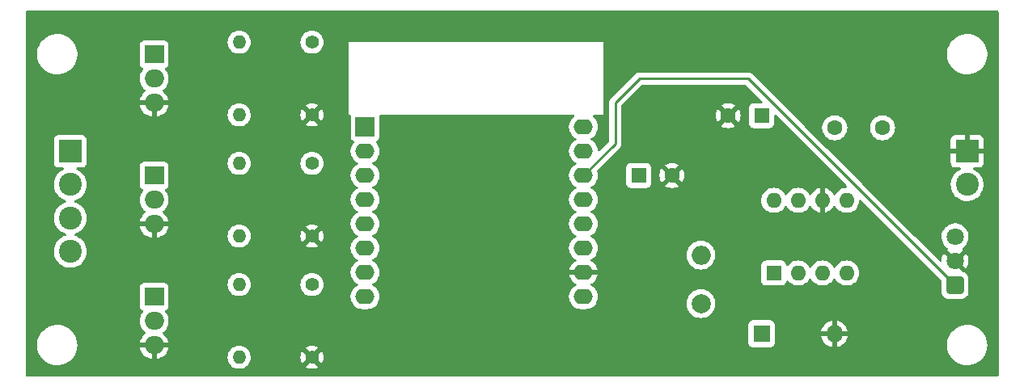
<source format=gbr>
%TF.GenerationSoftware,KiCad,Pcbnew,(6.0.2-0)*%
%TF.CreationDate,2024-01-10T11:36:12-05:00*%
%TF.ProjectId,arduino_control_rgb,61726475-696e-46f5-9f63-6f6e74726f6c,rev?*%
%TF.SameCoordinates,Original*%
%TF.FileFunction,Copper,L2,Bot*%
%TF.FilePolarity,Positive*%
%FSLAX46Y46*%
G04 Gerber Fmt 4.6, Leading zero omitted, Abs format (unit mm)*
G04 Created by KiCad (PCBNEW (6.0.2-0)) date 2024-01-10 11:36:12*
%MOMM*%
%LPD*%
G01*
G04 APERTURE LIST*
G04 Aperture macros list*
%AMRoundRect*
0 Rectangle with rounded corners*
0 $1 Rounding radius*
0 $2 $3 $4 $5 $6 $7 $8 $9 X,Y pos of 4 corners*
0 Add a 4 corners polygon primitive as box body*
4,1,4,$2,$3,$4,$5,$6,$7,$8,$9,$2,$3,0*
0 Add four circle primitives for the rounded corners*
1,1,$1+$1,$2,$3*
1,1,$1+$1,$4,$5*
1,1,$1+$1,$6,$7*
1,1,$1+$1,$8,$9*
0 Add four rect primitives between the rounded corners*
20,1,$1+$1,$2,$3,$4,$5,0*
20,1,$1+$1,$4,$5,$6,$7,0*
20,1,$1+$1,$6,$7,$8,$9,0*
20,1,$1+$1,$8,$9,$2,$3,0*%
G04 Aperture macros list end*
%TA.AperFunction,ComponentPad*%
%ADD10R,2.000000X2.000000*%
%TD*%
%TA.AperFunction,ComponentPad*%
%ADD11O,2.000000X1.600000*%
%TD*%
%TA.AperFunction,ComponentPad*%
%ADD12RoundRect,0.250200X0.649800X-0.649800X0.649800X0.649800X-0.649800X0.649800X-0.649800X-0.649800X0*%
%TD*%
%TA.AperFunction,ComponentPad*%
%ADD13C,1.800000*%
%TD*%
%TA.AperFunction,ComponentPad*%
%ADD14R,1.600000X1.600000*%
%TD*%
%TA.AperFunction,ComponentPad*%
%ADD15O,1.600000X1.600000*%
%TD*%
%TA.AperFunction,ComponentPad*%
%ADD16C,1.400000*%
%TD*%
%TA.AperFunction,ComponentPad*%
%ADD17O,1.400000X1.400000*%
%TD*%
%TA.AperFunction,ComponentPad*%
%ADD18R,2.000000X1.905000*%
%TD*%
%TA.AperFunction,ComponentPad*%
%ADD19O,2.000000X1.905000*%
%TD*%
%TA.AperFunction,ComponentPad*%
%ADD20C,2.000000*%
%TD*%
%TA.AperFunction,ComponentPad*%
%ADD21O,2.000000X2.000000*%
%TD*%
%TA.AperFunction,ComponentPad*%
%ADD22C,2.400000*%
%TD*%
%TA.AperFunction,ComponentPad*%
%ADD23R,2.400000X2.400000*%
%TD*%
%TA.AperFunction,ComponentPad*%
%ADD24R,1.800000X1.800000*%
%TD*%
%TA.AperFunction,ComponentPad*%
%ADD25O,1.800000X1.800000*%
%TD*%
%TA.AperFunction,ComponentPad*%
%ADD26C,1.600000*%
%TD*%
%TA.AperFunction,Conductor*%
%ADD27C,0.250000*%
%TD*%
G04 APERTURE END LIST*
D10*
%TO.P,U5,1,~{RST}*%
%TO.N,unconnected-(U5-Pad1)*%
X229085000Y-12700000D03*
D11*
%TO.P,U5,2,A0*%
%TO.N,unconnected-(U5-Pad2)*%
X229085000Y-15240000D03*
%TO.P,U5,3,D0*%
%TO.N,unconnected-(U5-Pad3)*%
X229085000Y-17780000D03*
%TO.P,U5,4,SCK/D5*%
%TO.N,Net-(R1-Pad1)*%
X229085000Y-20320000D03*
%TO.P,U5,5,MISO/D6*%
%TO.N,Net-(R2-Pad1)*%
X229085000Y-22860000D03*
%TO.P,U5,6,MOSI/D7*%
%TO.N,Net-(R3-Pad1)*%
X229085000Y-25400000D03*
%TO.P,U5,7,CS/D8*%
%TO.N,unconnected-(U5-Pad7)*%
X229085000Y-27940000D03*
%TO.P,U5,8,3V3*%
%TO.N,3V3DC*%
X229085000Y-30480000D03*
%TO.P,U5,9,5V*%
%TO.N,unconnected-(U5-Pad9)*%
X251945000Y-30480000D03*
%TO.P,U5,10,GND*%
%TO.N,GND*%
X251945000Y-27940000D03*
%TO.P,U5,11,D4*%
%TO.N,unconnected-(U5-Pad11)*%
X251945000Y-25400000D03*
%TO.P,U5,12,D3*%
%TO.N,unconnected-(U5-Pad12)*%
X251945000Y-22860000D03*
%TO.P,U5,13,SDA/D2*%
%TO.N,unconnected-(U5-Pad13)*%
X251945000Y-20320000D03*
%TO.P,U5,14,SCL/D1*%
%TO.N,Net-(U4-Pad1)*%
X251945000Y-17780000D03*
%TO.P,U5,15,RX*%
%TO.N,unconnected-(U5-Pad15)*%
X251945000Y-15240000D03*
%TO.P,U5,16,TX*%
%TO.N,unconnected-(U5-Pad16)*%
X251945000Y-12700000D03*
%TD*%
D12*
%TO.P,U4,1,OUT*%
%TO.N,Net-(U4-Pad1)*%
X290840302Y-29290000D03*
D13*
%TO.P,U4,2,GND*%
%TO.N,GND*%
X290840302Y-26750000D03*
%TO.P,U4,3,Vs*%
%TO.N,3V3DC*%
X290840302Y-24210000D03*
%TD*%
D14*
%TO.P,U3,1,CB*%
%TO.N,Net-(C2-Pad2)*%
X271865000Y-28010000D03*
D15*
%TO.P,U3,2,NC*%
%TO.N,unconnected-(U3-Pad2)*%
X274405000Y-28010000D03*
%TO.P,U3,3,NC*%
%TO.N,unconnected-(U3-Pad3)*%
X276945000Y-28010000D03*
%TO.P,U3,4,FB*%
%TO.N,3V3DC*%
X279485000Y-28010000D03*
%TO.P,U3,5,ON/~{OFF}*%
%TO.N,unconnected-(U3-Pad5)*%
X279485000Y-20390000D03*
%TO.P,U3,6,GND*%
%TO.N,GND*%
X276945000Y-20390000D03*
%TO.P,U3,7,VIN*%
%TO.N,12VDC*%
X274405000Y-20390000D03*
%TO.P,U3,8,VSW*%
%TO.N,Net-(C2-Pad1)*%
X271865000Y-20390000D03*
%TD*%
D16*
%TO.P,R6,1*%
%TO.N,GND*%
X223520000Y-36830000D03*
D17*
%TO.P,R6,2*%
%TO.N,Net-(Q3-Pad1)*%
X215900000Y-36830000D03*
%TD*%
%TO.P,R5,2*%
%TO.N,Net-(Q2-Pad1)*%
X215900000Y-24130000D03*
D16*
%TO.P,R5,1*%
%TO.N,GND*%
X223520000Y-24130000D03*
%TD*%
%TO.P,R4,1*%
%TO.N,GND*%
X223520000Y-11430000D03*
D17*
%TO.P,R4,2*%
%TO.N,Net-(Q1-Pad1)*%
X215900000Y-11430000D03*
%TD*%
%TO.P,R3,2*%
%TO.N,Net-(Q3-Pad1)*%
X215900000Y-29210000D03*
D16*
%TO.P,R3,1*%
%TO.N,Net-(R3-Pad1)*%
X223520000Y-29210000D03*
%TD*%
%TO.P,R2,1*%
%TO.N,Net-(R2-Pad1)*%
X223520000Y-16510000D03*
D17*
%TO.P,R2,2*%
%TO.N,Net-(Q2-Pad1)*%
X215900000Y-16510000D03*
%TD*%
D16*
%TO.P,R1,1*%
%TO.N,Net-(R1-Pad1)*%
X223520000Y-3810000D03*
D17*
%TO.P,R1,2*%
%TO.N,Net-(Q1-Pad1)*%
X215900000Y-3810000D03*
%TD*%
D18*
%TO.P,Q3,1,G*%
%TO.N,Net-(Q3-Pad1)*%
X207010000Y-30480000D03*
D19*
%TO.P,Q3,2,D*%
%TO.N,Net-(J2-Pad3)*%
X207010000Y-33020000D03*
%TO.P,Q3,3,S*%
%TO.N,GND*%
X207010000Y-35560000D03*
%TD*%
D18*
%TO.P,Q2,1,G*%
%TO.N,Net-(Q2-Pad1)*%
X207010000Y-17780000D03*
D19*
%TO.P,Q2,2,D*%
%TO.N,Net-(J2-Pad2)*%
X207010000Y-20320000D03*
%TO.P,Q2,3,S*%
%TO.N,GND*%
X207010000Y-22860000D03*
%TD*%
D18*
%TO.P,Q1,1,G*%
%TO.N,Net-(Q1-Pad1)*%
X207010000Y-5080000D03*
D19*
%TO.P,Q1,2,D*%
%TO.N,Net-(J2-Pad1)*%
X207010000Y-7620000D03*
%TO.P,Q1,3,S*%
%TO.N,GND*%
X207010000Y-10160000D03*
%TD*%
D20*
%TO.P,L1,1,1*%
%TO.N,Net-(C2-Pad1)*%
X264235000Y-31205000D03*
D21*
%TO.P,L1,2,2*%
%TO.N,3V3DC*%
X264235000Y-26125000D03*
%TD*%
D22*
%TO.P,J2,4,Pin_4*%
%TO.N,12VDC*%
X198220000Y-25740000D03*
%TO.P,J2,3,Pin_3*%
%TO.N,Net-(J2-Pad3)*%
X198220000Y-22240000D03*
%TO.P,J2,2,Pin_2*%
%TO.N,Net-(J2-Pad2)*%
X198220000Y-18740000D03*
D23*
%TO.P,J2,1,Pin_1*%
%TO.N,Net-(J2-Pad1)*%
X198220000Y-15240000D03*
%TD*%
%TO.P,J1,1,Pin_1*%
%TO.N,GND*%
X292100000Y-15240000D03*
D22*
%TO.P,J1,2,Pin_2*%
%TO.N,12VDC*%
X292100000Y-18740000D03*
%TD*%
D24*
%TO.P,D1,1,K*%
%TO.N,Net-(C2-Pad1)*%
X270585000Y-34370000D03*
D25*
%TO.P,D1,2,A*%
%TO.N,GND*%
X278205000Y-34370000D03*
%TD*%
D14*
%TO.P,C3,1*%
%TO.N,3V3DC*%
X257719698Y-17780000D03*
D26*
%TO.P,C3,2*%
%TO.N,GND*%
X261219698Y-17780000D03*
%TD*%
%TO.P,C2,1*%
%TO.N,Net-(C2-Pad1)*%
X278245000Y-12780000D03*
%TO.P,C2,2*%
%TO.N,Net-(C2-Pad2)*%
X283245000Y-12780000D03*
%TD*%
%TO.P,C1,2*%
%TO.N,GND*%
X267085000Y-11510000D03*
D14*
%TO.P,C1,1*%
%TO.N,12VDC*%
X270585000Y-11510000D03*
%TD*%
D27*
%TO.N,Net-(U4-Pad1)*%
X290840302Y-29290000D02*
X269170302Y-7620000D01*
X269170302Y-7620000D02*
X257810000Y-7620000D01*
X257810000Y-7620000D02*
X255270000Y-10160000D01*
X255270000Y-10160000D02*
X255270000Y-14455000D01*
X255270000Y-14455000D02*
X251945000Y-17780000D01*
%TD*%
%TA.AperFunction,Conductor*%
%TO.N,GND*%
G36*
X295344121Y-528002D02*
G01*
X295390614Y-581658D01*
X295402000Y-634000D01*
X295402000Y-38736000D01*
X295381998Y-38804121D01*
X295328342Y-38850614D01*
X295276000Y-38862000D01*
X193674000Y-38862000D01*
X193605879Y-38841998D01*
X193559386Y-38788342D01*
X193548000Y-38736000D01*
X193548000Y-35692703D01*
X194740743Y-35692703D01*
X194741302Y-35696947D01*
X194741302Y-35696951D01*
X194748501Y-35751634D01*
X194778268Y-35977734D01*
X194854129Y-36255036D01*
X194855813Y-36258984D01*
X194940692Y-36457978D01*
X194966923Y-36519476D01*
X195114561Y-36766161D01*
X195294313Y-36990528D01*
X195502851Y-37188423D01*
X195736317Y-37356186D01*
X195740112Y-37358195D01*
X195740113Y-37358196D01*
X195761869Y-37369715D01*
X195990392Y-37490712D01*
X196260373Y-37589511D01*
X196541264Y-37650755D01*
X196569841Y-37653004D01*
X196764282Y-37668307D01*
X196764291Y-37668307D01*
X196766739Y-37668500D01*
X196922271Y-37668500D01*
X196924407Y-37668354D01*
X196924418Y-37668354D01*
X197132548Y-37654165D01*
X197132554Y-37654164D01*
X197136825Y-37653873D01*
X197141020Y-37653004D01*
X197141022Y-37653004D01*
X197330954Y-37613671D01*
X197418342Y-37595574D01*
X197689343Y-37499607D01*
X197802770Y-37441063D01*
X197941005Y-37369715D01*
X197941006Y-37369715D01*
X197944812Y-37367750D01*
X197948313Y-37365289D01*
X197948317Y-37365287D01*
X198112747Y-37249723D01*
X198180023Y-37202441D01*
X198354125Y-37040655D01*
X198387479Y-37009661D01*
X198387481Y-37009658D01*
X198390622Y-37006740D01*
X198572713Y-36784268D01*
X198722927Y-36539142D01*
X198758556Y-36457978D01*
X198836757Y-36279830D01*
X198838483Y-36275898D01*
X198917244Y-35999406D01*
X198941041Y-35832194D01*
X205526573Y-35832194D01*
X205536110Y-35894515D01*
X205538499Y-35904543D01*
X205609898Y-36122988D01*
X205613895Y-36132497D01*
X205720011Y-36336344D01*
X205725505Y-36345069D01*
X205863493Y-36528852D01*
X205870336Y-36536559D01*
X206036491Y-36695339D01*
X206044501Y-36701826D01*
X206234347Y-36831330D01*
X206243321Y-36836429D01*
X206451769Y-36933187D01*
X206461456Y-36936750D01*
X206682908Y-36998165D01*
X206693030Y-37000096D01*
X206737987Y-37004901D01*
X206752608Y-37002253D01*
X206755853Y-36990412D01*
X207264000Y-36990412D01*
X207268325Y-37005141D01*
X207280111Y-37007202D01*
X207291704Y-37006249D01*
X207301866Y-37004567D01*
X207524771Y-36948578D01*
X207534519Y-36945259D01*
X207745289Y-36853615D01*
X207754364Y-36848749D01*
X207783345Y-36830000D01*
X214686884Y-36830000D01*
X214705314Y-37040655D01*
X214760044Y-37244910D01*
X214762366Y-37249891D01*
X214762367Y-37249892D01*
X214818242Y-37369715D01*
X214849411Y-37436558D01*
X214970699Y-37609776D01*
X215120224Y-37759301D01*
X215293442Y-37880589D01*
X215298420Y-37882910D01*
X215298423Y-37882912D01*
X215479092Y-37967159D01*
X215485090Y-37969956D01*
X215490398Y-37971378D01*
X215490400Y-37971379D01*
X215684030Y-38023262D01*
X215684032Y-38023262D01*
X215689345Y-38024686D01*
X215900000Y-38043116D01*
X216110655Y-38024686D01*
X216115968Y-38023262D01*
X216115970Y-38023262D01*
X216309600Y-37971379D01*
X216309602Y-37971378D01*
X216314910Y-37969956D01*
X216320908Y-37967159D01*
X216501577Y-37882912D01*
X216501580Y-37882910D01*
X216506558Y-37880589D01*
X216558440Y-37844261D01*
X222870294Y-37844261D01*
X222879590Y-37856276D01*
X222909189Y-37877001D01*
X222918677Y-37882479D01*
X223100277Y-37967159D01*
X223110571Y-37970907D01*
X223304122Y-38022769D01*
X223314909Y-38024671D01*
X223514525Y-38042135D01*
X223525475Y-38042135D01*
X223725091Y-38024671D01*
X223735878Y-38022769D01*
X223929429Y-37970907D01*
X223939723Y-37967159D01*
X224121323Y-37882479D01*
X224130811Y-37877001D01*
X224161248Y-37855689D01*
X224169623Y-37845212D01*
X224162554Y-37831764D01*
X223532812Y-37202022D01*
X223518868Y-37194408D01*
X223517035Y-37194539D01*
X223510420Y-37198790D01*
X222876724Y-37832486D01*
X222870294Y-37844261D01*
X216558440Y-37844261D01*
X216679776Y-37759301D01*
X216829301Y-37609776D01*
X216950589Y-37436558D01*
X216981759Y-37369715D01*
X217037633Y-37249892D01*
X217037634Y-37249891D01*
X217039956Y-37244910D01*
X217094686Y-37040655D01*
X217112637Y-36835475D01*
X222307865Y-36835475D01*
X222325329Y-37035091D01*
X222327231Y-37045878D01*
X222379093Y-37239429D01*
X222382841Y-37249723D01*
X222467521Y-37431323D01*
X222472999Y-37440811D01*
X222494311Y-37471248D01*
X222504788Y-37479623D01*
X222518236Y-37472554D01*
X223147978Y-36842812D01*
X223154356Y-36831132D01*
X223884408Y-36831132D01*
X223884539Y-36832965D01*
X223888790Y-36839580D01*
X224522486Y-37473276D01*
X224534261Y-37479706D01*
X224546276Y-37470410D01*
X224567001Y-37440811D01*
X224572479Y-37431323D01*
X224657159Y-37249723D01*
X224660907Y-37239429D01*
X224712769Y-37045878D01*
X224714671Y-37035091D01*
X224732135Y-36835475D01*
X224732135Y-36824525D01*
X224714671Y-36624909D01*
X224712769Y-36614122D01*
X224660907Y-36420571D01*
X224657159Y-36410277D01*
X224572479Y-36228677D01*
X224567001Y-36219189D01*
X224545689Y-36188752D01*
X224535212Y-36180377D01*
X224521764Y-36187446D01*
X223892022Y-36817188D01*
X223884408Y-36831132D01*
X223154356Y-36831132D01*
X223155592Y-36828868D01*
X223155461Y-36827035D01*
X223151210Y-36820420D01*
X222517514Y-36186724D01*
X222505739Y-36180294D01*
X222493724Y-36189590D01*
X222472999Y-36219189D01*
X222467521Y-36228677D01*
X222382841Y-36410277D01*
X222379093Y-36420571D01*
X222327231Y-36614122D01*
X222325329Y-36624909D01*
X222307865Y-36824525D01*
X222307865Y-36835475D01*
X217112637Y-36835475D01*
X217113116Y-36830000D01*
X217094686Y-36619345D01*
X217072142Y-36535208D01*
X217041379Y-36420400D01*
X217041378Y-36420398D01*
X217039956Y-36415090D01*
X216965322Y-36255036D01*
X216952912Y-36228423D01*
X216952910Y-36228420D01*
X216950589Y-36223442D01*
X216829301Y-36050224D01*
X216679776Y-35900699D01*
X216557082Y-35814788D01*
X222870377Y-35814788D01*
X222877446Y-35828236D01*
X223507188Y-36457978D01*
X223521132Y-36465592D01*
X223522965Y-36465461D01*
X223529580Y-36461210D01*
X224163276Y-35827514D01*
X224169706Y-35815739D01*
X224160410Y-35803724D01*
X224130811Y-35782999D01*
X224121323Y-35777521D01*
X223939723Y-35692841D01*
X223929429Y-35689093D01*
X223735878Y-35637231D01*
X223725091Y-35635329D01*
X223525475Y-35617865D01*
X223514525Y-35617865D01*
X223314909Y-35635329D01*
X223304122Y-35637231D01*
X223110571Y-35689093D01*
X223100277Y-35692841D01*
X222918677Y-35777521D01*
X222909189Y-35782999D01*
X222878752Y-35804311D01*
X222870377Y-35814788D01*
X216557082Y-35814788D01*
X216506558Y-35779411D01*
X216501580Y-35777090D01*
X216501577Y-35777088D01*
X216319892Y-35692367D01*
X216319891Y-35692366D01*
X216314910Y-35690044D01*
X216309602Y-35688622D01*
X216309600Y-35688621D01*
X216115970Y-35636738D01*
X216115968Y-35636738D01*
X216110655Y-35635314D01*
X215900000Y-35616884D01*
X215689345Y-35635314D01*
X215684032Y-35636738D01*
X215684030Y-35636738D01*
X215490400Y-35688621D01*
X215490398Y-35688622D01*
X215485090Y-35690044D01*
X215480109Y-35692366D01*
X215480108Y-35692367D01*
X215298423Y-35777088D01*
X215298420Y-35777090D01*
X215293442Y-35779411D01*
X215120224Y-35900699D01*
X214970699Y-36050224D01*
X214849411Y-36223442D01*
X214847090Y-36228420D01*
X214847088Y-36228423D01*
X214834678Y-36255036D01*
X214760044Y-36415090D01*
X214758622Y-36420398D01*
X214758621Y-36420400D01*
X214727858Y-36535208D01*
X214705314Y-36619345D01*
X214686884Y-36830000D01*
X207783345Y-36830000D01*
X207947327Y-36723915D01*
X207955498Y-36717622D01*
X208125480Y-36562950D01*
X208132506Y-36555417D01*
X208274945Y-36375056D01*
X208280650Y-36366469D01*
X208391714Y-36165278D01*
X208395944Y-36155866D01*
X208472659Y-35939232D01*
X208475293Y-35929261D01*
X208492647Y-35831837D01*
X208491187Y-35818540D01*
X208476630Y-35814000D01*
X207282115Y-35814000D01*
X207266876Y-35818475D01*
X207265671Y-35819865D01*
X207264000Y-35827548D01*
X207264000Y-36990412D01*
X206755853Y-36990412D01*
X206756000Y-36989876D01*
X206756000Y-35832115D01*
X206751525Y-35816876D01*
X206750135Y-35815671D01*
X206742452Y-35814000D01*
X205541904Y-35814000D01*
X205528560Y-35817918D01*
X205526573Y-35832194D01*
X198941041Y-35832194D01*
X198954315Y-35738928D01*
X198957146Y-35719036D01*
X198957146Y-35719034D01*
X198957751Y-35714784D01*
X198957845Y-35696951D01*
X198959235Y-35431583D01*
X198959235Y-35431576D01*
X198959257Y-35427297D01*
X198953390Y-35382728D01*
X198944886Y-35318134D01*
X269176500Y-35318134D01*
X269183255Y-35380316D01*
X269234385Y-35516705D01*
X269321739Y-35633261D01*
X269438295Y-35720615D01*
X269574684Y-35771745D01*
X269636866Y-35778500D01*
X271533134Y-35778500D01*
X271595316Y-35771745D01*
X271731705Y-35720615D01*
X271848261Y-35633261D01*
X271935615Y-35516705D01*
X271986745Y-35380316D01*
X271993500Y-35318134D01*
X271993500Y-34637966D01*
X276822000Y-34637966D01*
X276855685Y-34787439D01*
X276858773Y-34797292D01*
X276941989Y-35002226D01*
X276946629Y-35011413D01*
X277062208Y-35200022D01*
X277068286Y-35208326D01*
X277213113Y-35375519D01*
X277220475Y-35382728D01*
X277390660Y-35524018D01*
X277399099Y-35529927D01*
X277590077Y-35641525D01*
X277599364Y-35645975D01*
X277806003Y-35724883D01*
X277815901Y-35727759D01*
X277933250Y-35751634D01*
X277947299Y-35750438D01*
X277951000Y-35740093D01*
X277951000Y-35738928D01*
X278459000Y-35738928D01*
X278463064Y-35752770D01*
X278476479Y-35754804D01*
X278493613Y-35752609D01*
X278503698Y-35750466D01*
X278696231Y-35692703D01*
X289990743Y-35692703D01*
X289991302Y-35696947D01*
X289991302Y-35696951D01*
X289998501Y-35751634D01*
X290028268Y-35977734D01*
X290104129Y-36255036D01*
X290105813Y-36258984D01*
X290190692Y-36457978D01*
X290216923Y-36519476D01*
X290364561Y-36766161D01*
X290544313Y-36990528D01*
X290752851Y-37188423D01*
X290986317Y-37356186D01*
X290990112Y-37358195D01*
X290990113Y-37358196D01*
X291011869Y-37369715D01*
X291240392Y-37490712D01*
X291510373Y-37589511D01*
X291791264Y-37650755D01*
X291819841Y-37653004D01*
X292014282Y-37668307D01*
X292014291Y-37668307D01*
X292016739Y-37668500D01*
X292172271Y-37668500D01*
X292174407Y-37668354D01*
X292174418Y-37668354D01*
X292382548Y-37654165D01*
X292382554Y-37654164D01*
X292386825Y-37653873D01*
X292391020Y-37653004D01*
X292391022Y-37653004D01*
X292580954Y-37613671D01*
X292668342Y-37595574D01*
X292939343Y-37499607D01*
X293052770Y-37441063D01*
X293191005Y-37369715D01*
X293191006Y-37369715D01*
X293194812Y-37367750D01*
X293198313Y-37365289D01*
X293198317Y-37365287D01*
X293362747Y-37249723D01*
X293430023Y-37202441D01*
X293604125Y-37040655D01*
X293637479Y-37009661D01*
X293637481Y-37009658D01*
X293640622Y-37006740D01*
X293822713Y-36784268D01*
X293972927Y-36539142D01*
X294008556Y-36457978D01*
X294086757Y-36279830D01*
X294088483Y-36275898D01*
X294167244Y-35999406D01*
X294204315Y-35738928D01*
X294207146Y-35719036D01*
X294207146Y-35719034D01*
X294207751Y-35714784D01*
X294207845Y-35696951D01*
X294209235Y-35431583D01*
X294209235Y-35431576D01*
X294209257Y-35427297D01*
X294203390Y-35382728D01*
X294179336Y-35200022D01*
X294171732Y-35142266D01*
X294095871Y-34864964D01*
X294057468Y-34774931D01*
X293984763Y-34604476D01*
X293984761Y-34604472D01*
X293983077Y-34600524D01*
X293873945Y-34418177D01*
X293837643Y-34357521D01*
X293837640Y-34357517D01*
X293835439Y-34353839D01*
X293655687Y-34129472D01*
X293447149Y-33931577D01*
X293213683Y-33763814D01*
X293191843Y-33752250D01*
X293089420Y-33698020D01*
X292959608Y-33629288D01*
X292689627Y-33530489D01*
X292408736Y-33469245D01*
X292377685Y-33466801D01*
X292185718Y-33451693D01*
X292185709Y-33451693D01*
X292183261Y-33451500D01*
X292027729Y-33451500D01*
X292025593Y-33451646D01*
X292025582Y-33451646D01*
X291817452Y-33465835D01*
X291817446Y-33465836D01*
X291813175Y-33466127D01*
X291808980Y-33466996D01*
X291808978Y-33466996D01*
X291759980Y-33477143D01*
X291531658Y-33524426D01*
X291260657Y-33620393D01*
X291005188Y-33752250D01*
X291001687Y-33754711D01*
X291001683Y-33754713D01*
X290991594Y-33761804D01*
X290769977Y-33917559D01*
X290754892Y-33931577D01*
X290571009Y-34102452D01*
X290559378Y-34113260D01*
X290377287Y-34335732D01*
X290227073Y-34580858D01*
X290225347Y-34584791D01*
X290225346Y-34584792D01*
X290155044Y-34744944D01*
X290111517Y-34844102D01*
X290032756Y-35120594D01*
X289992249Y-35405216D01*
X289992227Y-35409505D01*
X289992226Y-35409512D01*
X289990793Y-35683144D01*
X289990743Y-35692703D01*
X278696231Y-35692703D01*
X278715557Y-35686905D01*
X278725152Y-35683144D01*
X278923778Y-35585838D01*
X278932636Y-35580559D01*
X279112716Y-35452109D01*
X279120578Y-35445465D01*
X279277260Y-35289329D01*
X279283937Y-35281484D01*
X279413010Y-35101859D01*
X279418321Y-35093020D01*
X279516318Y-34894737D01*
X279520117Y-34885142D01*
X279584415Y-34673517D01*
X279586594Y-34663436D01*
X279589422Y-34641960D01*
X279587210Y-34627779D01*
X279574052Y-34624000D01*
X278477115Y-34624000D01*
X278461876Y-34628475D01*
X278460671Y-34629865D01*
X278459000Y-34637548D01*
X278459000Y-35738928D01*
X277951000Y-35738928D01*
X277951000Y-34642115D01*
X277946525Y-34626876D01*
X277945135Y-34625671D01*
X277937452Y-34624000D01*
X276836968Y-34624000D01*
X276823437Y-34627973D01*
X276822000Y-34637966D01*
X271993500Y-34637966D01*
X271993500Y-34100788D01*
X276818484Y-34100788D01*
X276820625Y-34112609D01*
X276833001Y-34116000D01*
X277932885Y-34116000D01*
X277948124Y-34111525D01*
X277949329Y-34110135D01*
X277951000Y-34102452D01*
X277951000Y-34097885D01*
X278459000Y-34097885D01*
X278463475Y-34113124D01*
X278464865Y-34114329D01*
X278472548Y-34116000D01*
X279574900Y-34116000D01*
X279588431Y-34112027D01*
X279589736Y-34102947D01*
X279543710Y-33919708D01*
X279540389Y-33909953D01*
X279452193Y-33707118D01*
X279447315Y-33698020D01*
X279327177Y-33512315D01*
X279320885Y-33504144D01*
X279172023Y-33340547D01*
X279164490Y-33333521D01*
X278990901Y-33196429D01*
X278982323Y-33190730D01*
X278788678Y-33083833D01*
X278779272Y-33079606D01*
X278570772Y-33005772D01*
X278560809Y-33003140D01*
X278476836Y-32988182D01*
X278463541Y-32989641D01*
X278459000Y-33004199D01*
X278459000Y-34097885D01*
X277951000Y-34097885D01*
X277951000Y-33002517D01*
X277947082Y-32989173D01*
X277932806Y-32987186D01*
X277882694Y-32994855D01*
X277872666Y-32997244D01*
X277662426Y-33065961D01*
X277652916Y-33069958D01*
X277456728Y-33172087D01*
X277448003Y-33177581D01*
X277271123Y-33310386D01*
X277263416Y-33317229D01*
X277110600Y-33477143D01*
X277104113Y-33485153D01*
X276979474Y-33667867D01*
X276974376Y-33676841D01*
X276881252Y-33877459D01*
X276877689Y-33887146D01*
X276818581Y-34100279D01*
X276818484Y-34100788D01*
X271993500Y-34100788D01*
X271993500Y-33421866D01*
X271986745Y-33359684D01*
X271935615Y-33223295D01*
X271848261Y-33106739D01*
X271731705Y-33019385D01*
X271595316Y-32968255D01*
X271533134Y-32961500D01*
X269636866Y-32961500D01*
X269574684Y-32968255D01*
X269438295Y-33019385D01*
X269321739Y-33106739D01*
X269234385Y-33223295D01*
X269183255Y-33359684D01*
X269176500Y-33421866D01*
X269176500Y-35318134D01*
X198944886Y-35318134D01*
X198929336Y-35200022D01*
X198921732Y-35142266D01*
X198845871Y-34864964D01*
X198807468Y-34774931D01*
X198734763Y-34604476D01*
X198734761Y-34604472D01*
X198733077Y-34600524D01*
X198623945Y-34418177D01*
X198587643Y-34357521D01*
X198587640Y-34357517D01*
X198585439Y-34353839D01*
X198405687Y-34129472D01*
X198197149Y-33931577D01*
X197963683Y-33763814D01*
X197941843Y-33752250D01*
X197839420Y-33698020D01*
X197709608Y-33629288D01*
X197439627Y-33530489D01*
X197158736Y-33469245D01*
X197127685Y-33466801D01*
X196935718Y-33451693D01*
X196935709Y-33451693D01*
X196933261Y-33451500D01*
X196777729Y-33451500D01*
X196775593Y-33451646D01*
X196775582Y-33451646D01*
X196567452Y-33465835D01*
X196567446Y-33465836D01*
X196563175Y-33466127D01*
X196558980Y-33466996D01*
X196558978Y-33466996D01*
X196509980Y-33477143D01*
X196281658Y-33524426D01*
X196010657Y-33620393D01*
X195755188Y-33752250D01*
X195751687Y-33754711D01*
X195751683Y-33754713D01*
X195741594Y-33761804D01*
X195519977Y-33917559D01*
X195504892Y-33931577D01*
X195321009Y-34102452D01*
X195309378Y-34113260D01*
X195127287Y-34335732D01*
X194977073Y-34580858D01*
X194975347Y-34584791D01*
X194975346Y-34584792D01*
X194905044Y-34744944D01*
X194861517Y-34844102D01*
X194782756Y-35120594D01*
X194742249Y-35405216D01*
X194742227Y-35409505D01*
X194742226Y-35409512D01*
X194740793Y-35683144D01*
X194740743Y-35692703D01*
X193548000Y-35692703D01*
X193548000Y-33122263D01*
X205500064Y-33122263D01*
X205536404Y-33359744D01*
X205566394Y-33451500D01*
X205609434Y-33583183D01*
X205609437Y-33583189D01*
X205611042Y-33588101D01*
X205613429Y-33592687D01*
X205613431Y-33592691D01*
X205672999Y-33707118D01*
X205721975Y-33801200D01*
X205725085Y-33805342D01*
X205817986Y-33929074D01*
X205866223Y-33993320D01*
X205869961Y-33996892D01*
X205992852Y-34114329D01*
X206039912Y-34159301D01*
X206077351Y-34184840D01*
X206122352Y-34239751D01*
X206130523Y-34310275D01*
X206099269Y-34374022D01*
X206074790Y-34394716D01*
X206072674Y-34396085D01*
X206064502Y-34402378D01*
X205894520Y-34557050D01*
X205887494Y-34564583D01*
X205745055Y-34744944D01*
X205739350Y-34753531D01*
X205628286Y-34954722D01*
X205624056Y-34964134D01*
X205547341Y-35180768D01*
X205544707Y-35190739D01*
X205527353Y-35288163D01*
X205528813Y-35301460D01*
X205543370Y-35306000D01*
X208478096Y-35306000D01*
X208491440Y-35302082D01*
X208493427Y-35287806D01*
X208483890Y-35225485D01*
X208481501Y-35215457D01*
X208410102Y-34997012D01*
X208406105Y-34987503D01*
X208299989Y-34783656D01*
X208294495Y-34774931D01*
X208156507Y-34591148D01*
X208149664Y-34583441D01*
X207983509Y-34424661D01*
X207975502Y-34418177D01*
X207942644Y-34395763D01*
X207897641Y-34340852D01*
X207889468Y-34270328D01*
X207920722Y-34206580D01*
X207945204Y-34185884D01*
X207947635Y-34184311D01*
X207951977Y-34181502D01*
X208129670Y-34019814D01*
X208190347Y-33942983D01*
X208275367Y-33835330D01*
X208275370Y-33835325D01*
X208278568Y-33831276D01*
X208292885Y-33805342D01*
X208392177Y-33625474D01*
X208392179Y-33625470D01*
X208394674Y-33620950D01*
X208428856Y-33524426D01*
X208473144Y-33399360D01*
X208473145Y-33399356D01*
X208474870Y-33394485D01*
X208480183Y-33364659D01*
X208516095Y-33163052D01*
X208516096Y-33163046D01*
X208517001Y-33157963D01*
X208519075Y-32988182D01*
X208519873Y-32922907D01*
X208519873Y-32922905D01*
X208519936Y-32917737D01*
X208483596Y-32680256D01*
X208446906Y-32568003D01*
X208410566Y-32456817D01*
X208410563Y-32456811D01*
X208408958Y-32451899D01*
X208318524Y-32278177D01*
X208300416Y-32243393D01*
X208298025Y-32238800D01*
X208181585Y-32083717D01*
X208156680Y-32017235D01*
X208171672Y-31947839D01*
X208221802Y-31897565D01*
X208238115Y-31890085D01*
X208248293Y-31886269D01*
X208248296Y-31886267D01*
X208256705Y-31883115D01*
X208373261Y-31795761D01*
X208460615Y-31679205D01*
X208511745Y-31542816D01*
X208518500Y-31480634D01*
X208518500Y-29479366D01*
X208511745Y-29417184D01*
X208460615Y-29280795D01*
X208407557Y-29210000D01*
X214686884Y-29210000D01*
X214705314Y-29420655D01*
X214706738Y-29425968D01*
X214706738Y-29425970D01*
X214721046Y-29479366D01*
X214760044Y-29624910D01*
X214762366Y-29629891D01*
X214762367Y-29629892D01*
X214826670Y-29767789D01*
X214849411Y-29816558D01*
X214970699Y-29989776D01*
X215120224Y-30139301D01*
X215293442Y-30260589D01*
X215298420Y-30262910D01*
X215298423Y-30262912D01*
X215411379Y-30315584D01*
X215485090Y-30349956D01*
X215490398Y-30351378D01*
X215490400Y-30351379D01*
X215684030Y-30403262D01*
X215684032Y-30403262D01*
X215689345Y-30404686D01*
X215900000Y-30423116D01*
X216110655Y-30404686D01*
X216115968Y-30403262D01*
X216115970Y-30403262D01*
X216309600Y-30351379D01*
X216309602Y-30351378D01*
X216314910Y-30349956D01*
X216388621Y-30315584D01*
X216501577Y-30262912D01*
X216501580Y-30262910D01*
X216506558Y-30260589D01*
X216679776Y-30139301D01*
X216829301Y-29989776D01*
X216950589Y-29816558D01*
X216973331Y-29767789D01*
X217037633Y-29629892D01*
X217037634Y-29629891D01*
X217039956Y-29624910D01*
X217078955Y-29479366D01*
X217093262Y-29425970D01*
X217093262Y-29425968D01*
X217094686Y-29420655D01*
X217113116Y-29210000D01*
X222306884Y-29210000D01*
X222325314Y-29420655D01*
X222326738Y-29425968D01*
X222326738Y-29425970D01*
X222341046Y-29479366D01*
X222380044Y-29624910D01*
X222382366Y-29629891D01*
X222382367Y-29629892D01*
X222446670Y-29767789D01*
X222469411Y-29816558D01*
X222590699Y-29989776D01*
X222740224Y-30139301D01*
X222913442Y-30260589D01*
X222918420Y-30262910D01*
X222918423Y-30262912D01*
X223031379Y-30315584D01*
X223105090Y-30349956D01*
X223110398Y-30351378D01*
X223110400Y-30351379D01*
X223304030Y-30403262D01*
X223304032Y-30403262D01*
X223309345Y-30404686D01*
X223520000Y-30423116D01*
X223730655Y-30404686D01*
X223735968Y-30403262D01*
X223735970Y-30403262D01*
X223929600Y-30351379D01*
X223929602Y-30351378D01*
X223934910Y-30349956D01*
X224008621Y-30315584D01*
X224121577Y-30262912D01*
X224121580Y-30262910D01*
X224126558Y-30260589D01*
X224299776Y-30139301D01*
X224449301Y-29989776D01*
X224570589Y-29816558D01*
X224593331Y-29767789D01*
X224657633Y-29629892D01*
X224657634Y-29629891D01*
X224659956Y-29624910D01*
X224698955Y-29479366D01*
X224713262Y-29425970D01*
X224713262Y-29425968D01*
X224714686Y-29420655D01*
X224733116Y-29210000D01*
X224714686Y-28999345D01*
X224677759Y-28861531D01*
X224661379Y-28800400D01*
X224661378Y-28800398D01*
X224659956Y-28795090D01*
X224652671Y-28779467D01*
X224572912Y-28608423D01*
X224572910Y-28608420D01*
X224570589Y-28603442D01*
X224449301Y-28430224D01*
X224299776Y-28280699D01*
X224126558Y-28159411D01*
X224121580Y-28157090D01*
X224121577Y-28157088D01*
X223939892Y-28072367D01*
X223939891Y-28072366D01*
X223934910Y-28070044D01*
X223929602Y-28068622D01*
X223929600Y-28068621D01*
X223735970Y-28016738D01*
X223735968Y-28016738D01*
X223730655Y-28015314D01*
X223520000Y-27996884D01*
X223309345Y-28015314D01*
X223304032Y-28016738D01*
X223304030Y-28016738D01*
X223110400Y-28068621D01*
X223110398Y-28068622D01*
X223105090Y-28070044D01*
X223100109Y-28072366D01*
X223100108Y-28072367D01*
X222918423Y-28157088D01*
X222918420Y-28157090D01*
X222913442Y-28159411D01*
X222740224Y-28280699D01*
X222590699Y-28430224D01*
X222469411Y-28603442D01*
X222467090Y-28608420D01*
X222467088Y-28608423D01*
X222387329Y-28779467D01*
X222380044Y-28795090D01*
X222378622Y-28800398D01*
X222378621Y-28800400D01*
X222362241Y-28861531D01*
X222325314Y-28999345D01*
X222306884Y-29210000D01*
X217113116Y-29210000D01*
X217094686Y-28999345D01*
X217057759Y-28861531D01*
X217041379Y-28800400D01*
X217041378Y-28800398D01*
X217039956Y-28795090D01*
X217032671Y-28779467D01*
X216952912Y-28608423D01*
X216952910Y-28608420D01*
X216950589Y-28603442D01*
X216829301Y-28430224D01*
X216679776Y-28280699D01*
X216506558Y-28159411D01*
X216501580Y-28157090D01*
X216501577Y-28157088D01*
X216319892Y-28072367D01*
X216319891Y-28072366D01*
X216314910Y-28070044D01*
X216309602Y-28068622D01*
X216309600Y-28068621D01*
X216115970Y-28016738D01*
X216115968Y-28016738D01*
X216110655Y-28015314D01*
X215900000Y-27996884D01*
X215689345Y-28015314D01*
X215684032Y-28016738D01*
X215684030Y-28016738D01*
X215490400Y-28068621D01*
X215490398Y-28068622D01*
X215485090Y-28070044D01*
X215480109Y-28072366D01*
X215480108Y-28072367D01*
X215298423Y-28157088D01*
X215298420Y-28157090D01*
X215293442Y-28159411D01*
X215120224Y-28280699D01*
X214970699Y-28430224D01*
X214849411Y-28603442D01*
X214847090Y-28608420D01*
X214847088Y-28608423D01*
X214767329Y-28779467D01*
X214760044Y-28795090D01*
X214758622Y-28800398D01*
X214758621Y-28800400D01*
X214742241Y-28861531D01*
X214705314Y-28999345D01*
X214686884Y-29210000D01*
X208407557Y-29210000D01*
X208373261Y-29164239D01*
X208256705Y-29076885D01*
X208120316Y-29025755D01*
X208058134Y-29019000D01*
X205961866Y-29019000D01*
X205899684Y-29025755D01*
X205763295Y-29076885D01*
X205646739Y-29164239D01*
X205559385Y-29280795D01*
X205508255Y-29417184D01*
X205501500Y-29479366D01*
X205501500Y-31480634D01*
X205508255Y-31542816D01*
X205559385Y-31679205D01*
X205646739Y-31795761D01*
X205763295Y-31883115D01*
X205783189Y-31890573D01*
X205839953Y-31933213D01*
X205864654Y-31999774D01*
X205849447Y-32069123D01*
X205837842Y-32086647D01*
X205744633Y-32204670D01*
X205744630Y-32204675D01*
X205741432Y-32208724D01*
X205738939Y-32213240D01*
X205738937Y-32213243D01*
X205703092Y-32278177D01*
X205625326Y-32419050D01*
X205623602Y-32423919D01*
X205623600Y-32423923D01*
X205577135Y-32555135D01*
X205545130Y-32645515D01*
X205544223Y-32650608D01*
X205544222Y-32650611D01*
X205535508Y-32699535D01*
X205502999Y-32882037D01*
X205502936Y-32887201D01*
X205500534Y-33083833D01*
X205500064Y-33122263D01*
X193548000Y-33122263D01*
X193548000Y-25695151D01*
X196507296Y-25695151D01*
X196519480Y-25948798D01*
X196569021Y-26197857D01*
X196570600Y-26202255D01*
X196570602Y-26202262D01*
X196636425Y-26385592D01*
X196654831Y-26436858D01*
X196657048Y-26440984D01*
X196743953Y-26602722D01*
X196775025Y-26660551D01*
X196777820Y-26664294D01*
X196777822Y-26664297D01*
X196924171Y-26860282D01*
X196924176Y-26860288D01*
X196926963Y-26864020D01*
X196930272Y-26867300D01*
X196930277Y-26867306D01*
X197067970Y-27003802D01*
X197107307Y-27042797D01*
X197111069Y-27045555D01*
X197111072Y-27045558D01*
X197281078Y-27170211D01*
X197312094Y-27192953D01*
X197316229Y-27195129D01*
X197316233Y-27195131D01*
X197434289Y-27257243D01*
X197536827Y-27311191D01*
X197776568Y-27394912D01*
X198026050Y-27442278D01*
X198146532Y-27447011D01*
X198275125Y-27452064D01*
X198275130Y-27452064D01*
X198279793Y-27452247D01*
X198378774Y-27441407D01*
X198527569Y-27425112D01*
X198527575Y-27425111D01*
X198532222Y-27424602D01*
X198641680Y-27395784D01*
X198773273Y-27361138D01*
X198777793Y-27359948D01*
X198966223Y-27278993D01*
X199006807Y-27261557D01*
X199006810Y-27261555D01*
X199011110Y-27259708D01*
X199015090Y-27257245D01*
X199015094Y-27257243D01*
X199223064Y-27128547D01*
X199223066Y-27128545D01*
X199227047Y-27126082D01*
X199325428Y-27042797D01*
X199417289Y-26965031D01*
X199417291Y-26965029D01*
X199420862Y-26962006D01*
X199588295Y-26771084D01*
X199597848Y-26756233D01*
X199700162Y-26597167D01*
X199725669Y-26557512D01*
X199829967Y-26325980D01*
X199898896Y-26081575D01*
X199913548Y-25966400D01*
X199930545Y-25832798D01*
X199930545Y-25832792D01*
X199930943Y-25829667D01*
X199933291Y-25740000D01*
X199927153Y-25657406D01*
X199914818Y-25491411D01*
X199914817Y-25491407D01*
X199914472Y-25486759D01*
X199904483Y-25442611D01*
X199859459Y-25243639D01*
X199858428Y-25239082D01*
X199852208Y-25223086D01*
X199768084Y-25006762D01*
X199768083Y-25006760D01*
X199766391Y-25002409D01*
X199745866Y-24966498D01*
X199642702Y-24785997D01*
X199642700Y-24785995D01*
X199640383Y-24781940D01*
X199483171Y-24582517D01*
X199389508Y-24494408D01*
X199301610Y-24411722D01*
X199301608Y-24411720D01*
X199298209Y-24408523D01*
X199208039Y-24345970D01*
X199093393Y-24266437D01*
X199093390Y-24266435D01*
X199089561Y-24263779D01*
X199085384Y-24261719D01*
X199085377Y-24261715D01*
X198865996Y-24153528D01*
X198865992Y-24153527D01*
X198861810Y-24151464D01*
X198735901Y-24111160D01*
X198677121Y-24071342D01*
X198649199Y-24006067D01*
X198661000Y-23936058D01*
X198708778Y-23883543D01*
X198742234Y-23869310D01*
X198754054Y-23866198D01*
X198777793Y-23859948D01*
X198896353Y-23809011D01*
X199006807Y-23761557D01*
X199006810Y-23761555D01*
X199011110Y-23759708D01*
X199015090Y-23757245D01*
X199015094Y-23757243D01*
X199223064Y-23628547D01*
X199223066Y-23628545D01*
X199227047Y-23626082D01*
X199326214Y-23542131D01*
X199417289Y-23465031D01*
X199417291Y-23465029D01*
X199420862Y-23462006D01*
X199588295Y-23271084D01*
X199615197Y-23229261D01*
X199677632Y-23132194D01*
X205526573Y-23132194D01*
X205536110Y-23194515D01*
X205538499Y-23204543D01*
X205609898Y-23422988D01*
X205613895Y-23432497D01*
X205720011Y-23636344D01*
X205725505Y-23645069D01*
X205863493Y-23828852D01*
X205870336Y-23836559D01*
X206036491Y-23995339D01*
X206044501Y-24001826D01*
X206234347Y-24131330D01*
X206243321Y-24136429D01*
X206451769Y-24233187D01*
X206461456Y-24236750D01*
X206682908Y-24298165D01*
X206693030Y-24300096D01*
X206737987Y-24304901D01*
X206752608Y-24302253D01*
X206755853Y-24290412D01*
X207264000Y-24290412D01*
X207268325Y-24305141D01*
X207280111Y-24307202D01*
X207291704Y-24306249D01*
X207301866Y-24304567D01*
X207524771Y-24248578D01*
X207534519Y-24245259D01*
X207745289Y-24153615D01*
X207754364Y-24148749D01*
X207783345Y-24130000D01*
X214686884Y-24130000D01*
X214705314Y-24340655D01*
X214706738Y-24345968D01*
X214706738Y-24345970D01*
X214724364Y-24411749D01*
X214760044Y-24544910D01*
X214762366Y-24549891D01*
X214762367Y-24549892D01*
X214846484Y-24730280D01*
X214849411Y-24736558D01*
X214970699Y-24909776D01*
X215120224Y-25059301D01*
X215293442Y-25180589D01*
X215298420Y-25182910D01*
X215298423Y-25182912D01*
X215420416Y-25239798D01*
X215485090Y-25269956D01*
X215490398Y-25271378D01*
X215490400Y-25271379D01*
X215684030Y-25323262D01*
X215684032Y-25323262D01*
X215689345Y-25324686D01*
X215900000Y-25343116D01*
X216110655Y-25324686D01*
X216115968Y-25323262D01*
X216115970Y-25323262D01*
X216309600Y-25271379D01*
X216309602Y-25271378D01*
X216314910Y-25269956D01*
X216379584Y-25239798D01*
X216501577Y-25182912D01*
X216501580Y-25182910D01*
X216506558Y-25180589D01*
X216558440Y-25144261D01*
X222870294Y-25144261D01*
X222879590Y-25156276D01*
X222909189Y-25177001D01*
X222918677Y-25182479D01*
X223100277Y-25267159D01*
X223110571Y-25270907D01*
X223304122Y-25322769D01*
X223314909Y-25324671D01*
X223514525Y-25342135D01*
X223525475Y-25342135D01*
X223725091Y-25324671D01*
X223735878Y-25322769D01*
X223929429Y-25270907D01*
X223939723Y-25267159D01*
X224121323Y-25182479D01*
X224130811Y-25177001D01*
X224161248Y-25155689D01*
X224169623Y-25145212D01*
X224162554Y-25131764D01*
X223532812Y-24502022D01*
X223518868Y-24494408D01*
X223517035Y-24494539D01*
X223510420Y-24498790D01*
X222876724Y-25132486D01*
X222870294Y-25144261D01*
X216558440Y-25144261D01*
X216679776Y-25059301D01*
X216829301Y-24909776D01*
X216950589Y-24736558D01*
X216953517Y-24730280D01*
X217037633Y-24549892D01*
X217037634Y-24549891D01*
X217039956Y-24544910D01*
X217075637Y-24411749D01*
X217093262Y-24345970D01*
X217093262Y-24345968D01*
X217094686Y-24340655D01*
X217112637Y-24135475D01*
X222307865Y-24135475D01*
X222325329Y-24335091D01*
X222327231Y-24345878D01*
X222379093Y-24539429D01*
X222382841Y-24549723D01*
X222467521Y-24731323D01*
X222472999Y-24740811D01*
X222494311Y-24771248D01*
X222504788Y-24779623D01*
X222518236Y-24772554D01*
X223147978Y-24142812D01*
X223154356Y-24131132D01*
X223884408Y-24131132D01*
X223884539Y-24132965D01*
X223888790Y-24139580D01*
X224522486Y-24773276D01*
X224534261Y-24779706D01*
X224546276Y-24770410D01*
X224567001Y-24740811D01*
X224572479Y-24731323D01*
X224657159Y-24549723D01*
X224660907Y-24539429D01*
X224712769Y-24345878D01*
X224714671Y-24335091D01*
X224732135Y-24135475D01*
X224732135Y-24124525D01*
X224714671Y-23924909D01*
X224712769Y-23914122D01*
X224660907Y-23720571D01*
X224657159Y-23710277D01*
X224572479Y-23528677D01*
X224567001Y-23519189D01*
X224545689Y-23488752D01*
X224535212Y-23480377D01*
X224521764Y-23487446D01*
X223892022Y-24117188D01*
X223884408Y-24131132D01*
X223154356Y-24131132D01*
X223155592Y-24128868D01*
X223155461Y-24127035D01*
X223151210Y-24120420D01*
X222517514Y-23486724D01*
X222505739Y-23480294D01*
X222493724Y-23489590D01*
X222472999Y-23519189D01*
X222467521Y-23528677D01*
X222382841Y-23710277D01*
X222379093Y-23720571D01*
X222327231Y-23914122D01*
X222325329Y-23924909D01*
X222307865Y-24124525D01*
X222307865Y-24135475D01*
X217112637Y-24135475D01*
X217113116Y-24130000D01*
X217094686Y-23919345D01*
X217079401Y-23862301D01*
X217041379Y-23720400D01*
X217041378Y-23720398D01*
X217039956Y-23715090D01*
X217030649Y-23695131D01*
X216952912Y-23528423D01*
X216952910Y-23528420D01*
X216950589Y-23523442D01*
X216829301Y-23350224D01*
X216679776Y-23200699D01*
X216557082Y-23114788D01*
X222870377Y-23114788D01*
X222877446Y-23128236D01*
X223507188Y-23757978D01*
X223521132Y-23765592D01*
X223522965Y-23765461D01*
X223529580Y-23761210D01*
X224163276Y-23127514D01*
X224169706Y-23115739D01*
X224160410Y-23103724D01*
X224130811Y-23082999D01*
X224121323Y-23077521D01*
X223939723Y-22992841D01*
X223929429Y-22989093D01*
X223735878Y-22937231D01*
X223725091Y-22935329D01*
X223525475Y-22917865D01*
X223514525Y-22917865D01*
X223314909Y-22935329D01*
X223304122Y-22937231D01*
X223110571Y-22989093D01*
X223100277Y-22992841D01*
X222918677Y-23077521D01*
X222909189Y-23082999D01*
X222878752Y-23104311D01*
X222870377Y-23114788D01*
X216557082Y-23114788D01*
X216506558Y-23079411D01*
X216501580Y-23077090D01*
X216501577Y-23077088D01*
X216319892Y-22992367D01*
X216319891Y-22992366D01*
X216314910Y-22990044D01*
X216309602Y-22988622D01*
X216309600Y-22988621D01*
X216115970Y-22936738D01*
X216115968Y-22936738D01*
X216110655Y-22935314D01*
X215900000Y-22916884D01*
X215689345Y-22935314D01*
X215684032Y-22936738D01*
X215684030Y-22936738D01*
X215490400Y-22988621D01*
X215490398Y-22988622D01*
X215485090Y-22990044D01*
X215480109Y-22992366D01*
X215480108Y-22992367D01*
X215298423Y-23077088D01*
X215298420Y-23077090D01*
X215293442Y-23079411D01*
X215120224Y-23200699D01*
X214970699Y-23350224D01*
X214849411Y-23523442D01*
X214847090Y-23528420D01*
X214847088Y-23528423D01*
X214769351Y-23695131D01*
X214760044Y-23715090D01*
X214758622Y-23720398D01*
X214758621Y-23720400D01*
X214720599Y-23862301D01*
X214705314Y-23919345D01*
X214686884Y-24130000D01*
X207783345Y-24130000D01*
X207947327Y-24023915D01*
X207955498Y-24017622D01*
X208125480Y-23862950D01*
X208132506Y-23855417D01*
X208274945Y-23675056D01*
X208280650Y-23666469D01*
X208391714Y-23465278D01*
X208395944Y-23455866D01*
X208472659Y-23239232D01*
X208475293Y-23229261D01*
X208492647Y-23131837D01*
X208491187Y-23118540D01*
X208476630Y-23114000D01*
X207282115Y-23114000D01*
X207266876Y-23118475D01*
X207265671Y-23119865D01*
X207264000Y-23127548D01*
X207264000Y-24290412D01*
X206755853Y-24290412D01*
X206756000Y-24289876D01*
X206756000Y-23132115D01*
X206751525Y-23116876D01*
X206750135Y-23115671D01*
X206742452Y-23114000D01*
X205541904Y-23114000D01*
X205528560Y-23117918D01*
X205526573Y-23132194D01*
X199677632Y-23132194D01*
X199702584Y-23093402D01*
X199725669Y-23057512D01*
X199829967Y-22825980D01*
X199898896Y-22581575D01*
X199916382Y-22444126D01*
X199930545Y-22332798D01*
X199930545Y-22332792D01*
X199930943Y-22329667D01*
X199933291Y-22240000D01*
X199914472Y-21986759D01*
X199892838Y-21891148D01*
X199859459Y-21743639D01*
X199858428Y-21739082D01*
X199856735Y-21734728D01*
X199768084Y-21506762D01*
X199768083Y-21506760D01*
X199766391Y-21502409D01*
X199743417Y-21462212D01*
X199642702Y-21285997D01*
X199642700Y-21285995D01*
X199640383Y-21281940D01*
X199483171Y-21082517D01*
X199316229Y-20925474D01*
X199301610Y-20911722D01*
X199301608Y-20911720D01*
X199298209Y-20908523D01*
X199262675Y-20883872D01*
X199093393Y-20766437D01*
X199093390Y-20766435D01*
X199089561Y-20763779D01*
X199085384Y-20761719D01*
X199085377Y-20761715D01*
X198865996Y-20653528D01*
X198865992Y-20653527D01*
X198861810Y-20651464D01*
X198735901Y-20611160D01*
X198677121Y-20571342D01*
X198649199Y-20506067D01*
X198661000Y-20436058D01*
X198673551Y-20422263D01*
X205500064Y-20422263D01*
X205536404Y-20659744D01*
X205562493Y-20739565D01*
X205609434Y-20883183D01*
X205609437Y-20883189D01*
X205611042Y-20888101D01*
X205613429Y-20892687D01*
X205613431Y-20892691D01*
X205659536Y-20981257D01*
X205721975Y-21101200D01*
X205725085Y-21105342D01*
X205860725Y-21285997D01*
X205866223Y-21293320D01*
X205869961Y-21296892D01*
X205973879Y-21396198D01*
X206039912Y-21459301D01*
X206077351Y-21484840D01*
X206122352Y-21539751D01*
X206130523Y-21610275D01*
X206099269Y-21674022D01*
X206074790Y-21694716D01*
X206072674Y-21696085D01*
X206064502Y-21702378D01*
X205894520Y-21857050D01*
X205887494Y-21864583D01*
X205745055Y-22044944D01*
X205739350Y-22053531D01*
X205628286Y-22254722D01*
X205624056Y-22264134D01*
X205547341Y-22480768D01*
X205544707Y-22490739D01*
X205527353Y-22588163D01*
X205528813Y-22601460D01*
X205543370Y-22606000D01*
X208478096Y-22606000D01*
X208491440Y-22602082D01*
X208493427Y-22587806D01*
X208483890Y-22525485D01*
X208481501Y-22515457D01*
X208410102Y-22297012D01*
X208406105Y-22287503D01*
X208299989Y-22083656D01*
X208294495Y-22074931D01*
X208156507Y-21891148D01*
X208149664Y-21883441D01*
X207983509Y-21724661D01*
X207975502Y-21718177D01*
X207942644Y-21695763D01*
X207897641Y-21640852D01*
X207889468Y-21570328D01*
X207920722Y-21506580D01*
X207945204Y-21485884D01*
X207947635Y-21484311D01*
X207951977Y-21481502D01*
X208129670Y-21319814D01*
X208249410Y-21168197D01*
X208275367Y-21135330D01*
X208275370Y-21135325D01*
X208278568Y-21131276D01*
X208292885Y-21105342D01*
X208392177Y-20925474D01*
X208392179Y-20925470D01*
X208394674Y-20920950D01*
X208400017Y-20905864D01*
X208473144Y-20699360D01*
X208473145Y-20699356D01*
X208474870Y-20694485D01*
X208480183Y-20664659D01*
X208516095Y-20463052D01*
X208516096Y-20463046D01*
X208517001Y-20457963D01*
X208518687Y-20320000D01*
X208519873Y-20222907D01*
X208519873Y-20222905D01*
X208519936Y-20217737D01*
X208483596Y-19980256D01*
X208433287Y-19826334D01*
X208410566Y-19756817D01*
X208410563Y-19756811D01*
X208408958Y-19751899D01*
X208401978Y-19738489D01*
X208300416Y-19543393D01*
X208298025Y-19538800D01*
X208181585Y-19383717D01*
X208156680Y-19317235D01*
X208171672Y-19247839D01*
X208221802Y-19197565D01*
X208238115Y-19190085D01*
X208248293Y-19186269D01*
X208248296Y-19186267D01*
X208256705Y-19183115D01*
X208373261Y-19095761D01*
X208460615Y-18979205D01*
X208511745Y-18842816D01*
X208518500Y-18780634D01*
X208518500Y-16779366D01*
X208511745Y-16717184D01*
X208460615Y-16580795D01*
X208407557Y-16510000D01*
X214686884Y-16510000D01*
X214705314Y-16720655D01*
X214708701Y-16733295D01*
X214751581Y-16893324D01*
X214760044Y-16924910D01*
X214762366Y-16929891D01*
X214762367Y-16929892D01*
X214837928Y-17091932D01*
X214849411Y-17116558D01*
X214970699Y-17289776D01*
X215120224Y-17439301D01*
X215293442Y-17560589D01*
X215298420Y-17562910D01*
X215298423Y-17562912D01*
X215480108Y-17647633D01*
X215485090Y-17649956D01*
X215490398Y-17651378D01*
X215490400Y-17651379D01*
X215684030Y-17703262D01*
X215684032Y-17703262D01*
X215689345Y-17704686D01*
X215900000Y-17723116D01*
X216110655Y-17704686D01*
X216115968Y-17703262D01*
X216115970Y-17703262D01*
X216309600Y-17651379D01*
X216309602Y-17651378D01*
X216314910Y-17649956D01*
X216319892Y-17647633D01*
X216501577Y-17562912D01*
X216501580Y-17562910D01*
X216506558Y-17560589D01*
X216679776Y-17439301D01*
X216829301Y-17289776D01*
X216950589Y-17116558D01*
X216962073Y-17091932D01*
X217037633Y-16929892D01*
X217037634Y-16929891D01*
X217039956Y-16924910D01*
X217048420Y-16893324D01*
X217091299Y-16733295D01*
X217094686Y-16720655D01*
X217113116Y-16510000D01*
X222306884Y-16510000D01*
X222325314Y-16720655D01*
X222328701Y-16733295D01*
X222371581Y-16893324D01*
X222380044Y-16924910D01*
X222382366Y-16929891D01*
X222382367Y-16929892D01*
X222457928Y-17091932D01*
X222469411Y-17116558D01*
X222590699Y-17289776D01*
X222740224Y-17439301D01*
X222913442Y-17560589D01*
X222918420Y-17562910D01*
X222918423Y-17562912D01*
X223100108Y-17647633D01*
X223105090Y-17649956D01*
X223110398Y-17651378D01*
X223110400Y-17651379D01*
X223304030Y-17703262D01*
X223304032Y-17703262D01*
X223309345Y-17704686D01*
X223520000Y-17723116D01*
X223730655Y-17704686D01*
X223735968Y-17703262D01*
X223735970Y-17703262D01*
X223929600Y-17651379D01*
X223929602Y-17651378D01*
X223934910Y-17649956D01*
X223939892Y-17647633D01*
X224121577Y-17562912D01*
X224121580Y-17562910D01*
X224126558Y-17560589D01*
X224299776Y-17439301D01*
X224449301Y-17289776D01*
X224570589Y-17116558D01*
X224582073Y-17091932D01*
X224657633Y-16929892D01*
X224657634Y-16929891D01*
X224659956Y-16924910D01*
X224668420Y-16893324D01*
X224711299Y-16733295D01*
X224714686Y-16720655D01*
X224733116Y-16510000D01*
X224714686Y-16299345D01*
X224659956Y-16095090D01*
X224570589Y-15903442D01*
X224449301Y-15730224D01*
X224299776Y-15580699D01*
X224126558Y-15459411D01*
X224121580Y-15457090D01*
X224121577Y-15457088D01*
X223939892Y-15372367D01*
X223939891Y-15372366D01*
X223934910Y-15370044D01*
X223929602Y-15368622D01*
X223929600Y-15368621D01*
X223735970Y-15316738D01*
X223735968Y-15316738D01*
X223730655Y-15315314D01*
X223520000Y-15296884D01*
X223309345Y-15315314D01*
X223304032Y-15316738D01*
X223304030Y-15316738D01*
X223110400Y-15368621D01*
X223110398Y-15368622D01*
X223105090Y-15370044D01*
X223100109Y-15372366D01*
X223100108Y-15372367D01*
X222918423Y-15457088D01*
X222918420Y-15457090D01*
X222913442Y-15459411D01*
X222740224Y-15580699D01*
X222590699Y-15730224D01*
X222469411Y-15903442D01*
X222380044Y-16095090D01*
X222325314Y-16299345D01*
X222306884Y-16510000D01*
X217113116Y-16510000D01*
X217094686Y-16299345D01*
X217039956Y-16095090D01*
X216950589Y-15903442D01*
X216829301Y-15730224D01*
X216679776Y-15580699D01*
X216506558Y-15459411D01*
X216501580Y-15457090D01*
X216501577Y-15457088D01*
X216319892Y-15372367D01*
X216319891Y-15372366D01*
X216314910Y-15370044D01*
X216309602Y-15368622D01*
X216309600Y-15368621D01*
X216115970Y-15316738D01*
X216115968Y-15316738D01*
X216110655Y-15315314D01*
X215900000Y-15296884D01*
X215689345Y-15315314D01*
X215684032Y-15316738D01*
X215684030Y-15316738D01*
X215490400Y-15368621D01*
X215490398Y-15368622D01*
X215485090Y-15370044D01*
X215480109Y-15372366D01*
X215480108Y-15372367D01*
X215298423Y-15457088D01*
X215298420Y-15457090D01*
X215293442Y-15459411D01*
X215120224Y-15580699D01*
X214970699Y-15730224D01*
X214849411Y-15903442D01*
X214760044Y-16095090D01*
X214705314Y-16299345D01*
X214686884Y-16510000D01*
X208407557Y-16510000D01*
X208373261Y-16464239D01*
X208256705Y-16376885D01*
X208120316Y-16325755D01*
X208058134Y-16319000D01*
X205961866Y-16319000D01*
X205899684Y-16325755D01*
X205763295Y-16376885D01*
X205646739Y-16464239D01*
X205559385Y-16580795D01*
X205508255Y-16717184D01*
X205501500Y-16779366D01*
X205501500Y-18780634D01*
X205508255Y-18842816D01*
X205559385Y-18979205D01*
X205646739Y-19095761D01*
X205763295Y-19183115D01*
X205783189Y-19190573D01*
X205839953Y-19233213D01*
X205864654Y-19299774D01*
X205849447Y-19369123D01*
X205837842Y-19386647D01*
X205744633Y-19504670D01*
X205744630Y-19504675D01*
X205741432Y-19508724D01*
X205738939Y-19513240D01*
X205738937Y-19513243D01*
X205627823Y-19714526D01*
X205625326Y-19719050D01*
X205623602Y-19723919D01*
X205623600Y-19723923D01*
X205572825Y-19867306D01*
X205545130Y-19945515D01*
X205544223Y-19950608D01*
X205544222Y-19950611D01*
X205506584Y-20161913D01*
X205502999Y-20182037D01*
X205502866Y-20192953D01*
X205500388Y-20395784D01*
X205500064Y-20422263D01*
X198673551Y-20422263D01*
X198708778Y-20383543D01*
X198742234Y-20369310D01*
X198743929Y-20368864D01*
X198777793Y-20359948D01*
X198896353Y-20309011D01*
X199006807Y-20261557D01*
X199006810Y-20261555D01*
X199011110Y-20259708D01*
X199015090Y-20257245D01*
X199015094Y-20257243D01*
X199223064Y-20128547D01*
X199223066Y-20128545D01*
X199227047Y-20126082D01*
X199325428Y-20042797D01*
X199417289Y-19965031D01*
X199417291Y-19965029D01*
X199420862Y-19962006D01*
X199588295Y-19771084D01*
X199600636Y-19751899D01*
X199723141Y-19561442D01*
X199725669Y-19557512D01*
X199829967Y-19325980D01*
X199832303Y-19317699D01*
X199849684Y-19256069D01*
X199898896Y-19081575D01*
X199917405Y-18936081D01*
X199930545Y-18832798D01*
X199930545Y-18832792D01*
X199930943Y-18829667D01*
X199933291Y-18740000D01*
X199929015Y-18682460D01*
X199914818Y-18491411D01*
X199914817Y-18491407D01*
X199914472Y-18486759D01*
X199902028Y-18431762D01*
X199859459Y-18243639D01*
X199858428Y-18239082D01*
X199856539Y-18234225D01*
X199768084Y-18006762D01*
X199768083Y-18006760D01*
X199766391Y-18002409D01*
X199745866Y-17966498D01*
X199642702Y-17785997D01*
X199642700Y-17785995D01*
X199640383Y-17781940D01*
X199483171Y-17582517D01*
X199399625Y-17503925D01*
X199301610Y-17411722D01*
X199301608Y-17411720D01*
X199298209Y-17408523D01*
X199178928Y-17325775D01*
X199093393Y-17266437D01*
X199093390Y-17266435D01*
X199089561Y-17263779D01*
X199044429Y-17241522D01*
X198934896Y-17187506D01*
X198882647Y-17139437D01*
X198864681Y-17070752D01*
X198886700Y-17003256D01*
X198941716Y-16958380D01*
X198990625Y-16948500D01*
X199468134Y-16948500D01*
X199530316Y-16941745D01*
X199666705Y-16890615D01*
X199783261Y-16803261D01*
X199870615Y-16686705D01*
X199921745Y-16550316D01*
X199928500Y-16488134D01*
X199928500Y-13991866D01*
X199921745Y-13929684D01*
X199870615Y-13793295D01*
X199783261Y-13676739D01*
X199666705Y-13589385D01*
X199530316Y-13538255D01*
X199468134Y-13531500D01*
X196971866Y-13531500D01*
X196909684Y-13538255D01*
X196773295Y-13589385D01*
X196656739Y-13676739D01*
X196569385Y-13793295D01*
X196518255Y-13929684D01*
X196511500Y-13991866D01*
X196511500Y-16488134D01*
X196518255Y-16550316D01*
X196569385Y-16686705D01*
X196656739Y-16803261D01*
X196773295Y-16890615D01*
X196909684Y-16941745D01*
X196971866Y-16948500D01*
X197450719Y-16948500D01*
X197518840Y-16968502D01*
X197565333Y-17022158D01*
X197575437Y-17092432D01*
X197545943Y-17157012D01*
X197503471Y-17188926D01*
X197389380Y-17241522D01*
X197385471Y-17244085D01*
X197180928Y-17378189D01*
X197180923Y-17378193D01*
X197177015Y-17380755D01*
X196987562Y-17549848D01*
X196825183Y-17745087D01*
X196693447Y-17962182D01*
X196691638Y-17966496D01*
X196691637Y-17966498D01*
X196613841Y-18152022D01*
X196595246Y-18196365D01*
X196594095Y-18200897D01*
X196594094Y-18200900D01*
X196586896Y-18229243D01*
X196532738Y-18442490D01*
X196507296Y-18695151D01*
X196519480Y-18948798D01*
X196543912Y-19071625D01*
X196566590Y-19185634D01*
X196569021Y-19197857D01*
X196570600Y-19202255D01*
X196570602Y-19202262D01*
X196615022Y-19325980D01*
X196654831Y-19436858D01*
X196657048Y-19440984D01*
X196707381Y-19534658D01*
X196775025Y-19660551D01*
X196777820Y-19664294D01*
X196777822Y-19664297D01*
X196924171Y-19860282D01*
X196924176Y-19860288D01*
X196926963Y-19864020D01*
X196930272Y-19867300D01*
X196930277Y-19867306D01*
X197103990Y-20039509D01*
X197107307Y-20042797D01*
X197111069Y-20045555D01*
X197111072Y-20045558D01*
X197290266Y-20176948D01*
X197312094Y-20192953D01*
X197316229Y-20195129D01*
X197316233Y-20195131D01*
X197369027Y-20222907D01*
X197536827Y-20311191D01*
X197708781Y-20371240D01*
X197766497Y-20412581D01*
X197792701Y-20478565D01*
X197779072Y-20548241D01*
X197729936Y-20599487D01*
X197702497Y-20611160D01*
X197619993Y-20635208D01*
X197389380Y-20741522D01*
X197385471Y-20744085D01*
X197180928Y-20878189D01*
X197180923Y-20878193D01*
X197177015Y-20880755D01*
X197137440Y-20916077D01*
X196996622Y-21041762D01*
X196987562Y-21049848D01*
X196825183Y-21245087D01*
X196693447Y-21462182D01*
X196691638Y-21466496D01*
X196691637Y-21466498D01*
X196600422Y-21684022D01*
X196595246Y-21696365D01*
X196594095Y-21700897D01*
X196594094Y-21700900D01*
X196577479Y-21766322D01*
X196532738Y-21942490D01*
X196507296Y-22195151D01*
X196507520Y-22199817D01*
X196507520Y-22199822D01*
X196511732Y-22287503D01*
X196519480Y-22448798D01*
X196569021Y-22697857D01*
X196570600Y-22702255D01*
X196570602Y-22702262D01*
X196615022Y-22825980D01*
X196654831Y-22936858D01*
X196657048Y-22940984D01*
X196771031Y-23153117D01*
X196775025Y-23160551D01*
X196777820Y-23164294D01*
X196777822Y-23164297D01*
X196924171Y-23360282D01*
X196924176Y-23360288D01*
X196926963Y-23364020D01*
X196930272Y-23367300D01*
X196930277Y-23367306D01*
X197083238Y-23518937D01*
X197107307Y-23542797D01*
X197111069Y-23545555D01*
X197111072Y-23545558D01*
X197308323Y-23690188D01*
X197312094Y-23692953D01*
X197316229Y-23695129D01*
X197316233Y-23695131D01*
X197364262Y-23720400D01*
X197536827Y-23811191D01*
X197708781Y-23871240D01*
X197766497Y-23912581D01*
X197792701Y-23978565D01*
X197779072Y-24048241D01*
X197729936Y-24099487D01*
X197702497Y-24111160D01*
X197619993Y-24135208D01*
X197615740Y-24137168D01*
X197615739Y-24137169D01*
X197590620Y-24148749D01*
X197389380Y-24241522D01*
X197385471Y-24244085D01*
X197180928Y-24378189D01*
X197180923Y-24378193D01*
X197177015Y-24380755D01*
X197142289Y-24411749D01*
X196993095Y-24544910D01*
X196987562Y-24549848D01*
X196825183Y-24745087D01*
X196693447Y-24962182D01*
X196691638Y-24966496D01*
X196691637Y-24966498D01*
X196601069Y-25182479D01*
X196595246Y-25196365D01*
X196594095Y-25200897D01*
X196594094Y-25200900D01*
X196577146Y-25267633D01*
X196532738Y-25442490D01*
X196507296Y-25695151D01*
X193548000Y-25695151D01*
X193548000Y-10432194D01*
X205526573Y-10432194D01*
X205536110Y-10494515D01*
X205538499Y-10504543D01*
X205609898Y-10722988D01*
X205613895Y-10732497D01*
X205720011Y-10936344D01*
X205725505Y-10945069D01*
X205863493Y-11128852D01*
X205870336Y-11136559D01*
X206036491Y-11295339D01*
X206044501Y-11301826D01*
X206234347Y-11431330D01*
X206243321Y-11436429D01*
X206451769Y-11533187D01*
X206461456Y-11536750D01*
X206682908Y-11598165D01*
X206693030Y-11600096D01*
X206737987Y-11604901D01*
X206752608Y-11602253D01*
X206755853Y-11590412D01*
X207264000Y-11590412D01*
X207268325Y-11605141D01*
X207280111Y-11607202D01*
X207291704Y-11606249D01*
X207301866Y-11604567D01*
X207524771Y-11548578D01*
X207534519Y-11545259D01*
X207745289Y-11453615D01*
X207754364Y-11448749D01*
X207783345Y-11430000D01*
X214686884Y-11430000D01*
X214705314Y-11640655D01*
X214706738Y-11645968D01*
X214706738Y-11645970D01*
X214740991Y-11773802D01*
X214760044Y-11844910D01*
X214762366Y-11849891D01*
X214762367Y-11849892D01*
X214804484Y-11940211D01*
X214849411Y-12036558D01*
X214970699Y-12209776D01*
X215120224Y-12359301D01*
X215293442Y-12480589D01*
X215298420Y-12482910D01*
X215298423Y-12482912D01*
X215479092Y-12567159D01*
X215485090Y-12569956D01*
X215490398Y-12571378D01*
X215490400Y-12571379D01*
X215684030Y-12623262D01*
X215684032Y-12623262D01*
X215689345Y-12624686D01*
X215900000Y-12643116D01*
X216110655Y-12624686D01*
X216115968Y-12623262D01*
X216115970Y-12623262D01*
X216309600Y-12571379D01*
X216309602Y-12571378D01*
X216314910Y-12569956D01*
X216320908Y-12567159D01*
X216501577Y-12482912D01*
X216501580Y-12482910D01*
X216506558Y-12480589D01*
X216558440Y-12444261D01*
X222870294Y-12444261D01*
X222879590Y-12456276D01*
X222909189Y-12477001D01*
X222918677Y-12482479D01*
X223100277Y-12567159D01*
X223110571Y-12570907D01*
X223304122Y-12622769D01*
X223314909Y-12624671D01*
X223514525Y-12642135D01*
X223525475Y-12642135D01*
X223725091Y-12624671D01*
X223735878Y-12622769D01*
X223929429Y-12570907D01*
X223939723Y-12567159D01*
X224121323Y-12482479D01*
X224130811Y-12477001D01*
X224161248Y-12455689D01*
X224169623Y-12445212D01*
X224162554Y-12431764D01*
X223532812Y-11802022D01*
X223518868Y-11794408D01*
X223517035Y-11794539D01*
X223510420Y-11798790D01*
X222876724Y-12432486D01*
X222870294Y-12444261D01*
X216558440Y-12444261D01*
X216679776Y-12359301D01*
X216829301Y-12209776D01*
X216950589Y-12036558D01*
X216995517Y-11940211D01*
X217037633Y-11849892D01*
X217037634Y-11849891D01*
X217039956Y-11844910D01*
X217059010Y-11773802D01*
X217093262Y-11645970D01*
X217093262Y-11645968D01*
X217094686Y-11640655D01*
X217112637Y-11435475D01*
X222307865Y-11435475D01*
X222325329Y-11635091D01*
X222327231Y-11645878D01*
X222379093Y-11839429D01*
X222382841Y-11849723D01*
X222467521Y-12031323D01*
X222472999Y-12040811D01*
X222494311Y-12071248D01*
X222504788Y-12079623D01*
X222518236Y-12072554D01*
X223147978Y-11442812D01*
X223154356Y-11431132D01*
X223884408Y-11431132D01*
X223884539Y-11432965D01*
X223888790Y-11439580D01*
X224522486Y-12073276D01*
X224534261Y-12079706D01*
X224546276Y-12070410D01*
X224567001Y-12040811D01*
X224572479Y-12031323D01*
X224657159Y-11849723D01*
X224660907Y-11839429D01*
X224712769Y-11645878D01*
X224714671Y-11635091D01*
X224732135Y-11435475D01*
X224732135Y-11430000D01*
X227330000Y-11430000D01*
X227462765Y-11430000D01*
X227530886Y-11450002D01*
X227577379Y-11503658D01*
X227587483Y-11573932D01*
X227585752Y-11583024D01*
X227583255Y-11589684D01*
X227582402Y-11597534D01*
X227582402Y-11597535D01*
X227581726Y-11603756D01*
X227576500Y-11651866D01*
X227576500Y-13748134D01*
X227583255Y-13810316D01*
X227634385Y-13946705D01*
X227721739Y-14063261D01*
X227838295Y-14150615D01*
X227846704Y-14153767D01*
X227846707Y-14153769D01*
X227862768Y-14159790D01*
X227919533Y-14202431D01*
X227944234Y-14268992D01*
X227929027Y-14338341D01*
X227907635Y-14366867D01*
X227878802Y-14395700D01*
X227875645Y-14400208D01*
X227875643Y-14400211D01*
X227823235Y-14475057D01*
X227747477Y-14583251D01*
X227745154Y-14588233D01*
X227745151Y-14588238D01*
X227659104Y-14772768D01*
X227650716Y-14790757D01*
X227649294Y-14796065D01*
X227649293Y-14796067D01*
X227599972Y-14980135D01*
X227591457Y-15011913D01*
X227571502Y-15240000D01*
X227591457Y-15468087D01*
X227592881Y-15473400D01*
X227592881Y-15473402D01*
X227621632Y-15580699D01*
X227650716Y-15689243D01*
X227653039Y-15694224D01*
X227653039Y-15694225D01*
X227745151Y-15891762D01*
X227745154Y-15891767D01*
X227747477Y-15896749D01*
X227878802Y-16084300D01*
X228040700Y-16246198D01*
X228045208Y-16249355D01*
X228045211Y-16249357D01*
X228109011Y-16294030D01*
X228228251Y-16377523D01*
X228233233Y-16379846D01*
X228233238Y-16379849D01*
X228267457Y-16395805D01*
X228320742Y-16442722D01*
X228340203Y-16510999D01*
X228319661Y-16578959D01*
X228267457Y-16624195D01*
X228233238Y-16640151D01*
X228233233Y-16640154D01*
X228228251Y-16642477D01*
X228124428Y-16715175D01*
X228045211Y-16770643D01*
X228045208Y-16770645D01*
X228040700Y-16773802D01*
X227878802Y-16935700D01*
X227875645Y-16940208D01*
X227875643Y-16940211D01*
X227869839Y-16948500D01*
X227747477Y-17123251D01*
X227745154Y-17128233D01*
X227745151Y-17128238D01*
X227668009Y-17293671D01*
X227650716Y-17330757D01*
X227649294Y-17336065D01*
X227649293Y-17336067D01*
X227620785Y-17442460D01*
X227591457Y-17551913D01*
X227571502Y-17780000D01*
X227591457Y-18008087D01*
X227592881Y-18013400D01*
X227592881Y-18013402D01*
X227630025Y-18152022D01*
X227650716Y-18229243D01*
X227653039Y-18234224D01*
X227653039Y-18234225D01*
X227745151Y-18431762D01*
X227745154Y-18431767D01*
X227747477Y-18436749D01*
X227878802Y-18624300D01*
X228040700Y-18786198D01*
X228045208Y-18789355D01*
X228045211Y-18789357D01*
X228108812Y-18833891D01*
X228228251Y-18917523D01*
X228233233Y-18919846D01*
X228233238Y-18919849D01*
X228267457Y-18935805D01*
X228320742Y-18982722D01*
X228340203Y-19050999D01*
X228319661Y-19118959D01*
X228267457Y-19164195D01*
X228233238Y-19180151D01*
X228233233Y-19180154D01*
X228228251Y-19182477D01*
X228155793Y-19233213D01*
X228045211Y-19310643D01*
X228045208Y-19310645D01*
X228040700Y-19313802D01*
X227878802Y-19475700D01*
X227747477Y-19663251D01*
X227745154Y-19668233D01*
X227745151Y-19668238D01*
X227653857Y-19864020D01*
X227650716Y-19870757D01*
X227649294Y-19876065D01*
X227649293Y-19876067D01*
X227605499Y-20039509D01*
X227591457Y-20091913D01*
X227571502Y-20320000D01*
X227591457Y-20548087D01*
X227592881Y-20553400D01*
X227592881Y-20553402D01*
X227633757Y-20705950D01*
X227650716Y-20769243D01*
X227653039Y-20774224D01*
X227653039Y-20774225D01*
X227745151Y-20971762D01*
X227745154Y-20971767D01*
X227747477Y-20976749D01*
X227878802Y-21164300D01*
X228040700Y-21326198D01*
X228045208Y-21329355D01*
X228045211Y-21329357D01*
X228123389Y-21384098D01*
X228228251Y-21457523D01*
X228233233Y-21459846D01*
X228233238Y-21459849D01*
X228267457Y-21475805D01*
X228320742Y-21522722D01*
X228340203Y-21590999D01*
X228319661Y-21658959D01*
X228267457Y-21704195D01*
X228233238Y-21720151D01*
X228233233Y-21720154D01*
X228228251Y-21722477D01*
X228210755Y-21734728D01*
X228045211Y-21850643D01*
X228045208Y-21850645D01*
X228040700Y-21853802D01*
X227878802Y-22015700D01*
X227875645Y-22020208D01*
X227875643Y-22020211D01*
X227820902Y-22098389D01*
X227747477Y-22203251D01*
X227745154Y-22208233D01*
X227745151Y-22208238D01*
X227653039Y-22405775D01*
X227650716Y-22410757D01*
X227649294Y-22416065D01*
X227649293Y-22416067D01*
X227603180Y-22588163D01*
X227591457Y-22631913D01*
X227571502Y-22860000D01*
X227591457Y-23088087D01*
X227592881Y-23093400D01*
X227592881Y-23093402D01*
X227641433Y-23274597D01*
X227650716Y-23309243D01*
X227653039Y-23314224D01*
X227653039Y-23314225D01*
X227745151Y-23511762D01*
X227745154Y-23511767D01*
X227747477Y-23516749D01*
X227768567Y-23546868D01*
X227872382Y-23695131D01*
X227878802Y-23704300D01*
X228040700Y-23866198D01*
X228045208Y-23869355D01*
X228045211Y-23869357D01*
X228109011Y-23914030D01*
X228228251Y-23997523D01*
X228233233Y-23999846D01*
X228233238Y-23999849D01*
X228267457Y-24015805D01*
X228320742Y-24062722D01*
X228340203Y-24130999D01*
X228319661Y-24198959D01*
X228267457Y-24244195D01*
X228233238Y-24260151D01*
X228233233Y-24260154D01*
X228228251Y-24262477D01*
X228124548Y-24335091D01*
X228045211Y-24390643D01*
X228045208Y-24390645D01*
X228040700Y-24393802D01*
X227878802Y-24555700D01*
X227875645Y-24560208D01*
X227875643Y-24560211D01*
X227826451Y-24630465D01*
X227747477Y-24743251D01*
X227745154Y-24748233D01*
X227745151Y-24748238D01*
X227656703Y-24937917D01*
X227650716Y-24950757D01*
X227649294Y-24956065D01*
X227649293Y-24956067D01*
X227595804Y-25155689D01*
X227591457Y-25171913D01*
X227571502Y-25400000D01*
X227591457Y-25628087D01*
X227592881Y-25633400D01*
X227592881Y-25633402D01*
X227646310Y-25832798D01*
X227650716Y-25849243D01*
X227653039Y-25854224D01*
X227653039Y-25854225D01*
X227745151Y-26051762D01*
X227745154Y-26051767D01*
X227747477Y-26056749D01*
X227768010Y-26086073D01*
X227849367Y-26202262D01*
X227878802Y-26244300D01*
X228040700Y-26406198D01*
X228045208Y-26409355D01*
X228045211Y-26409357D01*
X228078190Y-26432449D01*
X228228251Y-26537523D01*
X228233233Y-26539846D01*
X228233238Y-26539849D01*
X228267457Y-26555805D01*
X228320742Y-26602722D01*
X228340203Y-26670999D01*
X228319661Y-26738959D01*
X228267457Y-26784195D01*
X228233238Y-26800151D01*
X228233233Y-26800154D01*
X228228251Y-26802477D01*
X228145697Y-26860282D01*
X228045211Y-26930643D01*
X228045208Y-26930645D01*
X228040700Y-26933802D01*
X227878802Y-27095700D01*
X227875645Y-27100208D01*
X227875643Y-27100211D01*
X227832516Y-27161803D01*
X227747477Y-27283251D01*
X227745154Y-27288233D01*
X227745151Y-27288238D01*
X227654865Y-27481859D01*
X227650716Y-27490757D01*
X227649294Y-27496065D01*
X227649293Y-27496067D01*
X227616519Y-27618380D01*
X227591457Y-27711913D01*
X227571502Y-27940000D01*
X227591457Y-28168087D01*
X227592881Y-28173400D01*
X227592881Y-28173402D01*
X227633757Y-28325950D01*
X227650716Y-28389243D01*
X227653039Y-28394224D01*
X227653039Y-28394225D01*
X227745151Y-28591762D01*
X227745154Y-28591767D01*
X227747477Y-28596749D01*
X227878802Y-28784300D01*
X228040700Y-28946198D01*
X228045208Y-28949355D01*
X228045211Y-28949357D01*
X228109011Y-28994030D01*
X228228251Y-29077523D01*
X228233233Y-29079846D01*
X228233238Y-29079849D01*
X228267457Y-29095805D01*
X228320742Y-29142722D01*
X228340203Y-29210999D01*
X228319661Y-29278959D01*
X228267457Y-29324195D01*
X228233238Y-29340151D01*
X228233233Y-29340154D01*
X228228251Y-29342477D01*
X228124428Y-29415175D01*
X228045211Y-29470643D01*
X228045208Y-29470645D01*
X228040700Y-29473802D01*
X227878802Y-29635700D01*
X227875645Y-29640208D01*
X227875643Y-29640211D01*
X227826451Y-29710465D01*
X227747477Y-29823251D01*
X227745154Y-29828233D01*
X227745151Y-29828238D01*
X227668106Y-29993463D01*
X227650716Y-30030757D01*
X227649294Y-30036065D01*
X227649293Y-30036067D01*
X227620785Y-30142460D01*
X227591457Y-30251913D01*
X227571502Y-30480000D01*
X227591457Y-30708087D01*
X227650716Y-30929243D01*
X227653039Y-30934224D01*
X227653039Y-30934225D01*
X227745151Y-31131762D01*
X227745154Y-31131767D01*
X227747477Y-31136749D01*
X227878802Y-31324300D01*
X228040700Y-31486198D01*
X228045208Y-31489355D01*
X228045211Y-31489357D01*
X228110339Y-31534960D01*
X228228251Y-31617523D01*
X228233233Y-31619846D01*
X228233238Y-31619849D01*
X228430775Y-31711961D01*
X228435757Y-31714284D01*
X228441065Y-31715706D01*
X228441067Y-31715707D01*
X228651598Y-31772119D01*
X228651600Y-31772119D01*
X228656913Y-31773543D01*
X228756480Y-31782254D01*
X228825149Y-31788262D01*
X228825156Y-31788262D01*
X228827873Y-31788500D01*
X229342127Y-31788500D01*
X229344844Y-31788262D01*
X229344851Y-31788262D01*
X229413520Y-31782254D01*
X229513087Y-31773543D01*
X229518400Y-31772119D01*
X229518402Y-31772119D01*
X229728933Y-31715707D01*
X229728935Y-31715706D01*
X229734243Y-31714284D01*
X229739225Y-31711961D01*
X229936762Y-31619849D01*
X229936767Y-31619846D01*
X229941749Y-31617523D01*
X230059661Y-31534960D01*
X230124789Y-31489357D01*
X230124792Y-31489355D01*
X230129300Y-31486198D01*
X230291198Y-31324300D01*
X230422523Y-31136749D01*
X230424846Y-31131767D01*
X230424849Y-31131762D01*
X230516961Y-30934225D01*
X230516961Y-30934224D01*
X230519284Y-30929243D01*
X230578543Y-30708087D01*
X230598498Y-30480000D01*
X250431502Y-30480000D01*
X250451457Y-30708087D01*
X250510716Y-30929243D01*
X250513039Y-30934224D01*
X250513039Y-30934225D01*
X250605151Y-31131762D01*
X250605154Y-31131767D01*
X250607477Y-31136749D01*
X250738802Y-31324300D01*
X250900700Y-31486198D01*
X250905208Y-31489355D01*
X250905211Y-31489357D01*
X250970339Y-31534960D01*
X251088251Y-31617523D01*
X251093233Y-31619846D01*
X251093238Y-31619849D01*
X251290775Y-31711961D01*
X251295757Y-31714284D01*
X251301065Y-31715706D01*
X251301067Y-31715707D01*
X251511598Y-31772119D01*
X251511600Y-31772119D01*
X251516913Y-31773543D01*
X251616480Y-31782254D01*
X251685149Y-31788262D01*
X251685156Y-31788262D01*
X251687873Y-31788500D01*
X252202127Y-31788500D01*
X252204844Y-31788262D01*
X252204851Y-31788262D01*
X252273520Y-31782254D01*
X252373087Y-31773543D01*
X252378400Y-31772119D01*
X252378402Y-31772119D01*
X252588933Y-31715707D01*
X252588935Y-31715706D01*
X252594243Y-31714284D01*
X252599225Y-31711961D01*
X252796762Y-31619849D01*
X252796767Y-31619846D01*
X252801749Y-31617523D01*
X252919661Y-31534960D01*
X252984789Y-31489357D01*
X252984792Y-31489355D01*
X252989300Y-31486198D01*
X253151198Y-31324300D01*
X253234733Y-31205000D01*
X262721835Y-31205000D01*
X262740465Y-31441711D01*
X262741619Y-31446518D01*
X262741620Y-31446524D01*
X262762852Y-31534960D01*
X262795895Y-31672594D01*
X262797788Y-31677165D01*
X262797789Y-31677167D01*
X262843905Y-31788500D01*
X262886760Y-31891963D01*
X262889346Y-31896183D01*
X263008241Y-32090202D01*
X263008245Y-32090208D01*
X263010824Y-32094416D01*
X263165031Y-32274969D01*
X263345584Y-32429176D01*
X263349792Y-32431755D01*
X263349798Y-32431759D01*
X263543817Y-32550654D01*
X263548037Y-32553240D01*
X263552607Y-32555133D01*
X263552611Y-32555135D01*
X263762833Y-32642211D01*
X263767406Y-32644105D01*
X263847609Y-32663360D01*
X263993476Y-32698380D01*
X263993482Y-32698381D01*
X263998289Y-32699535D01*
X264235000Y-32718165D01*
X264471711Y-32699535D01*
X264476518Y-32698381D01*
X264476524Y-32698380D01*
X264622391Y-32663360D01*
X264702594Y-32644105D01*
X264707167Y-32642211D01*
X264917389Y-32555135D01*
X264917393Y-32555133D01*
X264921963Y-32553240D01*
X264926183Y-32550654D01*
X265120202Y-32431759D01*
X265120208Y-32431755D01*
X265124416Y-32429176D01*
X265304969Y-32274969D01*
X265459176Y-32094416D01*
X265461755Y-32090208D01*
X265461759Y-32090202D01*
X265580654Y-31896183D01*
X265583240Y-31891963D01*
X265626096Y-31788500D01*
X265672211Y-31677167D01*
X265672212Y-31677165D01*
X265674105Y-31672594D01*
X265707148Y-31534960D01*
X265728380Y-31446524D01*
X265728381Y-31446518D01*
X265729535Y-31441711D01*
X265748165Y-31205000D01*
X265729535Y-30968289D01*
X265674105Y-30737406D01*
X265657990Y-30698500D01*
X265585135Y-30522611D01*
X265585133Y-30522607D01*
X265583240Y-30518037D01*
X265519013Y-30413228D01*
X265461759Y-30319798D01*
X265461755Y-30319792D01*
X265459176Y-30315584D01*
X265304969Y-30135031D01*
X265124416Y-29980824D01*
X265120208Y-29978245D01*
X265120202Y-29978241D01*
X264926183Y-29859346D01*
X264921963Y-29856760D01*
X264917393Y-29854867D01*
X264917389Y-29854865D01*
X264707167Y-29767789D01*
X264707165Y-29767788D01*
X264702594Y-29765895D01*
X264622391Y-29746640D01*
X264476524Y-29711620D01*
X264476518Y-29711619D01*
X264471711Y-29710465D01*
X264235000Y-29691835D01*
X263998289Y-29710465D01*
X263993482Y-29711619D01*
X263993476Y-29711620D01*
X263847609Y-29746640D01*
X263767406Y-29765895D01*
X263762835Y-29767788D01*
X263762833Y-29767789D01*
X263552611Y-29854865D01*
X263552607Y-29854867D01*
X263548037Y-29856760D01*
X263543817Y-29859346D01*
X263349798Y-29978241D01*
X263349792Y-29978245D01*
X263345584Y-29980824D01*
X263165031Y-30135031D01*
X263010824Y-30315584D01*
X263008245Y-30319792D01*
X263008241Y-30319798D01*
X262950987Y-30413228D01*
X262886760Y-30518037D01*
X262884867Y-30522607D01*
X262884865Y-30522611D01*
X262812010Y-30698500D01*
X262795895Y-30737406D01*
X262740465Y-30968289D01*
X262721835Y-31205000D01*
X253234733Y-31205000D01*
X253282523Y-31136749D01*
X253284846Y-31131767D01*
X253284849Y-31131762D01*
X253376961Y-30934225D01*
X253376961Y-30934224D01*
X253379284Y-30929243D01*
X253438543Y-30708087D01*
X253458498Y-30480000D01*
X253438543Y-30251913D01*
X253409215Y-30142460D01*
X253380707Y-30036067D01*
X253380706Y-30036065D01*
X253379284Y-30030757D01*
X253361894Y-29993463D01*
X253284849Y-29828238D01*
X253284846Y-29828233D01*
X253282523Y-29823251D01*
X253203549Y-29710465D01*
X253154357Y-29640211D01*
X253154355Y-29640208D01*
X253151198Y-29635700D01*
X252989300Y-29473802D01*
X252984792Y-29470645D01*
X252984789Y-29470643D01*
X252905572Y-29415175D01*
X252801749Y-29342477D01*
X252796767Y-29340154D01*
X252796762Y-29340151D01*
X252761951Y-29323919D01*
X252708666Y-29277002D01*
X252689205Y-29208725D01*
X252709747Y-29140765D01*
X252761951Y-29095529D01*
X252796511Y-29079414D01*
X252806007Y-29073931D01*
X252984467Y-28948972D01*
X252992875Y-28941916D01*
X253076657Y-28858134D01*
X270556500Y-28858134D01*
X270563255Y-28920316D01*
X270614385Y-29056705D01*
X270701739Y-29173261D01*
X270818295Y-29260615D01*
X270954684Y-29311745D01*
X271016866Y-29318500D01*
X272713134Y-29318500D01*
X272775316Y-29311745D01*
X272911705Y-29260615D01*
X273028261Y-29173261D01*
X273115615Y-29056705D01*
X273166745Y-28920316D01*
X273167917Y-28909526D01*
X273168803Y-28907394D01*
X273169425Y-28904778D01*
X273169848Y-28904879D01*
X273195155Y-28843965D01*
X273253517Y-28803537D01*
X273324471Y-28801078D01*
X273385490Y-28837371D01*
X273392489Y-28846031D01*
X273395643Y-28849789D01*
X273398802Y-28854300D01*
X273560700Y-29016198D01*
X273565208Y-29019355D01*
X273565211Y-29019357D01*
X273578310Y-29028529D01*
X273748251Y-29147523D01*
X273753233Y-29149846D01*
X273753238Y-29149849D01*
X273893975Y-29215475D01*
X273955757Y-29244284D01*
X273961065Y-29245706D01*
X273961067Y-29245707D01*
X274171598Y-29302119D01*
X274171600Y-29302119D01*
X274176913Y-29303543D01*
X274405000Y-29323498D01*
X274633087Y-29303543D01*
X274638400Y-29302119D01*
X274638402Y-29302119D01*
X274848933Y-29245707D01*
X274848935Y-29245706D01*
X274854243Y-29244284D01*
X274916025Y-29215475D01*
X275056762Y-29149849D01*
X275056767Y-29149846D01*
X275061749Y-29147523D01*
X275231690Y-29028529D01*
X275244789Y-29019357D01*
X275244792Y-29019355D01*
X275249300Y-29016198D01*
X275411198Y-28854300D01*
X275447251Y-28802812D01*
X275539366Y-28671257D01*
X275542523Y-28666749D01*
X275544846Y-28661767D01*
X275544849Y-28661762D01*
X275560805Y-28627543D01*
X275607722Y-28574258D01*
X275675999Y-28554797D01*
X275743959Y-28575339D01*
X275789195Y-28627543D01*
X275805151Y-28661762D01*
X275805154Y-28661767D01*
X275807477Y-28666749D01*
X275810634Y-28671257D01*
X275902750Y-28802812D01*
X275938802Y-28854300D01*
X276100700Y-29016198D01*
X276105208Y-29019355D01*
X276105211Y-29019357D01*
X276118310Y-29028529D01*
X276288251Y-29147523D01*
X276293233Y-29149846D01*
X276293238Y-29149849D01*
X276433975Y-29215475D01*
X276495757Y-29244284D01*
X276501065Y-29245706D01*
X276501067Y-29245707D01*
X276711598Y-29302119D01*
X276711600Y-29302119D01*
X276716913Y-29303543D01*
X276945000Y-29323498D01*
X277173087Y-29303543D01*
X277178400Y-29302119D01*
X277178402Y-29302119D01*
X277388933Y-29245707D01*
X277388935Y-29245706D01*
X277394243Y-29244284D01*
X277456025Y-29215475D01*
X277596762Y-29149849D01*
X277596767Y-29149846D01*
X277601749Y-29147523D01*
X277771690Y-29028529D01*
X277784789Y-29019357D01*
X277784792Y-29019355D01*
X277789300Y-29016198D01*
X277951198Y-28854300D01*
X277987251Y-28802812D01*
X278079366Y-28671257D01*
X278082523Y-28666749D01*
X278084846Y-28661767D01*
X278084849Y-28661762D01*
X278100805Y-28627543D01*
X278147722Y-28574258D01*
X278215999Y-28554797D01*
X278283959Y-28575339D01*
X278329195Y-28627543D01*
X278345151Y-28661762D01*
X278345154Y-28661767D01*
X278347477Y-28666749D01*
X278350634Y-28671257D01*
X278442750Y-28802812D01*
X278478802Y-28854300D01*
X278640700Y-29016198D01*
X278645208Y-29019355D01*
X278645211Y-29019357D01*
X278658310Y-29028529D01*
X278828251Y-29147523D01*
X278833233Y-29149846D01*
X278833238Y-29149849D01*
X278973975Y-29215475D01*
X279035757Y-29244284D01*
X279041065Y-29245706D01*
X279041067Y-29245707D01*
X279251598Y-29302119D01*
X279251600Y-29302119D01*
X279256913Y-29303543D01*
X279485000Y-29323498D01*
X279713087Y-29303543D01*
X279718400Y-29302119D01*
X279718402Y-29302119D01*
X279928933Y-29245707D01*
X279928935Y-29245706D01*
X279934243Y-29244284D01*
X279996025Y-29215475D01*
X280136762Y-29149849D01*
X280136767Y-29149846D01*
X280141749Y-29147523D01*
X280311690Y-29028529D01*
X280324789Y-29019357D01*
X280324792Y-29019355D01*
X280329300Y-29016198D01*
X280491198Y-28854300D01*
X280527251Y-28802812D01*
X280619366Y-28671257D01*
X280622523Y-28666749D01*
X280624846Y-28661767D01*
X280624849Y-28661762D01*
X280716961Y-28464225D01*
X280716961Y-28464224D01*
X280719284Y-28459243D01*
X280728104Y-28426329D01*
X280777119Y-28243402D01*
X280777119Y-28243400D01*
X280778543Y-28238087D01*
X280798498Y-28010000D01*
X280778543Y-27781913D01*
X280761255Y-27717393D01*
X280720707Y-27566067D01*
X280720706Y-27566065D01*
X280719284Y-27560757D01*
X280679358Y-27475135D01*
X280624849Y-27358238D01*
X280624846Y-27358233D01*
X280622523Y-27353251D01*
X280511806Y-27195131D01*
X280494357Y-27170211D01*
X280494355Y-27170208D01*
X280491198Y-27165700D01*
X280329300Y-27003802D01*
X280324792Y-27000645D01*
X280324789Y-27000643D01*
X280224818Y-26930643D01*
X280141749Y-26872477D01*
X280136767Y-26870154D01*
X280136762Y-26870151D01*
X279939225Y-26778039D01*
X279939224Y-26778039D01*
X279934243Y-26775716D01*
X279928935Y-26774294D01*
X279928933Y-26774293D01*
X279718402Y-26717881D01*
X279718400Y-26717881D01*
X279713087Y-26716457D01*
X279485000Y-26696502D01*
X279256913Y-26716457D01*
X279251600Y-26717881D01*
X279251598Y-26717881D01*
X279041067Y-26774293D01*
X279041065Y-26774294D01*
X279035757Y-26775716D01*
X279030776Y-26778039D01*
X279030775Y-26778039D01*
X278833238Y-26870151D01*
X278833233Y-26870154D01*
X278828251Y-26872477D01*
X278745182Y-26930643D01*
X278645211Y-27000643D01*
X278645208Y-27000645D01*
X278640700Y-27003802D01*
X278478802Y-27165700D01*
X278475645Y-27170208D01*
X278475643Y-27170211D01*
X278458194Y-27195131D01*
X278347477Y-27353251D01*
X278345154Y-27358233D01*
X278345151Y-27358238D01*
X278329195Y-27392457D01*
X278282278Y-27445742D01*
X278214001Y-27465203D01*
X278146041Y-27444661D01*
X278100805Y-27392457D01*
X278084849Y-27358238D01*
X278084846Y-27358233D01*
X278082523Y-27353251D01*
X277971806Y-27195131D01*
X277954357Y-27170211D01*
X277954355Y-27170208D01*
X277951198Y-27165700D01*
X277789300Y-27003802D01*
X277784792Y-27000645D01*
X277784789Y-27000643D01*
X277684818Y-26930643D01*
X277601749Y-26872477D01*
X277596767Y-26870154D01*
X277596762Y-26870151D01*
X277399225Y-26778039D01*
X277399224Y-26778039D01*
X277394243Y-26775716D01*
X277388935Y-26774294D01*
X277388933Y-26774293D01*
X277178402Y-26717881D01*
X277178400Y-26717881D01*
X277173087Y-26716457D01*
X276945000Y-26696502D01*
X276716913Y-26716457D01*
X276711600Y-26717881D01*
X276711598Y-26717881D01*
X276501067Y-26774293D01*
X276501065Y-26774294D01*
X276495757Y-26775716D01*
X276490776Y-26778039D01*
X276490775Y-26778039D01*
X276293238Y-26870151D01*
X276293233Y-26870154D01*
X276288251Y-26872477D01*
X276205182Y-26930643D01*
X276105211Y-27000643D01*
X276105208Y-27000645D01*
X276100700Y-27003802D01*
X275938802Y-27165700D01*
X275935645Y-27170208D01*
X275935643Y-27170211D01*
X275918194Y-27195131D01*
X275807477Y-27353251D01*
X275805154Y-27358233D01*
X275805151Y-27358238D01*
X275789195Y-27392457D01*
X275742278Y-27445742D01*
X275674001Y-27465203D01*
X275606041Y-27444661D01*
X275560805Y-27392457D01*
X275544849Y-27358238D01*
X275544846Y-27358233D01*
X275542523Y-27353251D01*
X275431806Y-27195131D01*
X275414357Y-27170211D01*
X275414355Y-27170208D01*
X275411198Y-27165700D01*
X275249300Y-27003802D01*
X275244792Y-27000645D01*
X275244789Y-27000643D01*
X275144818Y-26930643D01*
X275061749Y-26872477D01*
X275056767Y-26870154D01*
X275056762Y-26870151D01*
X274859225Y-26778039D01*
X274859224Y-26778039D01*
X274854243Y-26775716D01*
X274848935Y-26774294D01*
X274848933Y-26774293D01*
X274638402Y-26717881D01*
X274638400Y-26717881D01*
X274633087Y-26716457D01*
X274405000Y-26696502D01*
X274176913Y-26716457D01*
X274171600Y-26717881D01*
X274171598Y-26717881D01*
X273961067Y-26774293D01*
X273961065Y-26774294D01*
X273955757Y-26775716D01*
X273950776Y-26778039D01*
X273950775Y-26778039D01*
X273753238Y-26870151D01*
X273753233Y-26870154D01*
X273748251Y-26872477D01*
X273665182Y-26930643D01*
X273565211Y-27000643D01*
X273565208Y-27000645D01*
X273560700Y-27003802D01*
X273398802Y-27165700D01*
X273395643Y-27170211D01*
X273392108Y-27174424D01*
X273390974Y-27173473D01*
X273340929Y-27213471D01*
X273270310Y-27220776D01*
X273206951Y-27188742D01*
X273170970Y-27127538D01*
X273167918Y-27110483D01*
X273166745Y-27099684D01*
X273115615Y-26963295D01*
X273028261Y-26846739D01*
X272911705Y-26759385D01*
X272775316Y-26708255D01*
X272713134Y-26701500D01*
X271016866Y-26701500D01*
X270954684Y-26708255D01*
X270818295Y-26759385D01*
X270701739Y-26846739D01*
X270614385Y-26963295D01*
X270563255Y-27099684D01*
X270556500Y-27161866D01*
X270556500Y-28858134D01*
X253076657Y-28858134D01*
X253146916Y-28787875D01*
X253153972Y-28779467D01*
X253278931Y-28601007D01*
X253284414Y-28591511D01*
X253376490Y-28394053D01*
X253380236Y-28383761D01*
X253426394Y-28211497D01*
X253426058Y-28197401D01*
X253418116Y-28194000D01*
X250477033Y-28194000D01*
X250463502Y-28197973D01*
X250462273Y-28206522D01*
X250509764Y-28383761D01*
X250513510Y-28394053D01*
X250605586Y-28591511D01*
X250611069Y-28601007D01*
X250736028Y-28779467D01*
X250743084Y-28787875D01*
X250897125Y-28941916D01*
X250905533Y-28948972D01*
X251083993Y-29073931D01*
X251093489Y-29079414D01*
X251128049Y-29095529D01*
X251181334Y-29142446D01*
X251200795Y-29210723D01*
X251180253Y-29278683D01*
X251128049Y-29323919D01*
X251093238Y-29340151D01*
X251093233Y-29340154D01*
X251088251Y-29342477D01*
X250984428Y-29415175D01*
X250905211Y-29470643D01*
X250905208Y-29470645D01*
X250900700Y-29473802D01*
X250738802Y-29635700D01*
X250735645Y-29640208D01*
X250735643Y-29640211D01*
X250686451Y-29710465D01*
X250607477Y-29823251D01*
X250605154Y-29828233D01*
X250605151Y-29828238D01*
X250528106Y-29993463D01*
X250510716Y-30030757D01*
X250509294Y-30036065D01*
X250509293Y-30036067D01*
X250480785Y-30142460D01*
X250451457Y-30251913D01*
X250431502Y-30480000D01*
X230598498Y-30480000D01*
X230578543Y-30251913D01*
X230549215Y-30142460D01*
X230520707Y-30036067D01*
X230520706Y-30036065D01*
X230519284Y-30030757D01*
X230501894Y-29993463D01*
X230424849Y-29828238D01*
X230424846Y-29828233D01*
X230422523Y-29823251D01*
X230343549Y-29710465D01*
X230294357Y-29640211D01*
X230294355Y-29640208D01*
X230291198Y-29635700D01*
X230129300Y-29473802D01*
X230124792Y-29470645D01*
X230124789Y-29470643D01*
X230045572Y-29415175D01*
X229941749Y-29342477D01*
X229936767Y-29340154D01*
X229936762Y-29340151D01*
X229902543Y-29324195D01*
X229849258Y-29277278D01*
X229829797Y-29209001D01*
X229850339Y-29141041D01*
X229902543Y-29095805D01*
X229936762Y-29079849D01*
X229936767Y-29079846D01*
X229941749Y-29077523D01*
X230060989Y-28994030D01*
X230124789Y-28949357D01*
X230124792Y-28949355D01*
X230129300Y-28946198D01*
X230291198Y-28784300D01*
X230422523Y-28596749D01*
X230424846Y-28591767D01*
X230424849Y-28591762D01*
X230516961Y-28394225D01*
X230516961Y-28394224D01*
X230519284Y-28389243D01*
X230536244Y-28325950D01*
X230577119Y-28173402D01*
X230577119Y-28173400D01*
X230578543Y-28168087D01*
X230598498Y-27940000D01*
X230578543Y-27711913D01*
X230553481Y-27618380D01*
X230520707Y-27496067D01*
X230520706Y-27496065D01*
X230519284Y-27490757D01*
X230515135Y-27481859D01*
X230424849Y-27288238D01*
X230424846Y-27288233D01*
X230422523Y-27283251D01*
X230337484Y-27161803D01*
X230294357Y-27100211D01*
X230294355Y-27100208D01*
X230291198Y-27095700D01*
X230129300Y-26933802D01*
X230124792Y-26930645D01*
X230124789Y-26930643D01*
X230024303Y-26860282D01*
X229941749Y-26802477D01*
X229936767Y-26800154D01*
X229936762Y-26800151D01*
X229902543Y-26784195D01*
X229849258Y-26737278D01*
X229829797Y-26669001D01*
X229850339Y-26601041D01*
X229902543Y-26555805D01*
X229936762Y-26539849D01*
X229936767Y-26539846D01*
X229941749Y-26537523D01*
X230091810Y-26432449D01*
X230124789Y-26409357D01*
X230124792Y-26409355D01*
X230129300Y-26406198D01*
X230291198Y-26244300D01*
X230320634Y-26202262D01*
X230401990Y-26086073D01*
X230422523Y-26056749D01*
X230424846Y-26051767D01*
X230424849Y-26051762D01*
X230516961Y-25854225D01*
X230516961Y-25854224D01*
X230519284Y-25849243D01*
X230523691Y-25832798D01*
X230577119Y-25633402D01*
X230577119Y-25633400D01*
X230578543Y-25628087D01*
X230598498Y-25400000D01*
X230578543Y-25171913D01*
X230574196Y-25155689D01*
X230520707Y-24956067D01*
X230520706Y-24956065D01*
X230519284Y-24950757D01*
X230513297Y-24937917D01*
X230424849Y-24748238D01*
X230424846Y-24748233D01*
X230422523Y-24743251D01*
X230343549Y-24630465D01*
X230294357Y-24560211D01*
X230294355Y-24560208D01*
X230291198Y-24555700D01*
X230129300Y-24393802D01*
X230124792Y-24390645D01*
X230124789Y-24390643D01*
X230045452Y-24335091D01*
X229941749Y-24262477D01*
X229936767Y-24260154D01*
X229936762Y-24260151D01*
X229902543Y-24244195D01*
X229849258Y-24197278D01*
X229829797Y-24129001D01*
X229850339Y-24061041D01*
X229902543Y-24015805D01*
X229936762Y-23999849D01*
X229936767Y-23999846D01*
X229941749Y-23997523D01*
X230060989Y-23914030D01*
X230124789Y-23869357D01*
X230124792Y-23869355D01*
X230129300Y-23866198D01*
X230291198Y-23704300D01*
X230297619Y-23695131D01*
X230401433Y-23546868D01*
X230422523Y-23516749D01*
X230424846Y-23511767D01*
X230424849Y-23511762D01*
X230516961Y-23314225D01*
X230516961Y-23314224D01*
X230519284Y-23309243D01*
X230528568Y-23274597D01*
X230577119Y-23093402D01*
X230577119Y-23093400D01*
X230578543Y-23088087D01*
X230598498Y-22860000D01*
X230578543Y-22631913D01*
X230566820Y-22588163D01*
X230520707Y-22416067D01*
X230520706Y-22416065D01*
X230519284Y-22410757D01*
X230516961Y-22405775D01*
X230424849Y-22208238D01*
X230424846Y-22208233D01*
X230422523Y-22203251D01*
X230349098Y-22098389D01*
X230294357Y-22020211D01*
X230294355Y-22020208D01*
X230291198Y-22015700D01*
X230129300Y-21853802D01*
X230124792Y-21850645D01*
X230124789Y-21850643D01*
X229959245Y-21734728D01*
X229941749Y-21722477D01*
X229936767Y-21720154D01*
X229936762Y-21720151D01*
X229902543Y-21704195D01*
X229849258Y-21657278D01*
X229829797Y-21589001D01*
X229850339Y-21521041D01*
X229902543Y-21475805D01*
X229936762Y-21459849D01*
X229936767Y-21459846D01*
X229941749Y-21457523D01*
X230046611Y-21384098D01*
X230124789Y-21329357D01*
X230124792Y-21329355D01*
X230129300Y-21326198D01*
X230291198Y-21164300D01*
X230422523Y-20976749D01*
X230424846Y-20971767D01*
X230424849Y-20971762D01*
X230516961Y-20774225D01*
X230516961Y-20774224D01*
X230519284Y-20769243D01*
X230536244Y-20705950D01*
X230577119Y-20553402D01*
X230577119Y-20553400D01*
X230578543Y-20548087D01*
X230598498Y-20320000D01*
X230578543Y-20091913D01*
X230564501Y-20039509D01*
X230520707Y-19876067D01*
X230520706Y-19876065D01*
X230519284Y-19870757D01*
X230516143Y-19864020D01*
X230424849Y-19668238D01*
X230424846Y-19668233D01*
X230422523Y-19663251D01*
X230291198Y-19475700D01*
X230129300Y-19313802D01*
X230124792Y-19310645D01*
X230124789Y-19310643D01*
X230014207Y-19233213D01*
X229941749Y-19182477D01*
X229936767Y-19180154D01*
X229936762Y-19180151D01*
X229902543Y-19164195D01*
X229849258Y-19117278D01*
X229829797Y-19049001D01*
X229850339Y-18981041D01*
X229902543Y-18935805D01*
X229936762Y-18919849D01*
X229936767Y-18919846D01*
X229941749Y-18917523D01*
X230061188Y-18833891D01*
X230124789Y-18789357D01*
X230124792Y-18789355D01*
X230129300Y-18786198D01*
X230291198Y-18624300D01*
X230422523Y-18436749D01*
X230424846Y-18431767D01*
X230424849Y-18431762D01*
X230516961Y-18234225D01*
X230516961Y-18234224D01*
X230519284Y-18229243D01*
X230539976Y-18152022D01*
X230577119Y-18013402D01*
X230577119Y-18013400D01*
X230578543Y-18008087D01*
X230598498Y-17780000D01*
X230578543Y-17551913D01*
X230549215Y-17442460D01*
X230520707Y-17336067D01*
X230520706Y-17336065D01*
X230519284Y-17330757D01*
X230501991Y-17293671D01*
X230424849Y-17128238D01*
X230424846Y-17128233D01*
X230422523Y-17123251D01*
X230300161Y-16948500D01*
X230294357Y-16940211D01*
X230294355Y-16940208D01*
X230291198Y-16935700D01*
X230129300Y-16773802D01*
X230124792Y-16770645D01*
X230124789Y-16770643D01*
X230045572Y-16715175D01*
X229941749Y-16642477D01*
X229936767Y-16640154D01*
X229936762Y-16640151D01*
X229902543Y-16624195D01*
X229849258Y-16577278D01*
X229829797Y-16509001D01*
X229850339Y-16441041D01*
X229902543Y-16395805D01*
X229936762Y-16379849D01*
X229936767Y-16379846D01*
X229941749Y-16377523D01*
X230060989Y-16294030D01*
X230124789Y-16249357D01*
X230124792Y-16249355D01*
X230129300Y-16246198D01*
X230291198Y-16084300D01*
X230422523Y-15896749D01*
X230424846Y-15891767D01*
X230424849Y-15891762D01*
X230516961Y-15694225D01*
X230516961Y-15694224D01*
X230519284Y-15689243D01*
X230548369Y-15580699D01*
X230577119Y-15473402D01*
X230577119Y-15473400D01*
X230578543Y-15468087D01*
X230598498Y-15240000D01*
X230578543Y-15011913D01*
X230570028Y-14980135D01*
X230520707Y-14796067D01*
X230520706Y-14796065D01*
X230519284Y-14790757D01*
X230510896Y-14772768D01*
X230424849Y-14588238D01*
X230424846Y-14588233D01*
X230422523Y-14583251D01*
X230346765Y-14475057D01*
X230294357Y-14400211D01*
X230294355Y-14400208D01*
X230291198Y-14395700D01*
X230262365Y-14366867D01*
X230228339Y-14304555D01*
X230233404Y-14233740D01*
X230275951Y-14176904D01*
X230307232Y-14159790D01*
X230323293Y-14153769D01*
X230323296Y-14153767D01*
X230331705Y-14150615D01*
X230448261Y-14063261D01*
X230535615Y-13946705D01*
X230586745Y-13810316D01*
X230593500Y-13748134D01*
X230593500Y-11651866D01*
X230588274Y-11603756D01*
X230587598Y-11597535D01*
X230587598Y-11597534D01*
X230586745Y-11589684D01*
X230584700Y-11584228D01*
X230588355Y-11514244D01*
X230629802Y-11456601D01*
X230695833Y-11430517D01*
X230707235Y-11430000D01*
X250877827Y-11430000D01*
X250945948Y-11450002D01*
X250992441Y-11503658D01*
X251002545Y-11573932D01*
X250973051Y-11638512D01*
X250950098Y-11659213D01*
X250905211Y-11690643D01*
X250905208Y-11690645D01*
X250900700Y-11693802D01*
X250738802Y-11855700D01*
X250735645Y-11860208D01*
X250735643Y-11860211D01*
X250722634Y-11878790D01*
X250607477Y-12043251D01*
X250605154Y-12048233D01*
X250605151Y-12048238D01*
X250528009Y-12213671D01*
X250510716Y-12250757D01*
X250509294Y-12256065D01*
X250458612Y-12445212D01*
X250451457Y-12471913D01*
X250431502Y-12700000D01*
X250451457Y-12928087D01*
X250510716Y-13149243D01*
X250513039Y-13154224D01*
X250513039Y-13154225D01*
X250605151Y-13351762D01*
X250605154Y-13351767D01*
X250607477Y-13356749D01*
X250610634Y-13361257D01*
X250730448Y-13532369D01*
X250738802Y-13544300D01*
X250900700Y-13706198D01*
X250905208Y-13709355D01*
X250905211Y-13709357D01*
X250965442Y-13751531D01*
X251088251Y-13837523D01*
X251093233Y-13839846D01*
X251093238Y-13839849D01*
X251127457Y-13855805D01*
X251180742Y-13902722D01*
X251200203Y-13970999D01*
X251179661Y-14038959D01*
X251127457Y-14084195D01*
X251093238Y-14100151D01*
X251093233Y-14100154D01*
X251088251Y-14102477D01*
X251034083Y-14140406D01*
X250905211Y-14230643D01*
X250905208Y-14230645D01*
X250900700Y-14233802D01*
X250738802Y-14395700D01*
X250735645Y-14400208D01*
X250735643Y-14400211D01*
X250683235Y-14475057D01*
X250607477Y-14583251D01*
X250605154Y-14588233D01*
X250605151Y-14588238D01*
X250519104Y-14772768D01*
X250510716Y-14790757D01*
X250509294Y-14796065D01*
X250509293Y-14796067D01*
X250459972Y-14980135D01*
X250451457Y-15011913D01*
X250431502Y-15240000D01*
X250451457Y-15468087D01*
X250452881Y-15473400D01*
X250452881Y-15473402D01*
X250481632Y-15580699D01*
X250510716Y-15689243D01*
X250513039Y-15694224D01*
X250513039Y-15694225D01*
X250605151Y-15891762D01*
X250605154Y-15891767D01*
X250607477Y-15896749D01*
X250738802Y-16084300D01*
X250900700Y-16246198D01*
X250905208Y-16249355D01*
X250905211Y-16249357D01*
X250969011Y-16294030D01*
X251088251Y-16377523D01*
X251093233Y-16379846D01*
X251093238Y-16379849D01*
X251127457Y-16395805D01*
X251180742Y-16442722D01*
X251200203Y-16510999D01*
X251179661Y-16578959D01*
X251127457Y-16624195D01*
X251093238Y-16640151D01*
X251093233Y-16640154D01*
X251088251Y-16642477D01*
X250984428Y-16715175D01*
X250905211Y-16770643D01*
X250905208Y-16770645D01*
X250900700Y-16773802D01*
X250738802Y-16935700D01*
X250735645Y-16940208D01*
X250735643Y-16940211D01*
X250729839Y-16948500D01*
X250607477Y-17123251D01*
X250605154Y-17128233D01*
X250605151Y-17128238D01*
X250528009Y-17293671D01*
X250510716Y-17330757D01*
X250509294Y-17336065D01*
X250509293Y-17336067D01*
X250480785Y-17442460D01*
X250451457Y-17551913D01*
X250431502Y-17780000D01*
X250451457Y-18008087D01*
X250452881Y-18013400D01*
X250452881Y-18013402D01*
X250490025Y-18152022D01*
X250510716Y-18229243D01*
X250513039Y-18234224D01*
X250513039Y-18234225D01*
X250605151Y-18431762D01*
X250605154Y-18431767D01*
X250607477Y-18436749D01*
X250738802Y-18624300D01*
X250900700Y-18786198D01*
X250905208Y-18789355D01*
X250905211Y-18789357D01*
X250968812Y-18833891D01*
X251088251Y-18917523D01*
X251093233Y-18919846D01*
X251093238Y-18919849D01*
X251127457Y-18935805D01*
X251180742Y-18982722D01*
X251200203Y-19050999D01*
X251179661Y-19118959D01*
X251127457Y-19164195D01*
X251093238Y-19180151D01*
X251093233Y-19180154D01*
X251088251Y-19182477D01*
X251015793Y-19233213D01*
X250905211Y-19310643D01*
X250905208Y-19310645D01*
X250900700Y-19313802D01*
X250738802Y-19475700D01*
X250607477Y-19663251D01*
X250605154Y-19668233D01*
X250605151Y-19668238D01*
X250513857Y-19864020D01*
X250510716Y-19870757D01*
X250509294Y-19876065D01*
X250509293Y-19876067D01*
X250465499Y-20039509D01*
X250451457Y-20091913D01*
X250431502Y-20320000D01*
X250451457Y-20548087D01*
X250452881Y-20553400D01*
X250452881Y-20553402D01*
X250493757Y-20705950D01*
X250510716Y-20769243D01*
X250513039Y-20774224D01*
X250513039Y-20774225D01*
X250605151Y-20971762D01*
X250605154Y-20971767D01*
X250607477Y-20976749D01*
X250738802Y-21164300D01*
X250900700Y-21326198D01*
X250905208Y-21329355D01*
X250905211Y-21329357D01*
X250983389Y-21384098D01*
X251088251Y-21457523D01*
X251093233Y-21459846D01*
X251093238Y-21459849D01*
X251127457Y-21475805D01*
X251180742Y-21522722D01*
X251200203Y-21590999D01*
X251179661Y-21658959D01*
X251127457Y-21704195D01*
X251093238Y-21720151D01*
X251093233Y-21720154D01*
X251088251Y-21722477D01*
X251070755Y-21734728D01*
X250905211Y-21850643D01*
X250905208Y-21850645D01*
X250900700Y-21853802D01*
X250738802Y-22015700D01*
X250735645Y-22020208D01*
X250735643Y-22020211D01*
X250680902Y-22098389D01*
X250607477Y-22203251D01*
X250605154Y-22208233D01*
X250605151Y-22208238D01*
X250513039Y-22405775D01*
X250510716Y-22410757D01*
X250509294Y-22416065D01*
X250509293Y-22416067D01*
X250463180Y-22588163D01*
X250451457Y-22631913D01*
X250431502Y-22860000D01*
X250451457Y-23088087D01*
X250452881Y-23093400D01*
X250452881Y-23093402D01*
X250501433Y-23274597D01*
X250510716Y-23309243D01*
X250513039Y-23314224D01*
X250513039Y-23314225D01*
X250605151Y-23511762D01*
X250605154Y-23511767D01*
X250607477Y-23516749D01*
X250628567Y-23546868D01*
X250732382Y-23695131D01*
X250738802Y-23704300D01*
X250900700Y-23866198D01*
X250905208Y-23869355D01*
X250905211Y-23869357D01*
X250969011Y-23914030D01*
X251088251Y-23997523D01*
X251093233Y-23999846D01*
X251093238Y-23999849D01*
X251127457Y-24015805D01*
X251180742Y-24062722D01*
X251200203Y-24130999D01*
X251179661Y-24198959D01*
X251127457Y-24244195D01*
X251093238Y-24260151D01*
X251093233Y-24260154D01*
X251088251Y-24262477D01*
X250984548Y-24335091D01*
X250905211Y-24390643D01*
X250905208Y-24390645D01*
X250900700Y-24393802D01*
X250738802Y-24555700D01*
X250735645Y-24560208D01*
X250735643Y-24560211D01*
X250686451Y-24630465D01*
X250607477Y-24743251D01*
X250605154Y-24748233D01*
X250605151Y-24748238D01*
X250516703Y-24937917D01*
X250510716Y-24950757D01*
X250509294Y-24956065D01*
X250509293Y-24956067D01*
X250455804Y-25155689D01*
X250451457Y-25171913D01*
X250431502Y-25400000D01*
X250451457Y-25628087D01*
X250452881Y-25633400D01*
X250452881Y-25633402D01*
X250506310Y-25832798D01*
X250510716Y-25849243D01*
X250513039Y-25854224D01*
X250513039Y-25854225D01*
X250605151Y-26051762D01*
X250605154Y-26051767D01*
X250607477Y-26056749D01*
X250628010Y-26086073D01*
X250709367Y-26202262D01*
X250738802Y-26244300D01*
X250900700Y-26406198D01*
X250905208Y-26409355D01*
X250905211Y-26409357D01*
X250938190Y-26432449D01*
X251088251Y-26537523D01*
X251093233Y-26539846D01*
X251093238Y-26539849D01*
X251128049Y-26556081D01*
X251181334Y-26602998D01*
X251200795Y-26671275D01*
X251180253Y-26739235D01*
X251128049Y-26784471D01*
X251093489Y-26800586D01*
X251083993Y-26806069D01*
X250905533Y-26931028D01*
X250897125Y-26938084D01*
X250743084Y-27092125D01*
X250736028Y-27100533D01*
X250611069Y-27278993D01*
X250605586Y-27288489D01*
X250513510Y-27485947D01*
X250509764Y-27496239D01*
X250463606Y-27668503D01*
X250463942Y-27682599D01*
X250471884Y-27686000D01*
X253412967Y-27686000D01*
X253426498Y-27682027D01*
X253427727Y-27673478D01*
X253380236Y-27496239D01*
X253376490Y-27485947D01*
X253284414Y-27288489D01*
X253278931Y-27278993D01*
X253153972Y-27100533D01*
X253146916Y-27092125D01*
X252992875Y-26938084D01*
X252984467Y-26931028D01*
X252806007Y-26806069D01*
X252796511Y-26800586D01*
X252761951Y-26784471D01*
X252708666Y-26737554D01*
X252689205Y-26669277D01*
X252709747Y-26601317D01*
X252761951Y-26556081D01*
X252796762Y-26539849D01*
X252796767Y-26539846D01*
X252801749Y-26537523D01*
X252951810Y-26432449D01*
X252984789Y-26409357D01*
X252984792Y-26409355D01*
X252989300Y-26406198D01*
X253151198Y-26244300D01*
X253180634Y-26202262D01*
X253234733Y-26125000D01*
X262721835Y-26125000D01*
X262740465Y-26361711D01*
X262741619Y-26366518D01*
X262741620Y-26366524D01*
X262768931Y-26480280D01*
X262795895Y-26592594D01*
X262797788Y-26597165D01*
X262797789Y-26597167D01*
X262884319Y-26806069D01*
X262886760Y-26811963D01*
X262889346Y-26816183D01*
X263008241Y-27010202D01*
X263008245Y-27010208D01*
X263010824Y-27014416D01*
X263165031Y-27194969D01*
X263345584Y-27349176D01*
X263349792Y-27351755D01*
X263349798Y-27351759D01*
X263512949Y-27451738D01*
X263548037Y-27473240D01*
X263552607Y-27475133D01*
X263552611Y-27475135D01*
X263744910Y-27554787D01*
X263767406Y-27564105D01*
X263847609Y-27583360D01*
X263993476Y-27618380D01*
X263993482Y-27618381D01*
X263998289Y-27619535D01*
X264235000Y-27638165D01*
X264471711Y-27619535D01*
X264476518Y-27618381D01*
X264476524Y-27618380D01*
X264622391Y-27583360D01*
X264702594Y-27564105D01*
X264725090Y-27554787D01*
X264917389Y-27475135D01*
X264917393Y-27475133D01*
X264921963Y-27473240D01*
X264957051Y-27451738D01*
X265120202Y-27351759D01*
X265120208Y-27351755D01*
X265124416Y-27349176D01*
X265304969Y-27194969D01*
X265459176Y-27014416D01*
X265461755Y-27010208D01*
X265461759Y-27010202D01*
X265580654Y-26816183D01*
X265583240Y-26811963D01*
X265585682Y-26806069D01*
X265672211Y-26597167D01*
X265672212Y-26597165D01*
X265674105Y-26592594D01*
X265701069Y-26480280D01*
X265728380Y-26366524D01*
X265728381Y-26366518D01*
X265729535Y-26361711D01*
X265748165Y-26125000D01*
X265729535Y-25888289D01*
X265714704Y-25826510D01*
X265675260Y-25662218D01*
X265674105Y-25657406D01*
X265659691Y-25622607D01*
X265585135Y-25442611D01*
X265585133Y-25442607D01*
X265583240Y-25438037D01*
X265543246Y-25372773D01*
X265461759Y-25239798D01*
X265461755Y-25239792D01*
X265459176Y-25235584D01*
X265304969Y-25055031D01*
X265124416Y-24900824D01*
X265120208Y-24898245D01*
X265120202Y-24898241D01*
X264926183Y-24779346D01*
X264921963Y-24776760D01*
X264917393Y-24774867D01*
X264917389Y-24774865D01*
X264707167Y-24687789D01*
X264707165Y-24687788D01*
X264702594Y-24685895D01*
X264622391Y-24666640D01*
X264476524Y-24631620D01*
X264476518Y-24631619D01*
X264471711Y-24630465D01*
X264235000Y-24611835D01*
X263998289Y-24630465D01*
X263993482Y-24631619D01*
X263993476Y-24631620D01*
X263847609Y-24666640D01*
X263767406Y-24685895D01*
X263762835Y-24687788D01*
X263762833Y-24687789D01*
X263552611Y-24774865D01*
X263552607Y-24774867D01*
X263548037Y-24776760D01*
X263543817Y-24779346D01*
X263349798Y-24898241D01*
X263349792Y-24898245D01*
X263345584Y-24900824D01*
X263165031Y-25055031D01*
X263010824Y-25235584D01*
X263008245Y-25239792D01*
X263008241Y-25239798D01*
X262926754Y-25372773D01*
X262886760Y-25438037D01*
X262884867Y-25442607D01*
X262884865Y-25442611D01*
X262810309Y-25622607D01*
X262795895Y-25657406D01*
X262794740Y-25662218D01*
X262755297Y-25826510D01*
X262740465Y-25888289D01*
X262721835Y-26125000D01*
X253234733Y-26125000D01*
X253261990Y-26086073D01*
X253282523Y-26056749D01*
X253284846Y-26051767D01*
X253284849Y-26051762D01*
X253376961Y-25854225D01*
X253376961Y-25854224D01*
X253379284Y-25849243D01*
X253383691Y-25832798D01*
X253437119Y-25633402D01*
X253437119Y-25633400D01*
X253438543Y-25628087D01*
X253458498Y-25400000D01*
X253438543Y-25171913D01*
X253434196Y-25155689D01*
X253380707Y-24956067D01*
X253380706Y-24956065D01*
X253379284Y-24950757D01*
X253373297Y-24937917D01*
X253284849Y-24748238D01*
X253284846Y-24748233D01*
X253282523Y-24743251D01*
X253203549Y-24630465D01*
X253154357Y-24560211D01*
X253154355Y-24560208D01*
X253151198Y-24555700D01*
X252989300Y-24393802D01*
X252984792Y-24390645D01*
X252984789Y-24390643D01*
X252905452Y-24335091D01*
X252801749Y-24262477D01*
X252796767Y-24260154D01*
X252796762Y-24260151D01*
X252762543Y-24244195D01*
X252709258Y-24197278D01*
X252689797Y-24129001D01*
X252710339Y-24061041D01*
X252762543Y-24015805D01*
X252796762Y-23999849D01*
X252796767Y-23999846D01*
X252801749Y-23997523D01*
X252920989Y-23914030D01*
X252984789Y-23869357D01*
X252984792Y-23869355D01*
X252989300Y-23866198D01*
X253151198Y-23704300D01*
X253157619Y-23695131D01*
X253261433Y-23546868D01*
X253282523Y-23516749D01*
X253284846Y-23511767D01*
X253284849Y-23511762D01*
X253376961Y-23314225D01*
X253376961Y-23314224D01*
X253379284Y-23309243D01*
X253388568Y-23274597D01*
X253437119Y-23093402D01*
X253437119Y-23093400D01*
X253438543Y-23088087D01*
X253458498Y-22860000D01*
X253438543Y-22631913D01*
X253426820Y-22588163D01*
X253380707Y-22416067D01*
X253380706Y-22416065D01*
X253379284Y-22410757D01*
X253376961Y-22405775D01*
X253284849Y-22208238D01*
X253284846Y-22208233D01*
X253282523Y-22203251D01*
X253209098Y-22098389D01*
X253154357Y-22020211D01*
X253154355Y-22020208D01*
X253151198Y-22015700D01*
X252989300Y-21853802D01*
X252984792Y-21850645D01*
X252984789Y-21850643D01*
X252819245Y-21734728D01*
X252801749Y-21722477D01*
X252796767Y-21720154D01*
X252796762Y-21720151D01*
X252762543Y-21704195D01*
X252709258Y-21657278D01*
X252689797Y-21589001D01*
X252710339Y-21521041D01*
X252762543Y-21475805D01*
X252796762Y-21459849D01*
X252796767Y-21459846D01*
X252801749Y-21457523D01*
X252906611Y-21384098D01*
X252984789Y-21329357D01*
X252984792Y-21329355D01*
X252989300Y-21326198D01*
X253151198Y-21164300D01*
X253282523Y-20976749D01*
X253284846Y-20971767D01*
X253284849Y-20971762D01*
X253376961Y-20774225D01*
X253376961Y-20774224D01*
X253379284Y-20769243D01*
X253396244Y-20705950D01*
X253437119Y-20553402D01*
X253437119Y-20553400D01*
X253438543Y-20548087D01*
X253452374Y-20390000D01*
X270551502Y-20390000D01*
X270571457Y-20618087D01*
X270572881Y-20623400D01*
X270572881Y-20623402D01*
X270611208Y-20766437D01*
X270630716Y-20839243D01*
X270633039Y-20844224D01*
X270633039Y-20844225D01*
X270725151Y-21041762D01*
X270725154Y-21041767D01*
X270727477Y-21046749D01*
X270858802Y-21234300D01*
X271020700Y-21396198D01*
X271025208Y-21399355D01*
X271025211Y-21399357D01*
X271103389Y-21454098D01*
X271208251Y-21527523D01*
X271213233Y-21529846D01*
X271213238Y-21529849D01*
X271352283Y-21594686D01*
X271415757Y-21624284D01*
X271421065Y-21625706D01*
X271421067Y-21625707D01*
X271631598Y-21682119D01*
X271631600Y-21682119D01*
X271636913Y-21683543D01*
X271865000Y-21703498D01*
X272093087Y-21683543D01*
X272098400Y-21682119D01*
X272098402Y-21682119D01*
X272308933Y-21625707D01*
X272308935Y-21625706D01*
X272314243Y-21624284D01*
X272377717Y-21594686D01*
X272516762Y-21529849D01*
X272516767Y-21529846D01*
X272521749Y-21527523D01*
X272626611Y-21454098D01*
X272704789Y-21399357D01*
X272704792Y-21399355D01*
X272709300Y-21396198D01*
X272871198Y-21234300D01*
X273002523Y-21046749D01*
X273004846Y-21041767D01*
X273004849Y-21041762D01*
X273020805Y-21007543D01*
X273067722Y-20954258D01*
X273135999Y-20934797D01*
X273203959Y-20955339D01*
X273249195Y-21007543D01*
X273265151Y-21041762D01*
X273265154Y-21041767D01*
X273267477Y-21046749D01*
X273398802Y-21234300D01*
X273560700Y-21396198D01*
X273565208Y-21399355D01*
X273565211Y-21399357D01*
X273643389Y-21454098D01*
X273748251Y-21527523D01*
X273753233Y-21529846D01*
X273753238Y-21529849D01*
X273892283Y-21594686D01*
X273955757Y-21624284D01*
X273961065Y-21625706D01*
X273961067Y-21625707D01*
X274171598Y-21682119D01*
X274171600Y-21682119D01*
X274176913Y-21683543D01*
X274405000Y-21703498D01*
X274633087Y-21683543D01*
X274638400Y-21682119D01*
X274638402Y-21682119D01*
X274848933Y-21625707D01*
X274848935Y-21625706D01*
X274854243Y-21624284D01*
X274917717Y-21594686D01*
X275056762Y-21529849D01*
X275056767Y-21529846D01*
X275061749Y-21527523D01*
X275166611Y-21454098D01*
X275244789Y-21399357D01*
X275244792Y-21399355D01*
X275249300Y-21396198D01*
X275411198Y-21234300D01*
X275542523Y-21046749D01*
X275544846Y-21041767D01*
X275544849Y-21041762D01*
X275561081Y-21006951D01*
X275607998Y-20953666D01*
X275676275Y-20934205D01*
X275744235Y-20954747D01*
X275789471Y-21006951D01*
X275805586Y-21041511D01*
X275811069Y-21051007D01*
X275936028Y-21229467D01*
X275943084Y-21237875D01*
X276097125Y-21391916D01*
X276105533Y-21398972D01*
X276283993Y-21523931D01*
X276293489Y-21529414D01*
X276490947Y-21621490D01*
X276501239Y-21625236D01*
X276673503Y-21671394D01*
X276687599Y-21671058D01*
X276691000Y-21663116D01*
X276691000Y-19122033D01*
X276687027Y-19108502D01*
X276678478Y-19107273D01*
X276501239Y-19154764D01*
X276490947Y-19158510D01*
X276293489Y-19250586D01*
X276283993Y-19256069D01*
X276105533Y-19381028D01*
X276097125Y-19388084D01*
X275943084Y-19542125D01*
X275936028Y-19550533D01*
X275811069Y-19728993D01*
X275805586Y-19738489D01*
X275789471Y-19773049D01*
X275742554Y-19826334D01*
X275674277Y-19845795D01*
X275606317Y-19825253D01*
X275561081Y-19773049D01*
X275544849Y-19738238D01*
X275544846Y-19738233D01*
X275542523Y-19733251D01*
X275419469Y-19557512D01*
X275414357Y-19550211D01*
X275414355Y-19550208D01*
X275411198Y-19545700D01*
X275249300Y-19383802D01*
X275244792Y-19380645D01*
X275244789Y-19380643D01*
X275129296Y-19299774D01*
X275061749Y-19252477D01*
X275056767Y-19250154D01*
X275056762Y-19250151D01*
X274859225Y-19158039D01*
X274859224Y-19158039D01*
X274854243Y-19155716D01*
X274848935Y-19154294D01*
X274848933Y-19154293D01*
X274638402Y-19097881D01*
X274638400Y-19097881D01*
X274633087Y-19096457D01*
X274405000Y-19076502D01*
X274176913Y-19096457D01*
X274171600Y-19097881D01*
X274171598Y-19097881D01*
X273961067Y-19154293D01*
X273961065Y-19154294D01*
X273955757Y-19155716D01*
X273950776Y-19158039D01*
X273950775Y-19158039D01*
X273753238Y-19250151D01*
X273753233Y-19250154D01*
X273748251Y-19252477D01*
X273680704Y-19299774D01*
X273565211Y-19380643D01*
X273565208Y-19380645D01*
X273560700Y-19383802D01*
X273398802Y-19545700D01*
X273395645Y-19550208D01*
X273395643Y-19550211D01*
X273390531Y-19557512D01*
X273267477Y-19733251D01*
X273265154Y-19738233D01*
X273265151Y-19738238D01*
X273249195Y-19772457D01*
X273202278Y-19825742D01*
X273134001Y-19845203D01*
X273066041Y-19824661D01*
X273020805Y-19772457D01*
X273004849Y-19738238D01*
X273004846Y-19738233D01*
X273002523Y-19733251D01*
X272879469Y-19557512D01*
X272874357Y-19550211D01*
X272874355Y-19550208D01*
X272871198Y-19545700D01*
X272709300Y-19383802D01*
X272704792Y-19380645D01*
X272704789Y-19380643D01*
X272589296Y-19299774D01*
X272521749Y-19252477D01*
X272516767Y-19250154D01*
X272516762Y-19250151D01*
X272319225Y-19158039D01*
X272319224Y-19158039D01*
X272314243Y-19155716D01*
X272308935Y-19154294D01*
X272308933Y-19154293D01*
X272098402Y-19097881D01*
X272098400Y-19097881D01*
X272093087Y-19096457D01*
X271865000Y-19076502D01*
X271636913Y-19096457D01*
X271631600Y-19097881D01*
X271631598Y-19097881D01*
X271421067Y-19154293D01*
X271421065Y-19154294D01*
X271415757Y-19155716D01*
X271410776Y-19158039D01*
X271410775Y-19158039D01*
X271213238Y-19250151D01*
X271213233Y-19250154D01*
X271208251Y-19252477D01*
X271140704Y-19299774D01*
X271025211Y-19380643D01*
X271025208Y-19380645D01*
X271020700Y-19383802D01*
X270858802Y-19545700D01*
X270855645Y-19550208D01*
X270855643Y-19550211D01*
X270850531Y-19557512D01*
X270727477Y-19733251D01*
X270725154Y-19738233D01*
X270725151Y-19738238D01*
X270663357Y-19870757D01*
X270630716Y-19940757D01*
X270629294Y-19946065D01*
X270629293Y-19946067D01*
X270588745Y-20097393D01*
X270571457Y-20161913D01*
X270551502Y-20390000D01*
X253452374Y-20390000D01*
X253458498Y-20320000D01*
X253438543Y-20091913D01*
X253424501Y-20039509D01*
X253380707Y-19876067D01*
X253380706Y-19876065D01*
X253379284Y-19870757D01*
X253376143Y-19864020D01*
X253284849Y-19668238D01*
X253284846Y-19668233D01*
X253282523Y-19663251D01*
X253151198Y-19475700D01*
X252989300Y-19313802D01*
X252984792Y-19310645D01*
X252984789Y-19310643D01*
X252874207Y-19233213D01*
X252801749Y-19182477D01*
X252796767Y-19180154D01*
X252796762Y-19180151D01*
X252762543Y-19164195D01*
X252709258Y-19117278D01*
X252689797Y-19049001D01*
X252710339Y-18981041D01*
X252762543Y-18935805D01*
X252796762Y-18919849D01*
X252796767Y-18919846D01*
X252801749Y-18917523D01*
X252921188Y-18833891D01*
X252984789Y-18789357D01*
X252984792Y-18789355D01*
X252989300Y-18786198D01*
X253147364Y-18628134D01*
X256411198Y-18628134D01*
X256417953Y-18690316D01*
X256469083Y-18826705D01*
X256556437Y-18943261D01*
X256672993Y-19030615D01*
X256809382Y-19081745D01*
X256871564Y-19088500D01*
X258567832Y-19088500D01*
X258630014Y-19081745D01*
X258766403Y-19030615D01*
X258882959Y-18943261D01*
X258940817Y-18866062D01*
X260498191Y-18866062D01*
X260507487Y-18878077D01*
X260558692Y-18913931D01*
X260568187Y-18919414D01*
X260765645Y-19011490D01*
X260775937Y-19015236D01*
X260986386Y-19071625D01*
X260997179Y-19073528D01*
X261214223Y-19092517D01*
X261225173Y-19092517D01*
X261442217Y-19073528D01*
X261453010Y-19071625D01*
X261663459Y-19015236D01*
X261673751Y-19011490D01*
X261871209Y-18919414D01*
X261880704Y-18913931D01*
X261932746Y-18877491D01*
X261941122Y-18867012D01*
X261934054Y-18853566D01*
X261232510Y-18152022D01*
X261218566Y-18144408D01*
X261216733Y-18144539D01*
X261210118Y-18148790D01*
X260504621Y-18854287D01*
X260498191Y-18866062D01*
X258940817Y-18866062D01*
X258970313Y-18826705D01*
X259021443Y-18690316D01*
X259028198Y-18628134D01*
X259028198Y-17785475D01*
X259907181Y-17785475D01*
X259926170Y-18002519D01*
X259928073Y-18013312D01*
X259984462Y-18223761D01*
X259988208Y-18234053D01*
X260080284Y-18431511D01*
X260085767Y-18441006D01*
X260122207Y-18493048D01*
X260132686Y-18501424D01*
X260146132Y-18494356D01*
X260847676Y-17792812D01*
X260854054Y-17781132D01*
X261584106Y-17781132D01*
X261584237Y-17782965D01*
X261588488Y-17789580D01*
X262293985Y-18495077D01*
X262305760Y-18501507D01*
X262317775Y-18492211D01*
X262353629Y-18441006D01*
X262359112Y-18431511D01*
X262451188Y-18234053D01*
X262454934Y-18223761D01*
X262511323Y-18013312D01*
X262513226Y-18002519D01*
X262532215Y-17785475D01*
X262532215Y-17774525D01*
X262513226Y-17557481D01*
X262511323Y-17546688D01*
X262454934Y-17336239D01*
X262451188Y-17325947D01*
X262359112Y-17128489D01*
X262353629Y-17118994D01*
X262317189Y-17066952D01*
X262306710Y-17058576D01*
X262293264Y-17065644D01*
X261591720Y-17767188D01*
X261584106Y-17781132D01*
X260854054Y-17781132D01*
X260855290Y-17778868D01*
X260855159Y-17777035D01*
X260850908Y-17770420D01*
X260145411Y-17064923D01*
X260133636Y-17058493D01*
X260121621Y-17067789D01*
X260085767Y-17118994D01*
X260080284Y-17128489D01*
X259988208Y-17325947D01*
X259984462Y-17336239D01*
X259928073Y-17546688D01*
X259926170Y-17557481D01*
X259907181Y-17774525D01*
X259907181Y-17785475D01*
X259028198Y-17785475D01*
X259028198Y-16931866D01*
X259021443Y-16869684D01*
X258970313Y-16733295D01*
X258940105Y-16692988D01*
X260498274Y-16692988D01*
X260505342Y-16706434D01*
X261206886Y-17407978D01*
X261220830Y-17415592D01*
X261222663Y-17415461D01*
X261229278Y-17411210D01*
X261934775Y-16705713D01*
X261941205Y-16693938D01*
X261931909Y-16681923D01*
X261880704Y-16646069D01*
X261871209Y-16640586D01*
X261673751Y-16548510D01*
X261663459Y-16544764D01*
X261453010Y-16488375D01*
X261442217Y-16486472D01*
X261225173Y-16467483D01*
X261214223Y-16467483D01*
X260997179Y-16486472D01*
X260986386Y-16488375D01*
X260775937Y-16544764D01*
X260765645Y-16548510D01*
X260568187Y-16640586D01*
X260558692Y-16646069D01*
X260506650Y-16682509D01*
X260498274Y-16692988D01*
X258940105Y-16692988D01*
X258882959Y-16616739D01*
X258766403Y-16529385D01*
X258630014Y-16478255D01*
X258567832Y-16471500D01*
X256871564Y-16471500D01*
X256809382Y-16478255D01*
X256672993Y-16529385D01*
X256556437Y-16616739D01*
X256469083Y-16733295D01*
X256417953Y-16869684D01*
X256411198Y-16931866D01*
X256411198Y-18628134D01*
X253147364Y-18628134D01*
X253151198Y-18624300D01*
X253282523Y-18436749D01*
X253284846Y-18431767D01*
X253284849Y-18431762D01*
X253376961Y-18234225D01*
X253376961Y-18234224D01*
X253379284Y-18229243D01*
X253399976Y-18152022D01*
X253437119Y-18013402D01*
X253437119Y-18013400D01*
X253438543Y-18008087D01*
X253458498Y-17780000D01*
X253438543Y-17551913D01*
X253408369Y-17439301D01*
X253379284Y-17330757D01*
X253381418Y-17330185D01*
X253378594Y-17268151D01*
X253411885Y-17209019D01*
X254520505Y-16100400D01*
X255662253Y-14958652D01*
X255670539Y-14951112D01*
X255677018Y-14947000D01*
X255723644Y-14897348D01*
X255726398Y-14894507D01*
X255746135Y-14874770D01*
X255748615Y-14871573D01*
X255756320Y-14862551D01*
X255781159Y-14836100D01*
X255786586Y-14830321D01*
X255790405Y-14823375D01*
X255790407Y-14823372D01*
X255796348Y-14812566D01*
X255807199Y-14796047D01*
X255814758Y-14786301D01*
X255819614Y-14780041D01*
X255822759Y-14772772D01*
X255822762Y-14772768D01*
X255837174Y-14739463D01*
X255842391Y-14728813D01*
X255863695Y-14690060D01*
X255868733Y-14670437D01*
X255875137Y-14651734D01*
X255880033Y-14640420D01*
X255880033Y-14640419D01*
X255883181Y-14633145D01*
X255884420Y-14625322D01*
X255884423Y-14625312D01*
X255890099Y-14589476D01*
X255892505Y-14577856D01*
X255901528Y-14542711D01*
X255901528Y-14542710D01*
X255903500Y-14535030D01*
X255903500Y-14514776D01*
X255905051Y-14495065D01*
X255906980Y-14482886D01*
X255908220Y-14475057D01*
X255904059Y-14431038D01*
X255903500Y-14419181D01*
X255903500Y-12596062D01*
X266363493Y-12596062D01*
X266372789Y-12608077D01*
X266423994Y-12643931D01*
X266433489Y-12649414D01*
X266630947Y-12741490D01*
X266641239Y-12745236D01*
X266851688Y-12801625D01*
X266862481Y-12803528D01*
X267079525Y-12822517D01*
X267090475Y-12822517D01*
X267307519Y-12803528D01*
X267318312Y-12801625D01*
X267528761Y-12745236D01*
X267539053Y-12741490D01*
X267736511Y-12649414D01*
X267746006Y-12643931D01*
X267798048Y-12607491D01*
X267806424Y-12597012D01*
X267799356Y-12583566D01*
X267097812Y-11882022D01*
X267083868Y-11874408D01*
X267082035Y-11874539D01*
X267075420Y-11878790D01*
X266369923Y-12584287D01*
X266363493Y-12596062D01*
X255903500Y-12596062D01*
X255903500Y-11515475D01*
X265772483Y-11515475D01*
X265791472Y-11732519D01*
X265793375Y-11743312D01*
X265849764Y-11953761D01*
X265853510Y-11964053D01*
X265945586Y-12161511D01*
X265951069Y-12171006D01*
X265987509Y-12223048D01*
X265997988Y-12231424D01*
X266011434Y-12224356D01*
X266712978Y-11522812D01*
X266719356Y-11511132D01*
X267449408Y-11511132D01*
X267449539Y-11512965D01*
X267453790Y-11519580D01*
X268159287Y-12225077D01*
X268171062Y-12231507D01*
X268183077Y-12222211D01*
X268218931Y-12171006D01*
X268224414Y-12161511D01*
X268316490Y-11964053D01*
X268320236Y-11953761D01*
X268376625Y-11743312D01*
X268378528Y-11732519D01*
X268397517Y-11515475D01*
X268397517Y-11504525D01*
X268378528Y-11287481D01*
X268376625Y-11276688D01*
X268320236Y-11066239D01*
X268316490Y-11055947D01*
X268224414Y-10858489D01*
X268218931Y-10848994D01*
X268182491Y-10796952D01*
X268172012Y-10788576D01*
X268158566Y-10795644D01*
X267457022Y-11497188D01*
X267449408Y-11511132D01*
X266719356Y-11511132D01*
X266720592Y-11508868D01*
X266720461Y-11507035D01*
X266716210Y-11500420D01*
X266010713Y-10794923D01*
X265998938Y-10788493D01*
X265986923Y-10797789D01*
X265951069Y-10848994D01*
X265945586Y-10858489D01*
X265853510Y-11055947D01*
X265849764Y-11066239D01*
X265793375Y-11276688D01*
X265791472Y-11287481D01*
X265772483Y-11504525D01*
X265772483Y-11515475D01*
X255903500Y-11515475D01*
X255903500Y-10474594D01*
X255918653Y-10422988D01*
X266363576Y-10422988D01*
X266370644Y-10436434D01*
X267072188Y-11137978D01*
X267086132Y-11145592D01*
X267087965Y-11145461D01*
X267094580Y-11141210D01*
X267800077Y-10435713D01*
X267806507Y-10423938D01*
X267797211Y-10411923D01*
X267746006Y-10376069D01*
X267736511Y-10370586D01*
X267539053Y-10278510D01*
X267528761Y-10274764D01*
X267318312Y-10218375D01*
X267307519Y-10216472D01*
X267090475Y-10197483D01*
X267079525Y-10197483D01*
X266862481Y-10216472D01*
X266851688Y-10218375D01*
X266641239Y-10274764D01*
X266630947Y-10278510D01*
X266433489Y-10370586D01*
X266423994Y-10376069D01*
X266371952Y-10412509D01*
X266363576Y-10422988D01*
X255918653Y-10422988D01*
X255923502Y-10406473D01*
X255940405Y-10385499D01*
X258035499Y-8290405D01*
X258097811Y-8256379D01*
X258124594Y-8253500D01*
X268855708Y-8253500D01*
X268923829Y-8273502D01*
X268944803Y-8290405D01*
X270640803Y-9986405D01*
X270674829Y-10048717D01*
X270669764Y-10119532D01*
X270627217Y-10176368D01*
X270560697Y-10201179D01*
X270551708Y-10201500D01*
X269736866Y-10201500D01*
X269674684Y-10208255D01*
X269538295Y-10259385D01*
X269421739Y-10346739D01*
X269334385Y-10463295D01*
X269283255Y-10599684D01*
X269276500Y-10661866D01*
X269276500Y-12358134D01*
X269283255Y-12420316D01*
X269334385Y-12556705D01*
X269421739Y-12673261D01*
X269538295Y-12760615D01*
X269674684Y-12811745D01*
X269736866Y-12818500D01*
X271433134Y-12818500D01*
X271495316Y-12811745D01*
X271631705Y-12760615D01*
X271748261Y-12673261D01*
X271835615Y-12556705D01*
X271886745Y-12420316D01*
X271893500Y-12358134D01*
X271893500Y-11543292D01*
X271913502Y-11475171D01*
X271967158Y-11428678D01*
X272037432Y-11418574D01*
X272102012Y-11448068D01*
X272108595Y-11454197D01*
X279520052Y-18865655D01*
X279554077Y-18927965D01*
X279549012Y-18998780D01*
X279506465Y-19055616D01*
X279441938Y-19080269D01*
X279352730Y-19088074D01*
X279256913Y-19096457D01*
X279251600Y-19097881D01*
X279251598Y-19097881D01*
X279041067Y-19154293D01*
X279041065Y-19154294D01*
X279035757Y-19155716D01*
X279030776Y-19158039D01*
X279030775Y-19158039D01*
X278833238Y-19250151D01*
X278833233Y-19250154D01*
X278828251Y-19252477D01*
X278760704Y-19299774D01*
X278645211Y-19380643D01*
X278645208Y-19380645D01*
X278640700Y-19383802D01*
X278478802Y-19545700D01*
X278475645Y-19550208D01*
X278475643Y-19550211D01*
X278470531Y-19557512D01*
X278347477Y-19733251D01*
X278345154Y-19738233D01*
X278345151Y-19738238D01*
X278328919Y-19773049D01*
X278282002Y-19826334D01*
X278213725Y-19845795D01*
X278145765Y-19825253D01*
X278100529Y-19773049D01*
X278084414Y-19738489D01*
X278078931Y-19728993D01*
X277953972Y-19550533D01*
X277946916Y-19542125D01*
X277792875Y-19388084D01*
X277784467Y-19381028D01*
X277606007Y-19256069D01*
X277596511Y-19250586D01*
X277399053Y-19158510D01*
X277388761Y-19154764D01*
X277216497Y-19108606D01*
X277202401Y-19108942D01*
X277199000Y-19116884D01*
X277199000Y-21657967D01*
X277202973Y-21671498D01*
X277211522Y-21672727D01*
X277388761Y-21625236D01*
X277399053Y-21621490D01*
X277596511Y-21529414D01*
X277606007Y-21523931D01*
X277784467Y-21398972D01*
X277792875Y-21391916D01*
X277946916Y-21237875D01*
X277953972Y-21229467D01*
X278078931Y-21051007D01*
X278084414Y-21041511D01*
X278100529Y-21006951D01*
X278147446Y-20953666D01*
X278215723Y-20934205D01*
X278283683Y-20954747D01*
X278328919Y-21006951D01*
X278345151Y-21041762D01*
X278345154Y-21041767D01*
X278347477Y-21046749D01*
X278478802Y-21234300D01*
X278640700Y-21396198D01*
X278645208Y-21399355D01*
X278645211Y-21399357D01*
X278723389Y-21454098D01*
X278828251Y-21527523D01*
X278833233Y-21529846D01*
X278833238Y-21529849D01*
X278972283Y-21594686D01*
X279035757Y-21624284D01*
X279041065Y-21625706D01*
X279041067Y-21625707D01*
X279251598Y-21682119D01*
X279251600Y-21682119D01*
X279256913Y-21683543D01*
X279485000Y-21703498D01*
X279713087Y-21683543D01*
X279718400Y-21682119D01*
X279718402Y-21682119D01*
X279928933Y-21625707D01*
X279928935Y-21625706D01*
X279934243Y-21624284D01*
X279997717Y-21594686D01*
X280136762Y-21529849D01*
X280136767Y-21529846D01*
X280141749Y-21527523D01*
X280246611Y-21454098D01*
X280324789Y-21399357D01*
X280324792Y-21399355D01*
X280329300Y-21396198D01*
X280491198Y-21234300D01*
X280622523Y-21046749D01*
X280624846Y-21041767D01*
X280624849Y-21041762D01*
X280716961Y-20844225D01*
X280716961Y-20844224D01*
X280719284Y-20839243D01*
X280738793Y-20766437D01*
X280777119Y-20623402D01*
X280777119Y-20623400D01*
X280778543Y-20618087D01*
X280786258Y-20529905D01*
X280794731Y-20433063D01*
X280820595Y-20366945D01*
X280878098Y-20325305D01*
X280948986Y-20321365D01*
X281009347Y-20354950D01*
X289394897Y-28740500D01*
X289428923Y-28802812D01*
X289431802Y-28829595D01*
X289431803Y-29990210D01*
X289442779Y-30096007D01*
X289444963Y-30102553D01*
X289493021Y-30246598D01*
X289498770Y-30263831D01*
X289591866Y-30414273D01*
X289717074Y-30539263D01*
X289867679Y-30632097D01*
X290035600Y-30687794D01*
X290042436Y-30688494D01*
X290042439Y-30688495D01*
X290085747Y-30692932D01*
X290140091Y-30698500D01*
X290834902Y-30698500D01*
X291540512Y-30698499D01*
X291646309Y-30687523D01*
X291805534Y-30634401D01*
X291807189Y-30633849D01*
X291807191Y-30633848D01*
X291814133Y-30631532D01*
X291964575Y-30538436D01*
X291984939Y-30518037D01*
X292084394Y-30418408D01*
X292089565Y-30413228D01*
X292094535Y-30405165D01*
X292178559Y-30268853D01*
X292178560Y-30268852D01*
X292182399Y-30262623D01*
X292238096Y-30094702D01*
X292248802Y-29990211D01*
X292248801Y-28589790D01*
X292237825Y-28483993D01*
X292207876Y-28394225D01*
X292184151Y-28323113D01*
X292184150Y-28323111D01*
X292181834Y-28316169D01*
X292130125Y-28232607D01*
X292092592Y-28171955D01*
X292088738Y-28165727D01*
X291963530Y-28040737D01*
X291957299Y-28036896D01*
X291819155Y-27951743D01*
X291819154Y-27951742D01*
X291812925Y-27947903D01*
X291645004Y-27892206D01*
X291645689Y-27890141D01*
X291592041Y-27860950D01*
X290482224Y-26751132D01*
X291204710Y-26751132D01*
X291204841Y-26752966D01*
X291209092Y-26759580D01*
X291986609Y-27537096D01*
X291998615Y-27543652D01*
X292010354Y-27534684D01*
X292048312Y-27481859D01*
X292053623Y-27473020D01*
X292151620Y-27274737D01*
X292155419Y-27265142D01*
X292219717Y-27053517D01*
X292221896Y-27043436D01*
X292251004Y-26822338D01*
X292251523Y-26815663D01*
X292253046Y-26753364D01*
X292252852Y-26746646D01*
X292234581Y-26524400D01*
X292232898Y-26514238D01*
X292179012Y-26299708D01*
X292175691Y-26289953D01*
X292087495Y-26087118D01*
X292082617Y-26078020D01*
X292009526Y-25965038D01*
X291998840Y-25955835D01*
X291989275Y-25960238D01*
X291212323Y-26737189D01*
X291204710Y-26751132D01*
X290482224Y-26751132D01*
X290481092Y-26750000D01*
X289694166Y-25963075D01*
X289682632Y-25956777D01*
X289670349Y-25966400D01*
X289614769Y-26047877D01*
X289609681Y-26056833D01*
X289516554Y-26257459D01*
X289512991Y-26267146D01*
X289453883Y-26480280D01*
X289451952Y-26490400D01*
X289430203Y-26693909D01*
X289403075Y-26759519D01*
X289344783Y-26800047D01*
X289273833Y-26802626D01*
X289215821Y-26769615D01*
X286621675Y-24175469D01*
X289427397Y-24175469D01*
X289427694Y-24180622D01*
X289427694Y-24180625D01*
X289440210Y-24397699D01*
X289440729Y-24406697D01*
X289441866Y-24411743D01*
X289441867Y-24411749D01*
X289470680Y-24539600D01*
X289491648Y-24632642D01*
X289493590Y-24637424D01*
X289493591Y-24637428D01*
X289553919Y-24785997D01*
X289578786Y-24847237D01*
X289699803Y-25044719D01*
X289851449Y-25219784D01*
X290029651Y-25367730D01*
X290034116Y-25370339D01*
X290038281Y-25372773D01*
X290087002Y-25424414D01*
X290100069Y-25494198D01*
X290073335Y-25559968D01*
X290056625Y-25576221D01*
X290045810Y-25590711D01*
X290052553Y-25603040D01*
X290827491Y-26377979D01*
X290841434Y-26385592D01*
X290843268Y-26385461D01*
X290849882Y-26381210D01*
X291629296Y-25601795D01*
X291636313Y-25588944D01*
X291628539Y-25578275D01*
X291626957Y-25577025D01*
X291585894Y-25519109D01*
X291582661Y-25448186D01*
X291618285Y-25386774D01*
X291631880Y-25375563D01*
X291677369Y-25343116D01*
X291752545Y-25289494D01*
X291916605Y-25126005D01*
X292051760Y-24937917D01*
X292068506Y-24904035D01*
X292152086Y-24734922D01*
X292152087Y-24734920D01*
X292154380Y-24730280D01*
X292221710Y-24508671D01*
X292251942Y-24279041D01*
X292252347Y-24262477D01*
X292253547Y-24213365D01*
X292253547Y-24213361D01*
X292253629Y-24210000D01*
X292244543Y-24099487D01*
X292235075Y-23984318D01*
X292235074Y-23984312D01*
X292234651Y-23979167D01*
X292203567Y-23855417D01*
X292179486Y-23759544D01*
X292179485Y-23759540D01*
X292178227Y-23754533D01*
X292176168Y-23749797D01*
X292087932Y-23546868D01*
X292087930Y-23546865D01*
X292085872Y-23542131D01*
X291960066Y-23347665D01*
X291804189Y-23176358D01*
X291800138Y-23173159D01*
X291800134Y-23173155D01*
X291626479Y-23036011D01*
X291626474Y-23036008D01*
X291622425Y-23032810D01*
X291617909Y-23030317D01*
X291617906Y-23030315D01*
X291424181Y-22923373D01*
X291424177Y-22923371D01*
X291419657Y-22920876D01*
X291414788Y-22919152D01*
X291414784Y-22919150D01*
X291206205Y-22845288D01*
X291206201Y-22845287D01*
X291201330Y-22843562D01*
X291196237Y-22842655D01*
X291196234Y-22842654D01*
X290978397Y-22803851D01*
X290978391Y-22803850D01*
X290973308Y-22802945D01*
X290900398Y-22802054D01*
X290746883Y-22800179D01*
X290746881Y-22800179D01*
X290741713Y-22800116D01*
X290512766Y-22835150D01*
X290292616Y-22907106D01*
X290288028Y-22909494D01*
X290288024Y-22909496D01*
X290127920Y-22992841D01*
X290087174Y-23014052D01*
X290083041Y-23017155D01*
X290083038Y-23017157D01*
X289906092Y-23150012D01*
X289901957Y-23153117D01*
X289898385Y-23156855D01*
X289752760Y-23309243D01*
X289741941Y-23320564D01*
X289739027Y-23324836D01*
X289739026Y-23324837D01*
X289724365Y-23346329D01*
X289611421Y-23511899D01*
X289513904Y-23721981D01*
X289452009Y-23945169D01*
X289427397Y-24175469D01*
X286621675Y-24175469D01*
X281141358Y-18695151D01*
X290387296Y-18695151D01*
X290399480Y-18948798D01*
X290423912Y-19071625D01*
X290446590Y-19185634D01*
X290449021Y-19197857D01*
X290450600Y-19202255D01*
X290450602Y-19202262D01*
X290495022Y-19325980D01*
X290534831Y-19436858D01*
X290537048Y-19440984D01*
X290587381Y-19534658D01*
X290655025Y-19660551D01*
X290657820Y-19664294D01*
X290657822Y-19664297D01*
X290804171Y-19860282D01*
X290804176Y-19860288D01*
X290806963Y-19864020D01*
X290810272Y-19867300D01*
X290810277Y-19867306D01*
X290983990Y-20039509D01*
X290987307Y-20042797D01*
X290991069Y-20045555D01*
X290991072Y-20045558D01*
X291170266Y-20176948D01*
X291192094Y-20192953D01*
X291196229Y-20195129D01*
X291196233Y-20195131D01*
X291249027Y-20222907D01*
X291416827Y-20311191D01*
X291542134Y-20354950D01*
X291576483Y-20366945D01*
X291656568Y-20394912D01*
X291906050Y-20442278D01*
X292026532Y-20447011D01*
X292155125Y-20452064D01*
X292155130Y-20452064D01*
X292159793Y-20452247D01*
X292258774Y-20441407D01*
X292407569Y-20425112D01*
X292407575Y-20425111D01*
X292412222Y-20424602D01*
X292521680Y-20395784D01*
X292653273Y-20361138D01*
X292657793Y-20359948D01*
X292776353Y-20309011D01*
X292886807Y-20261557D01*
X292886810Y-20261555D01*
X292891110Y-20259708D01*
X292895090Y-20257245D01*
X292895094Y-20257243D01*
X293103064Y-20128547D01*
X293103066Y-20128545D01*
X293107047Y-20126082D01*
X293205428Y-20042797D01*
X293297289Y-19965031D01*
X293297291Y-19965029D01*
X293300862Y-19962006D01*
X293468295Y-19771084D01*
X293480636Y-19751899D01*
X293603141Y-19561442D01*
X293605669Y-19557512D01*
X293709967Y-19325980D01*
X293712303Y-19317699D01*
X293729684Y-19256069D01*
X293778896Y-19081575D01*
X293797405Y-18936081D01*
X293810545Y-18832798D01*
X293810545Y-18832792D01*
X293810943Y-18829667D01*
X293813291Y-18740000D01*
X293809015Y-18682460D01*
X293794818Y-18491411D01*
X293794817Y-18491407D01*
X293794472Y-18486759D01*
X293782028Y-18431762D01*
X293739459Y-18243639D01*
X293738428Y-18239082D01*
X293736539Y-18234225D01*
X293648084Y-18006762D01*
X293648083Y-18006760D01*
X293646391Y-18002409D01*
X293625866Y-17966498D01*
X293522702Y-17785997D01*
X293522700Y-17785995D01*
X293520383Y-17781940D01*
X293363171Y-17582517D01*
X293279625Y-17503925D01*
X293181610Y-17411722D01*
X293181608Y-17411720D01*
X293178209Y-17408523D01*
X293058928Y-17325775D01*
X292973393Y-17266437D01*
X292973390Y-17266435D01*
X292969561Y-17263779D01*
X292924429Y-17241522D01*
X292813880Y-17187005D01*
X292761631Y-17138936D01*
X292743665Y-17070251D01*
X292765684Y-17002755D01*
X292820699Y-16957879D01*
X292869609Y-16947999D01*
X293344669Y-16947999D01*
X293351490Y-16947629D01*
X293402352Y-16942105D01*
X293417604Y-16938479D01*
X293538054Y-16893324D01*
X293553649Y-16884786D01*
X293655724Y-16808285D01*
X293668285Y-16795724D01*
X293744786Y-16693649D01*
X293753324Y-16678054D01*
X293798478Y-16557606D01*
X293802105Y-16542351D01*
X293807631Y-16491486D01*
X293808000Y-16484672D01*
X293808000Y-15512115D01*
X293803525Y-15496876D01*
X293802135Y-15495671D01*
X293794452Y-15494000D01*
X290410116Y-15494000D01*
X290394877Y-15498475D01*
X290393672Y-15499865D01*
X290392001Y-15507548D01*
X290392001Y-16484669D01*
X290392371Y-16491490D01*
X290397895Y-16542352D01*
X290401521Y-16557604D01*
X290446676Y-16678054D01*
X290455214Y-16693649D01*
X290531715Y-16795724D01*
X290544276Y-16808285D01*
X290646351Y-16884786D01*
X290661946Y-16893324D01*
X290782394Y-16938478D01*
X290797649Y-16942105D01*
X290848514Y-16947631D01*
X290855328Y-16948000D01*
X291331804Y-16948000D01*
X291399925Y-16968002D01*
X291446418Y-17021658D01*
X291456522Y-17091932D01*
X291427028Y-17156512D01*
X291384556Y-17188425D01*
X291269380Y-17241522D01*
X291265471Y-17244085D01*
X291060928Y-17378189D01*
X291060923Y-17378193D01*
X291057015Y-17380755D01*
X290867562Y-17549848D01*
X290705183Y-17745087D01*
X290573447Y-17962182D01*
X290571638Y-17966496D01*
X290571637Y-17966498D01*
X290493841Y-18152022D01*
X290475246Y-18196365D01*
X290474095Y-18200897D01*
X290474094Y-18200900D01*
X290466896Y-18229243D01*
X290412738Y-18442490D01*
X290387296Y-18695151D01*
X281141358Y-18695151D01*
X279996055Y-17549848D01*
X277414092Y-14967885D01*
X290392000Y-14967885D01*
X290396475Y-14983124D01*
X290397865Y-14984329D01*
X290405548Y-14986000D01*
X291827885Y-14986000D01*
X291843124Y-14981525D01*
X291844329Y-14980135D01*
X291846000Y-14972452D01*
X291846000Y-14967885D01*
X292354000Y-14967885D01*
X292358475Y-14983124D01*
X292359865Y-14984329D01*
X292367548Y-14986000D01*
X293789884Y-14986000D01*
X293805123Y-14981525D01*
X293806328Y-14980135D01*
X293807999Y-14972452D01*
X293807999Y-13995331D01*
X293807629Y-13988510D01*
X293802105Y-13937648D01*
X293798479Y-13922396D01*
X293753324Y-13801946D01*
X293744786Y-13786351D01*
X293668285Y-13684276D01*
X293655724Y-13671715D01*
X293553649Y-13595214D01*
X293538054Y-13586676D01*
X293417606Y-13541522D01*
X293402351Y-13537895D01*
X293351486Y-13532369D01*
X293344672Y-13532000D01*
X292372115Y-13532000D01*
X292356876Y-13536475D01*
X292355671Y-13537865D01*
X292354000Y-13545548D01*
X292354000Y-14967885D01*
X291846000Y-14967885D01*
X291846000Y-13550116D01*
X291841525Y-13534877D01*
X291840135Y-13533672D01*
X291832452Y-13532001D01*
X290855331Y-13532001D01*
X290848510Y-13532371D01*
X290797648Y-13537895D01*
X290782396Y-13541521D01*
X290661946Y-13586676D01*
X290646351Y-13595214D01*
X290544276Y-13671715D01*
X290531715Y-13684276D01*
X290455214Y-13786351D01*
X290446676Y-13801946D01*
X290401522Y-13922394D01*
X290397895Y-13937649D01*
X290392369Y-13988514D01*
X290392000Y-13995328D01*
X290392000Y-14967885D01*
X277414092Y-14967885D01*
X275226207Y-12780000D01*
X276931502Y-12780000D01*
X276951457Y-13008087D01*
X277010716Y-13229243D01*
X277013039Y-13234224D01*
X277013039Y-13234225D01*
X277105151Y-13431762D01*
X277105154Y-13431767D01*
X277107477Y-13436749D01*
X277110634Y-13441257D01*
X277218436Y-13595214D01*
X277238802Y-13624300D01*
X277400700Y-13786198D01*
X277405208Y-13789355D01*
X277405211Y-13789357D01*
X277422843Y-13801703D01*
X277588251Y-13917523D01*
X277593233Y-13919846D01*
X277593238Y-13919849D01*
X277790775Y-14011961D01*
X277795757Y-14014284D01*
X277801065Y-14015706D01*
X277801067Y-14015707D01*
X278011598Y-14072119D01*
X278011600Y-14072119D01*
X278016913Y-14073543D01*
X278245000Y-14093498D01*
X278473087Y-14073543D01*
X278478400Y-14072119D01*
X278478402Y-14072119D01*
X278688933Y-14015707D01*
X278688935Y-14015706D01*
X278694243Y-14014284D01*
X278699225Y-14011961D01*
X278896762Y-13919849D01*
X278896767Y-13919846D01*
X278901749Y-13917523D01*
X279067157Y-13801703D01*
X279084789Y-13789357D01*
X279084792Y-13789355D01*
X279089300Y-13786198D01*
X279251198Y-13624300D01*
X279271565Y-13595214D01*
X279379366Y-13441257D01*
X279382523Y-13436749D01*
X279384846Y-13431767D01*
X279384849Y-13431762D01*
X279476961Y-13234225D01*
X279476961Y-13234224D01*
X279479284Y-13229243D01*
X279538543Y-13008087D01*
X279558498Y-12780000D01*
X281931502Y-12780000D01*
X281951457Y-13008087D01*
X282010716Y-13229243D01*
X282013039Y-13234224D01*
X282013039Y-13234225D01*
X282105151Y-13431762D01*
X282105154Y-13431767D01*
X282107477Y-13436749D01*
X282110634Y-13441257D01*
X282218436Y-13595214D01*
X282238802Y-13624300D01*
X282400700Y-13786198D01*
X282405208Y-13789355D01*
X282405211Y-13789357D01*
X282422843Y-13801703D01*
X282588251Y-13917523D01*
X282593233Y-13919846D01*
X282593238Y-13919849D01*
X282790775Y-14011961D01*
X282795757Y-14014284D01*
X282801065Y-14015706D01*
X282801067Y-14015707D01*
X283011598Y-14072119D01*
X283011600Y-14072119D01*
X283016913Y-14073543D01*
X283245000Y-14093498D01*
X283473087Y-14073543D01*
X283478400Y-14072119D01*
X283478402Y-14072119D01*
X283688933Y-14015707D01*
X283688935Y-14015706D01*
X283694243Y-14014284D01*
X283699225Y-14011961D01*
X283896762Y-13919849D01*
X283896767Y-13919846D01*
X283901749Y-13917523D01*
X284067157Y-13801703D01*
X284084789Y-13789357D01*
X284084792Y-13789355D01*
X284089300Y-13786198D01*
X284251198Y-13624300D01*
X284271565Y-13595214D01*
X284379366Y-13441257D01*
X284382523Y-13436749D01*
X284384846Y-13431767D01*
X284384849Y-13431762D01*
X284476961Y-13234225D01*
X284476961Y-13234224D01*
X284479284Y-13229243D01*
X284538543Y-13008087D01*
X284558498Y-12780000D01*
X284538543Y-12551913D01*
X284512760Y-12455689D01*
X284480707Y-12336067D01*
X284480706Y-12336065D01*
X284479284Y-12330757D01*
X284439657Y-12245775D01*
X284384849Y-12128238D01*
X284384846Y-12128233D01*
X284382523Y-12123251D01*
X284271051Y-11964053D01*
X284254357Y-11940211D01*
X284254355Y-11940208D01*
X284251198Y-11935700D01*
X284089300Y-11773802D01*
X284084792Y-11770645D01*
X284084789Y-11770643D01*
X283925650Y-11659213D01*
X283901749Y-11642477D01*
X283896767Y-11640154D01*
X283896762Y-11640151D01*
X283699225Y-11548039D01*
X283699224Y-11548039D01*
X283694243Y-11545716D01*
X283688935Y-11544294D01*
X283688933Y-11544293D01*
X283478402Y-11487881D01*
X283478400Y-11487881D01*
X283473087Y-11486457D01*
X283245000Y-11466502D01*
X283016913Y-11486457D01*
X283011600Y-11487881D01*
X283011598Y-11487881D01*
X282801067Y-11544293D01*
X282801065Y-11544294D01*
X282795757Y-11545716D01*
X282790776Y-11548039D01*
X282790775Y-11548039D01*
X282593238Y-11640151D01*
X282593233Y-11640154D01*
X282588251Y-11642477D01*
X282564350Y-11659213D01*
X282405211Y-11770643D01*
X282405208Y-11770645D01*
X282400700Y-11773802D01*
X282238802Y-11935700D01*
X282235645Y-11940208D01*
X282235643Y-11940211D01*
X282218949Y-11964053D01*
X282107477Y-12123251D01*
X282105154Y-12128233D01*
X282105151Y-12128238D01*
X282050343Y-12245775D01*
X282010716Y-12330757D01*
X282009294Y-12336065D01*
X282009293Y-12336067D01*
X281977240Y-12455689D01*
X281951457Y-12551913D01*
X281931502Y-12780000D01*
X279558498Y-12780000D01*
X279538543Y-12551913D01*
X279512760Y-12455689D01*
X279480707Y-12336067D01*
X279480706Y-12336065D01*
X279479284Y-12330757D01*
X279439657Y-12245775D01*
X279384849Y-12128238D01*
X279384846Y-12128233D01*
X279382523Y-12123251D01*
X279271051Y-11964053D01*
X279254357Y-11940211D01*
X279254355Y-11940208D01*
X279251198Y-11935700D01*
X279089300Y-11773802D01*
X279084792Y-11770645D01*
X279084789Y-11770643D01*
X278925650Y-11659213D01*
X278901749Y-11642477D01*
X278896767Y-11640154D01*
X278896762Y-11640151D01*
X278699225Y-11548039D01*
X278699224Y-11548039D01*
X278694243Y-11545716D01*
X278688935Y-11544294D01*
X278688933Y-11544293D01*
X278478402Y-11487881D01*
X278478400Y-11487881D01*
X278473087Y-11486457D01*
X278245000Y-11466502D01*
X278016913Y-11486457D01*
X278011600Y-11487881D01*
X278011598Y-11487881D01*
X277801067Y-11544293D01*
X277801065Y-11544294D01*
X277795757Y-11545716D01*
X277790776Y-11548039D01*
X277790775Y-11548039D01*
X277593238Y-11640151D01*
X277593233Y-11640154D01*
X277588251Y-11642477D01*
X277564350Y-11659213D01*
X277405211Y-11770643D01*
X277405208Y-11770645D01*
X277400700Y-11773802D01*
X277238802Y-11935700D01*
X277235645Y-11940208D01*
X277235643Y-11940211D01*
X277218949Y-11964053D01*
X277107477Y-12123251D01*
X277105154Y-12128233D01*
X277105151Y-12128238D01*
X277050343Y-12245775D01*
X277010716Y-12330757D01*
X277009294Y-12336065D01*
X277009293Y-12336067D01*
X276977240Y-12455689D01*
X276951457Y-12551913D01*
X276931502Y-12780000D01*
X275226207Y-12780000D01*
X269673954Y-7227747D01*
X269666414Y-7219461D01*
X269662302Y-7212982D01*
X269612650Y-7166356D01*
X269609809Y-7163602D01*
X269590072Y-7143865D01*
X269586875Y-7141385D01*
X269577853Y-7133680D01*
X269564418Y-7121064D01*
X269545623Y-7103414D01*
X269538677Y-7099595D01*
X269538674Y-7099593D01*
X269527868Y-7093652D01*
X269511349Y-7082801D01*
X269510885Y-7082441D01*
X269495343Y-7070386D01*
X269488074Y-7067241D01*
X269488070Y-7067238D01*
X269454765Y-7052826D01*
X269444115Y-7047609D01*
X269405362Y-7026305D01*
X269385739Y-7021267D01*
X269367036Y-7014863D01*
X269355722Y-7009967D01*
X269355721Y-7009967D01*
X269348447Y-7006819D01*
X269340624Y-7005580D01*
X269340614Y-7005577D01*
X269304778Y-6999901D01*
X269293158Y-6997495D01*
X269258013Y-6988472D01*
X269258012Y-6988472D01*
X269250332Y-6986500D01*
X269230078Y-6986500D01*
X269210367Y-6984949D01*
X269207836Y-6984548D01*
X269190359Y-6981780D01*
X269182467Y-6982526D01*
X269146341Y-6985941D01*
X269134483Y-6986500D01*
X257888763Y-6986500D01*
X257877579Y-6985973D01*
X257870091Y-6984299D01*
X257862168Y-6984548D01*
X257802033Y-6986438D01*
X257798075Y-6986500D01*
X257770144Y-6986500D01*
X257766229Y-6986995D01*
X257766225Y-6986995D01*
X257766167Y-6987003D01*
X257766138Y-6987006D01*
X257754296Y-6987939D01*
X257710110Y-6989327D01*
X257692744Y-6994372D01*
X257690658Y-6994978D01*
X257671306Y-6998986D01*
X257659068Y-7000532D01*
X257659066Y-7000533D01*
X257651203Y-7001526D01*
X257610086Y-7017806D01*
X257598885Y-7021641D01*
X257556406Y-7033982D01*
X257549587Y-7038015D01*
X257549582Y-7038017D01*
X257538971Y-7044293D01*
X257521221Y-7052990D01*
X257502383Y-7060448D01*
X257495967Y-7065109D01*
X257495966Y-7065110D01*
X257466625Y-7086428D01*
X257456701Y-7092947D01*
X257425460Y-7111422D01*
X257425455Y-7111426D01*
X257418637Y-7115458D01*
X257404313Y-7129782D01*
X257389281Y-7142621D01*
X257372893Y-7154528D01*
X257356648Y-7174165D01*
X257344712Y-7188593D01*
X257336722Y-7197373D01*
X254877747Y-9656348D01*
X254869461Y-9663888D01*
X254862982Y-9668000D01*
X254857557Y-9673777D01*
X254816357Y-9717651D01*
X254813602Y-9720493D01*
X254793865Y-9740230D01*
X254791385Y-9743427D01*
X254783682Y-9752447D01*
X254753414Y-9784679D01*
X254749595Y-9791625D01*
X254749593Y-9791628D01*
X254743652Y-9802434D01*
X254732801Y-9818953D01*
X254720386Y-9834959D01*
X254717241Y-9842228D01*
X254717238Y-9842232D01*
X254702826Y-9875537D01*
X254697609Y-9886187D01*
X254676305Y-9924940D01*
X254674334Y-9932615D01*
X254674334Y-9932616D01*
X254671267Y-9944562D01*
X254664863Y-9963266D01*
X254656819Y-9981855D01*
X254655580Y-9989678D01*
X254655577Y-9989688D01*
X254649901Y-10025524D01*
X254647495Y-10037144D01*
X254636500Y-10079970D01*
X254636500Y-10100224D01*
X254634949Y-10119934D01*
X254631780Y-10139943D01*
X254632526Y-10147835D01*
X254635941Y-10183961D01*
X254636500Y-10195819D01*
X254636500Y-14140406D01*
X254616498Y-14208527D01*
X254599595Y-14229501D01*
X253660071Y-15169025D01*
X253597759Y-15203051D01*
X253526944Y-15197986D01*
X253470108Y-15155439D01*
X253445456Y-15090912D01*
X253439024Y-15017405D01*
X253439022Y-15017393D01*
X253438543Y-15011913D01*
X253430028Y-14980135D01*
X253380707Y-14796067D01*
X253380706Y-14796065D01*
X253379284Y-14790757D01*
X253370896Y-14772768D01*
X253284849Y-14588238D01*
X253284846Y-14588233D01*
X253282523Y-14583251D01*
X253206765Y-14475057D01*
X253154357Y-14400211D01*
X253154355Y-14400208D01*
X253151198Y-14395700D01*
X252989300Y-14233802D01*
X252984792Y-14230645D01*
X252984789Y-14230643D01*
X252855917Y-14140406D01*
X252801749Y-14102477D01*
X252796767Y-14100154D01*
X252796762Y-14100151D01*
X252762543Y-14084195D01*
X252709258Y-14037278D01*
X252689797Y-13969001D01*
X252710339Y-13901041D01*
X252762543Y-13855805D01*
X252796762Y-13839849D01*
X252796767Y-13839846D01*
X252801749Y-13837523D01*
X252924558Y-13751531D01*
X252984789Y-13709357D01*
X252984792Y-13709355D01*
X252989300Y-13706198D01*
X253151198Y-13544300D01*
X253159553Y-13532369D01*
X253279366Y-13361257D01*
X253282523Y-13356749D01*
X253284846Y-13351767D01*
X253284849Y-13351762D01*
X253376961Y-13154225D01*
X253376961Y-13154224D01*
X253379284Y-13149243D01*
X253438543Y-12928087D01*
X253458498Y-12700000D01*
X253438543Y-12471913D01*
X253431389Y-12445212D01*
X253380706Y-12256065D01*
X253379284Y-12250757D01*
X253361991Y-12213671D01*
X253284849Y-12048238D01*
X253284846Y-12048233D01*
X253282523Y-12043251D01*
X253167366Y-11878790D01*
X253154357Y-11860211D01*
X253154355Y-11860208D01*
X253151198Y-11855700D01*
X252989300Y-11693802D01*
X252984792Y-11690645D01*
X252984789Y-11690643D01*
X252939902Y-11659213D01*
X252895574Y-11603756D01*
X252888265Y-11533136D01*
X252920296Y-11469776D01*
X252981497Y-11433791D01*
X253012173Y-11430000D01*
X254000000Y-11430000D01*
X254000000Y-5212703D01*
X289990743Y-5212703D01*
X290028268Y-5497734D01*
X290104129Y-5775036D01*
X290216923Y-6039476D01*
X290228693Y-6059142D01*
X290355366Y-6270797D01*
X290364561Y-6286161D01*
X290544313Y-6510528D01*
X290752851Y-6708423D01*
X290986317Y-6876186D01*
X290990112Y-6878195D01*
X290990113Y-6878196D01*
X291011869Y-6889715D01*
X291240392Y-7010712D01*
X291349028Y-7050467D01*
X291483271Y-7099593D01*
X291510373Y-7109511D01*
X291791264Y-7170755D01*
X291819841Y-7173004D01*
X292014282Y-7188307D01*
X292014291Y-7188307D01*
X292016739Y-7188500D01*
X292172271Y-7188500D01*
X292174407Y-7188354D01*
X292174418Y-7188354D01*
X292382548Y-7174165D01*
X292382554Y-7174164D01*
X292386825Y-7173873D01*
X292391020Y-7173004D01*
X292391022Y-7173004D01*
X292543671Y-7141392D01*
X292668342Y-7115574D01*
X292939343Y-7019607D01*
X293194812Y-6887750D01*
X293198313Y-6885289D01*
X293198317Y-6885287D01*
X293313023Y-6804670D01*
X293430023Y-6722441D01*
X293617917Y-6547839D01*
X293637479Y-6529661D01*
X293637481Y-6529658D01*
X293640622Y-6526740D01*
X293822713Y-6304268D01*
X293972927Y-6059142D01*
X294088483Y-5795898D01*
X294167244Y-5519406D01*
X294207751Y-5234784D01*
X294207845Y-5216951D01*
X294209235Y-4951583D01*
X294209235Y-4951576D01*
X294209257Y-4947297D01*
X294171732Y-4662266D01*
X294095871Y-4384964D01*
X293983077Y-4120524D01*
X293835439Y-3873839D01*
X293655687Y-3649472D01*
X293447149Y-3451577D01*
X293213683Y-3283814D01*
X293191843Y-3272250D01*
X293071294Y-3208423D01*
X292959608Y-3149288D01*
X292689627Y-3050489D01*
X292408736Y-2989245D01*
X292377685Y-2986801D01*
X292185718Y-2971693D01*
X292185709Y-2971693D01*
X292183261Y-2971500D01*
X292027729Y-2971500D01*
X292025593Y-2971646D01*
X292025582Y-2971646D01*
X291817452Y-2985835D01*
X291817446Y-2985836D01*
X291813175Y-2986127D01*
X291808980Y-2986996D01*
X291808978Y-2986996D01*
X291672416Y-3015277D01*
X291531658Y-3044426D01*
X291260657Y-3140393D01*
X291005188Y-3272250D01*
X291001687Y-3274711D01*
X291001683Y-3274713D01*
X290991594Y-3281804D01*
X290769977Y-3437559D01*
X290754892Y-3451577D01*
X290574724Y-3619000D01*
X290559378Y-3633260D01*
X290377287Y-3855732D01*
X290227073Y-4100858D01*
X290111517Y-4364102D01*
X290032756Y-4640594D01*
X289992249Y-4925216D01*
X289992227Y-4929505D01*
X289992226Y-4929512D01*
X289991736Y-5023116D01*
X289990743Y-5212703D01*
X254000000Y-5212703D01*
X254000000Y-3810000D01*
X227330000Y-3810000D01*
X227330000Y-11430000D01*
X224732135Y-11430000D01*
X224732135Y-11424525D01*
X224714671Y-11224909D01*
X224712769Y-11214122D01*
X224660907Y-11020571D01*
X224657159Y-11010277D01*
X224572479Y-10828677D01*
X224567001Y-10819189D01*
X224545689Y-10788752D01*
X224535212Y-10780377D01*
X224521764Y-10787446D01*
X223892022Y-11417188D01*
X223884408Y-11431132D01*
X223154356Y-11431132D01*
X223155592Y-11428868D01*
X223155461Y-11427035D01*
X223151210Y-11420420D01*
X222517514Y-10786724D01*
X222505739Y-10780294D01*
X222493724Y-10789590D01*
X222472999Y-10819189D01*
X222467521Y-10828677D01*
X222382841Y-11010277D01*
X222379093Y-11020571D01*
X222327231Y-11214122D01*
X222325329Y-11224909D01*
X222307865Y-11424525D01*
X222307865Y-11435475D01*
X217112637Y-11435475D01*
X217113116Y-11430000D01*
X217094686Y-11219345D01*
X217072504Y-11136559D01*
X217041379Y-11020400D01*
X217041378Y-11020398D01*
X217039956Y-11015090D01*
X216950589Y-10823442D01*
X216829301Y-10650224D01*
X216679776Y-10500699D01*
X216557082Y-10414788D01*
X222870377Y-10414788D01*
X222877446Y-10428236D01*
X223507188Y-11057978D01*
X223521132Y-11065592D01*
X223522965Y-11065461D01*
X223529580Y-11061210D01*
X224163276Y-10427514D01*
X224169706Y-10415739D01*
X224160410Y-10403724D01*
X224130811Y-10382999D01*
X224121323Y-10377521D01*
X223939723Y-10292841D01*
X223929429Y-10289093D01*
X223735878Y-10237231D01*
X223725091Y-10235329D01*
X223525475Y-10217865D01*
X223514525Y-10217865D01*
X223314909Y-10235329D01*
X223304122Y-10237231D01*
X223110571Y-10289093D01*
X223100277Y-10292841D01*
X222918677Y-10377521D01*
X222909189Y-10382999D01*
X222878752Y-10404311D01*
X222870377Y-10414788D01*
X216557082Y-10414788D01*
X216506558Y-10379411D01*
X216501580Y-10377090D01*
X216501577Y-10377088D01*
X216319892Y-10292367D01*
X216319891Y-10292366D01*
X216314910Y-10290044D01*
X216309602Y-10288622D01*
X216309600Y-10288621D01*
X216115970Y-10236738D01*
X216115968Y-10236738D01*
X216110655Y-10235314D01*
X215900000Y-10216884D01*
X215689345Y-10235314D01*
X215684032Y-10236738D01*
X215684030Y-10236738D01*
X215490400Y-10288621D01*
X215490398Y-10288622D01*
X215485090Y-10290044D01*
X215480109Y-10292366D01*
X215480108Y-10292367D01*
X215298423Y-10377088D01*
X215298420Y-10377090D01*
X215293442Y-10379411D01*
X215120224Y-10500699D01*
X214970699Y-10650224D01*
X214849411Y-10823442D01*
X214760044Y-11015090D01*
X214758622Y-11020398D01*
X214758621Y-11020400D01*
X214727496Y-11136559D01*
X214705314Y-11219345D01*
X214686884Y-11430000D01*
X207783345Y-11430000D01*
X207947327Y-11323915D01*
X207955498Y-11317622D01*
X208125480Y-11162950D01*
X208132506Y-11155417D01*
X208274945Y-10975056D01*
X208280650Y-10966469D01*
X208391714Y-10765278D01*
X208395944Y-10755866D01*
X208472659Y-10539232D01*
X208475293Y-10529261D01*
X208492647Y-10431837D01*
X208491187Y-10418540D01*
X208476630Y-10414000D01*
X207282115Y-10414000D01*
X207266876Y-10418475D01*
X207265671Y-10419865D01*
X207264000Y-10427548D01*
X207264000Y-11590412D01*
X206755853Y-11590412D01*
X206756000Y-11589876D01*
X206756000Y-10432115D01*
X206751525Y-10416876D01*
X206750135Y-10415671D01*
X206742452Y-10414000D01*
X205541904Y-10414000D01*
X205528560Y-10417918D01*
X205526573Y-10432194D01*
X193548000Y-10432194D01*
X193548000Y-7722263D01*
X205500064Y-7722263D01*
X205536404Y-7959744D01*
X205573094Y-8071997D01*
X205609434Y-8183183D01*
X205609437Y-8183189D01*
X205611042Y-8188101D01*
X205613429Y-8192687D01*
X205613431Y-8192691D01*
X205646585Y-8256379D01*
X205721975Y-8401200D01*
X205866223Y-8593320D01*
X206039912Y-8759301D01*
X206077351Y-8784840D01*
X206122352Y-8839751D01*
X206130523Y-8910275D01*
X206099269Y-8974022D01*
X206074790Y-8994716D01*
X206072674Y-8996085D01*
X206064502Y-9002378D01*
X205894520Y-9157050D01*
X205887494Y-9164583D01*
X205745055Y-9344944D01*
X205739350Y-9353531D01*
X205628286Y-9554722D01*
X205624056Y-9564134D01*
X205547341Y-9780768D01*
X205544707Y-9790739D01*
X205527353Y-9888163D01*
X205528813Y-9901460D01*
X205543370Y-9906000D01*
X208478096Y-9906000D01*
X208491440Y-9902082D01*
X208493427Y-9887806D01*
X208483890Y-9825485D01*
X208481501Y-9815457D01*
X208410102Y-9597012D01*
X208406105Y-9587503D01*
X208299989Y-9383656D01*
X208294495Y-9374931D01*
X208156507Y-9191148D01*
X208149664Y-9183441D01*
X207983509Y-9024661D01*
X207975502Y-9018177D01*
X207942644Y-8995763D01*
X207897641Y-8940852D01*
X207889468Y-8870328D01*
X207920722Y-8806580D01*
X207945204Y-8785884D01*
X207947635Y-8784311D01*
X207951977Y-8781502D01*
X208129670Y-8619814D01*
X208190347Y-8542983D01*
X208275367Y-8435330D01*
X208275370Y-8435325D01*
X208278568Y-8431276D01*
X208292885Y-8405342D01*
X208392177Y-8225474D01*
X208392179Y-8225470D01*
X208394674Y-8220950D01*
X208474870Y-7994485D01*
X208480183Y-7964659D01*
X208516095Y-7763052D01*
X208516096Y-7763046D01*
X208517001Y-7757963D01*
X208519936Y-7517737D01*
X208483596Y-7280256D01*
X208437017Y-7137745D01*
X208410566Y-7056817D01*
X208410563Y-7056811D01*
X208408958Y-7051899D01*
X208401732Y-7038017D01*
X208300416Y-6843393D01*
X208298025Y-6838800D01*
X208181585Y-6683717D01*
X208156680Y-6617235D01*
X208171672Y-6547839D01*
X208221802Y-6497565D01*
X208238115Y-6490085D01*
X208248293Y-6486269D01*
X208248296Y-6486267D01*
X208256705Y-6483115D01*
X208373261Y-6395761D01*
X208460615Y-6279205D01*
X208511745Y-6142816D01*
X208518500Y-6080634D01*
X208518500Y-4079366D01*
X208511745Y-4017184D01*
X208460615Y-3880795D01*
X208407557Y-3810000D01*
X214686884Y-3810000D01*
X214705314Y-4020655D01*
X214706738Y-4025968D01*
X214706738Y-4025970D01*
X214721046Y-4079366D01*
X214760044Y-4224910D01*
X214762366Y-4229891D01*
X214762367Y-4229892D01*
X214836609Y-4389103D01*
X214849411Y-4416558D01*
X214970699Y-4589776D01*
X215120224Y-4739301D01*
X215293442Y-4860589D01*
X215298420Y-4862910D01*
X215298423Y-4862912D01*
X215480108Y-4947633D01*
X215485090Y-4949956D01*
X215490398Y-4951378D01*
X215490400Y-4951379D01*
X215684030Y-5003262D01*
X215684032Y-5003262D01*
X215689345Y-5004686D01*
X215900000Y-5023116D01*
X216110655Y-5004686D01*
X216115968Y-5003262D01*
X216115970Y-5003262D01*
X216309600Y-4951379D01*
X216309602Y-4951378D01*
X216314910Y-4949956D01*
X216319892Y-4947633D01*
X216501577Y-4862912D01*
X216501580Y-4862910D01*
X216506558Y-4860589D01*
X216679776Y-4739301D01*
X216829301Y-4589776D01*
X216950589Y-4416558D01*
X216963392Y-4389103D01*
X217037633Y-4229892D01*
X217037634Y-4229891D01*
X217039956Y-4224910D01*
X217078955Y-4079366D01*
X217093262Y-4025970D01*
X217093262Y-4025968D01*
X217094686Y-4020655D01*
X217113116Y-3810000D01*
X222306884Y-3810000D01*
X222325314Y-4020655D01*
X222326738Y-4025968D01*
X222326738Y-4025970D01*
X222341046Y-4079366D01*
X222380044Y-4224910D01*
X222382366Y-4229891D01*
X222382367Y-4229892D01*
X222456609Y-4389103D01*
X222469411Y-4416558D01*
X222590699Y-4589776D01*
X222740224Y-4739301D01*
X222913442Y-4860589D01*
X222918420Y-4862910D01*
X222918423Y-4862912D01*
X223100108Y-4947633D01*
X223105090Y-4949956D01*
X223110398Y-4951378D01*
X223110400Y-4951379D01*
X223304030Y-5003262D01*
X223304032Y-5003262D01*
X223309345Y-5004686D01*
X223520000Y-5023116D01*
X223730655Y-5004686D01*
X223735968Y-5003262D01*
X223735970Y-5003262D01*
X223929600Y-4951379D01*
X223929602Y-4951378D01*
X223934910Y-4949956D01*
X223939892Y-4947633D01*
X224121577Y-4862912D01*
X224121580Y-4862910D01*
X224126558Y-4860589D01*
X224299776Y-4739301D01*
X224449301Y-4589776D01*
X224570589Y-4416558D01*
X224583392Y-4389103D01*
X224657633Y-4229892D01*
X224657634Y-4229891D01*
X224659956Y-4224910D01*
X224698955Y-4079366D01*
X224713262Y-4025970D01*
X224713262Y-4025968D01*
X224714686Y-4020655D01*
X224733116Y-3810000D01*
X224714686Y-3599345D01*
X224659956Y-3395090D01*
X224602675Y-3272250D01*
X224572912Y-3208423D01*
X224572910Y-3208420D01*
X224570589Y-3203442D01*
X224449301Y-3030224D01*
X224299776Y-2880699D01*
X224126558Y-2759411D01*
X224121580Y-2757090D01*
X224121577Y-2757088D01*
X223939892Y-2672367D01*
X223939891Y-2672366D01*
X223934910Y-2670044D01*
X223929602Y-2668622D01*
X223929600Y-2668621D01*
X223735970Y-2616738D01*
X223735968Y-2616738D01*
X223730655Y-2615314D01*
X223520000Y-2596884D01*
X223309345Y-2615314D01*
X223304032Y-2616738D01*
X223304030Y-2616738D01*
X223110400Y-2668621D01*
X223110398Y-2668622D01*
X223105090Y-2670044D01*
X223100109Y-2672366D01*
X223100108Y-2672367D01*
X222918423Y-2757088D01*
X222918420Y-2757090D01*
X222913442Y-2759411D01*
X222740224Y-2880699D01*
X222590699Y-3030224D01*
X222469411Y-3203442D01*
X222467090Y-3208420D01*
X222467088Y-3208423D01*
X222437325Y-3272250D01*
X222380044Y-3395090D01*
X222325314Y-3599345D01*
X222306884Y-3810000D01*
X217113116Y-3810000D01*
X217094686Y-3599345D01*
X217039956Y-3395090D01*
X216982675Y-3272250D01*
X216952912Y-3208423D01*
X216952910Y-3208420D01*
X216950589Y-3203442D01*
X216829301Y-3030224D01*
X216679776Y-2880699D01*
X216506558Y-2759411D01*
X216501580Y-2757090D01*
X216501577Y-2757088D01*
X216319892Y-2672367D01*
X216319891Y-2672366D01*
X216314910Y-2670044D01*
X216309602Y-2668622D01*
X216309600Y-2668621D01*
X216115970Y-2616738D01*
X216115968Y-2616738D01*
X216110655Y-2615314D01*
X215900000Y-2596884D01*
X215689345Y-2615314D01*
X215684032Y-2616738D01*
X215684030Y-2616738D01*
X215490400Y-2668621D01*
X215490398Y-2668622D01*
X215485090Y-2670044D01*
X215480109Y-2672366D01*
X215480108Y-2672367D01*
X215298423Y-2757088D01*
X215298420Y-2757090D01*
X215293442Y-2759411D01*
X215120224Y-2880699D01*
X214970699Y-3030224D01*
X214849411Y-3203442D01*
X214847090Y-3208420D01*
X214847088Y-3208423D01*
X214817325Y-3272250D01*
X214760044Y-3395090D01*
X214705314Y-3599345D01*
X214686884Y-3810000D01*
X208407557Y-3810000D01*
X208373261Y-3764239D01*
X208256705Y-3676885D01*
X208120316Y-3625755D01*
X208058134Y-3619000D01*
X205961866Y-3619000D01*
X205899684Y-3625755D01*
X205763295Y-3676885D01*
X205646739Y-3764239D01*
X205559385Y-3880795D01*
X205508255Y-4017184D01*
X205501500Y-4079366D01*
X205501500Y-6080634D01*
X205508255Y-6142816D01*
X205559385Y-6279205D01*
X205646739Y-6395761D01*
X205763295Y-6483115D01*
X205783189Y-6490573D01*
X205839953Y-6533213D01*
X205864654Y-6599774D01*
X205849447Y-6669123D01*
X205837842Y-6686647D01*
X205744633Y-6804670D01*
X205744630Y-6804675D01*
X205741432Y-6808724D01*
X205738939Y-6813240D01*
X205738937Y-6813243D01*
X205627823Y-7014526D01*
X205625326Y-7019050D01*
X205623602Y-7023919D01*
X205623600Y-7023923D01*
X205551422Y-7227747D01*
X205545130Y-7245515D01*
X205544223Y-7250608D01*
X205544222Y-7250611D01*
X205538942Y-7280256D01*
X205502999Y-7482037D01*
X205500064Y-7722263D01*
X193548000Y-7722263D01*
X193548000Y-5212703D01*
X194740743Y-5212703D01*
X194778268Y-5497734D01*
X194854129Y-5775036D01*
X194966923Y-6039476D01*
X194978693Y-6059142D01*
X195105366Y-6270797D01*
X195114561Y-6286161D01*
X195294313Y-6510528D01*
X195502851Y-6708423D01*
X195736317Y-6876186D01*
X195740112Y-6878195D01*
X195740113Y-6878196D01*
X195761869Y-6889715D01*
X195990392Y-7010712D01*
X196099028Y-7050467D01*
X196233271Y-7099593D01*
X196260373Y-7109511D01*
X196541264Y-7170755D01*
X196569841Y-7173004D01*
X196764282Y-7188307D01*
X196764291Y-7188307D01*
X196766739Y-7188500D01*
X196922271Y-7188500D01*
X196924407Y-7188354D01*
X196924418Y-7188354D01*
X197132548Y-7174165D01*
X197132554Y-7174164D01*
X197136825Y-7173873D01*
X197141020Y-7173004D01*
X197141022Y-7173004D01*
X197293671Y-7141392D01*
X197418342Y-7115574D01*
X197689343Y-7019607D01*
X197944812Y-6887750D01*
X197948313Y-6885289D01*
X197948317Y-6885287D01*
X198063023Y-6804670D01*
X198180023Y-6722441D01*
X198367917Y-6547839D01*
X198387479Y-6529661D01*
X198387481Y-6529658D01*
X198390622Y-6526740D01*
X198572713Y-6304268D01*
X198722927Y-6059142D01*
X198838483Y-5795898D01*
X198917244Y-5519406D01*
X198957751Y-5234784D01*
X198957845Y-5216951D01*
X198959235Y-4951583D01*
X198959235Y-4951576D01*
X198959257Y-4947297D01*
X198921732Y-4662266D01*
X198845871Y-4384964D01*
X198733077Y-4120524D01*
X198585439Y-3873839D01*
X198405687Y-3649472D01*
X198197149Y-3451577D01*
X197963683Y-3283814D01*
X197941843Y-3272250D01*
X197821294Y-3208423D01*
X197709608Y-3149288D01*
X197439627Y-3050489D01*
X197158736Y-2989245D01*
X197127685Y-2986801D01*
X196935718Y-2971693D01*
X196935709Y-2971693D01*
X196933261Y-2971500D01*
X196777729Y-2971500D01*
X196775593Y-2971646D01*
X196775582Y-2971646D01*
X196567452Y-2985835D01*
X196567446Y-2985836D01*
X196563175Y-2986127D01*
X196558980Y-2986996D01*
X196558978Y-2986996D01*
X196422416Y-3015277D01*
X196281658Y-3044426D01*
X196010657Y-3140393D01*
X195755188Y-3272250D01*
X195751687Y-3274711D01*
X195751683Y-3274713D01*
X195741594Y-3281804D01*
X195519977Y-3437559D01*
X195504892Y-3451577D01*
X195324724Y-3619000D01*
X195309378Y-3633260D01*
X195127287Y-3855732D01*
X194977073Y-4100858D01*
X194861517Y-4364102D01*
X194782756Y-4640594D01*
X194742249Y-4925216D01*
X194742227Y-4929505D01*
X194742226Y-4929512D01*
X194741736Y-5023116D01*
X194740743Y-5212703D01*
X193548000Y-5212703D01*
X193548000Y-634000D01*
X193568002Y-565879D01*
X193621658Y-519386D01*
X193674000Y-508000D01*
X295276000Y-508000D01*
X295344121Y-528002D01*
G37*
%TD.AperFunction*%
%TD*%
M02*

</source>
